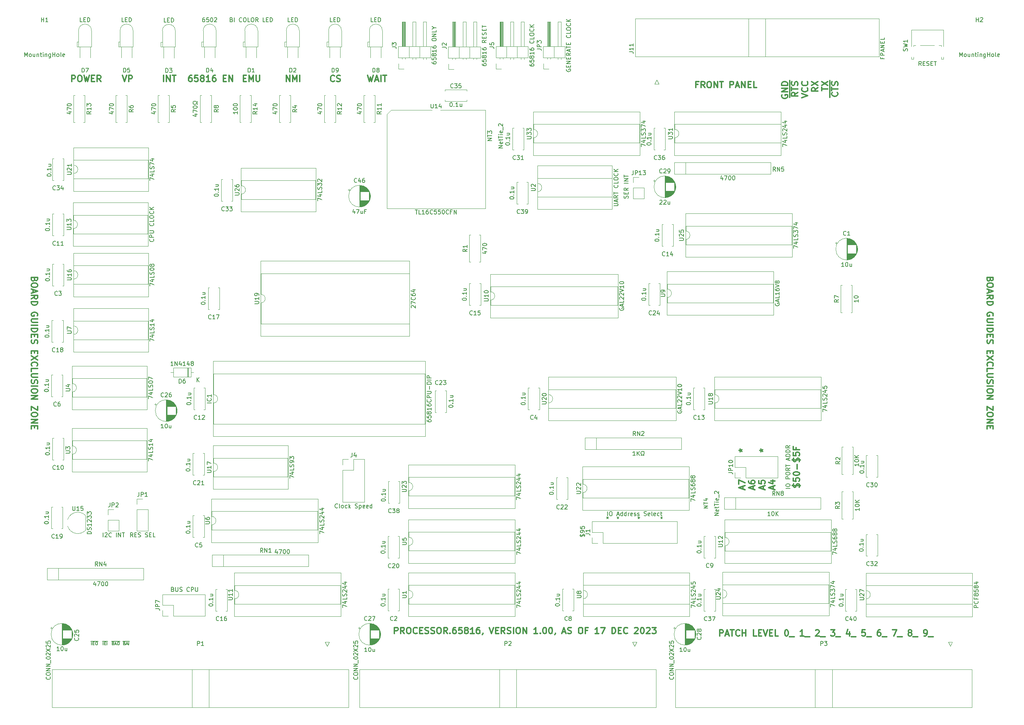
<source format=gbr>
%TF.GenerationSoftware,KiCad,Pcbnew,(6.0.11)*%
%TF.CreationDate,2023-12-18T18:02:58-06:00*%
%TF.ProjectId,processor.65816,70726f63-6573-4736-9f72-2e3635383136,v1.00*%
%TF.SameCoordinates,Original*%
%TF.FileFunction,Legend,Top*%
%TF.FilePolarity,Positive*%
%FSLAX46Y46*%
G04 Gerber Fmt 4.6, Leading zero omitted, Abs format (unit mm)*
G04 Created by KiCad (PCBNEW (6.0.11)) date 2023-12-18 18:02:58*
%MOMM*%
%LPD*%
G01*
G04 APERTURE LIST*
%ADD10C,0.300000*%
%ADD11C,0.175000*%
%ADD12C,0.150000*%
%ADD13C,0.120000*%
G04 APERTURE END LIST*
D10*
X37607142Y-133285714D02*
X37535714Y-133500000D01*
X37464285Y-133571428D01*
X37321428Y-133642857D01*
X37107142Y-133642857D01*
X36964285Y-133571428D01*
X36892857Y-133500000D01*
X36821428Y-133357142D01*
X36821428Y-132785714D01*
X38321428Y-132785714D01*
X38321428Y-133285714D01*
X38250000Y-133428571D01*
X38178571Y-133500000D01*
X38035714Y-133571428D01*
X37892857Y-133571428D01*
X37750000Y-133500000D01*
X37678571Y-133428571D01*
X37607142Y-133285714D01*
X37607142Y-132785714D01*
X38321428Y-134571428D02*
X38321428Y-134857142D01*
X38250000Y-135000000D01*
X38107142Y-135142857D01*
X37821428Y-135214285D01*
X37321428Y-135214285D01*
X37035714Y-135142857D01*
X36892857Y-135000000D01*
X36821428Y-134857142D01*
X36821428Y-134571428D01*
X36892857Y-134428571D01*
X37035714Y-134285714D01*
X37321428Y-134214285D01*
X37821428Y-134214285D01*
X38107142Y-134285714D01*
X38250000Y-134428571D01*
X38321428Y-134571428D01*
X37250000Y-135785714D02*
X37250000Y-136500000D01*
X36821428Y-135642857D02*
X38321428Y-136142857D01*
X36821428Y-136642857D01*
X36821428Y-138000000D02*
X37535714Y-137500000D01*
X36821428Y-137142857D02*
X38321428Y-137142857D01*
X38321428Y-137714285D01*
X38250000Y-137857142D01*
X38178571Y-137928571D01*
X38035714Y-138000000D01*
X37821428Y-138000000D01*
X37678571Y-137928571D01*
X37607142Y-137857142D01*
X37535714Y-137714285D01*
X37535714Y-137142857D01*
X36821428Y-138642857D02*
X38321428Y-138642857D01*
X38321428Y-139000000D01*
X38250000Y-139214285D01*
X38107142Y-139357142D01*
X37964285Y-139428571D01*
X37678571Y-139500000D01*
X37464285Y-139500000D01*
X37178571Y-139428571D01*
X37035714Y-139357142D01*
X36892857Y-139214285D01*
X36821428Y-139000000D01*
X36821428Y-138642857D01*
X38250000Y-142071428D02*
X38321428Y-141928571D01*
X38321428Y-141714285D01*
X38250000Y-141500000D01*
X38107142Y-141357142D01*
X37964285Y-141285714D01*
X37678571Y-141214285D01*
X37464285Y-141214285D01*
X37178571Y-141285714D01*
X37035714Y-141357142D01*
X36892857Y-141500000D01*
X36821428Y-141714285D01*
X36821428Y-141857142D01*
X36892857Y-142071428D01*
X36964285Y-142142857D01*
X37464285Y-142142857D01*
X37464285Y-141857142D01*
X38321428Y-142785714D02*
X37107142Y-142785714D01*
X36964285Y-142857142D01*
X36892857Y-142928571D01*
X36821428Y-143071428D01*
X36821428Y-143357142D01*
X36892857Y-143500000D01*
X36964285Y-143571428D01*
X37107142Y-143642857D01*
X38321428Y-143642857D01*
X36821428Y-144357142D02*
X38321428Y-144357142D01*
X36821428Y-145071428D02*
X38321428Y-145071428D01*
X38321428Y-145428571D01*
X38250000Y-145642857D01*
X38107142Y-145785714D01*
X37964285Y-145857142D01*
X37678571Y-145928571D01*
X37464285Y-145928571D01*
X37178571Y-145857142D01*
X37035714Y-145785714D01*
X36892857Y-145642857D01*
X36821428Y-145428571D01*
X36821428Y-145071428D01*
X37607142Y-146571428D02*
X37607142Y-147071428D01*
X36821428Y-147285714D02*
X36821428Y-146571428D01*
X38321428Y-146571428D01*
X38321428Y-147285714D01*
X36892857Y-147857142D02*
X36821428Y-148071428D01*
X36821428Y-148428571D01*
X36892857Y-148571428D01*
X36964285Y-148642857D01*
X37107142Y-148714285D01*
X37250000Y-148714285D01*
X37392857Y-148642857D01*
X37464285Y-148571428D01*
X37535714Y-148428571D01*
X37607142Y-148142857D01*
X37678571Y-148000000D01*
X37750000Y-147928571D01*
X37892857Y-147857142D01*
X38035714Y-147857142D01*
X38178571Y-147928571D01*
X38250000Y-148000000D01*
X38321428Y-148142857D01*
X38321428Y-148500000D01*
X38250000Y-148714285D01*
X37607142Y-150500000D02*
X37607142Y-151000000D01*
X36821428Y-151214285D02*
X36821428Y-150500000D01*
X38321428Y-150500000D01*
X38321428Y-151214285D01*
X38321428Y-151714285D02*
X36821428Y-152714285D01*
X38321428Y-152714285D02*
X36821428Y-151714285D01*
X36964285Y-154142857D02*
X36892857Y-154071428D01*
X36821428Y-153857142D01*
X36821428Y-153714285D01*
X36892857Y-153500000D01*
X37035714Y-153357142D01*
X37178571Y-153285714D01*
X37464285Y-153214285D01*
X37678571Y-153214285D01*
X37964285Y-153285714D01*
X38107142Y-153357142D01*
X38250000Y-153500000D01*
X38321428Y-153714285D01*
X38321428Y-153857142D01*
X38250000Y-154071428D01*
X38178571Y-154142857D01*
X36821428Y-155500000D02*
X36821428Y-154785714D01*
X38321428Y-154785714D01*
X38321428Y-156000000D02*
X37107142Y-156000000D01*
X36964285Y-156071428D01*
X36892857Y-156142857D01*
X36821428Y-156285714D01*
X36821428Y-156571428D01*
X36892857Y-156714285D01*
X36964285Y-156785714D01*
X37107142Y-156857142D01*
X38321428Y-156857142D01*
X36892857Y-157500000D02*
X36821428Y-157714285D01*
X36821428Y-158071428D01*
X36892857Y-158214285D01*
X36964285Y-158285714D01*
X37107142Y-158357142D01*
X37250000Y-158357142D01*
X37392857Y-158285714D01*
X37464285Y-158214285D01*
X37535714Y-158071428D01*
X37607142Y-157785714D01*
X37678571Y-157642857D01*
X37750000Y-157571428D01*
X37892857Y-157500000D01*
X38035714Y-157500000D01*
X38178571Y-157571428D01*
X38250000Y-157642857D01*
X38321428Y-157785714D01*
X38321428Y-158142857D01*
X38250000Y-158357142D01*
X36821428Y-159000000D02*
X38321428Y-159000000D01*
X38321428Y-160000000D02*
X38321428Y-160285714D01*
X38250000Y-160428571D01*
X38107142Y-160571428D01*
X37821428Y-160642857D01*
X37321428Y-160642857D01*
X37035714Y-160571428D01*
X36892857Y-160428571D01*
X36821428Y-160285714D01*
X36821428Y-160000000D01*
X36892857Y-159857142D01*
X37035714Y-159714285D01*
X37321428Y-159642857D01*
X37821428Y-159642857D01*
X38107142Y-159714285D01*
X38250000Y-159857142D01*
X38321428Y-160000000D01*
X36821428Y-161285714D02*
X38321428Y-161285714D01*
X36821428Y-162142857D01*
X38321428Y-162142857D01*
X38321428Y-163857142D02*
X38321428Y-164857142D01*
X36821428Y-163857142D01*
X36821428Y-164857142D01*
X38321428Y-165714285D02*
X38321428Y-166000000D01*
X38250000Y-166142857D01*
X38107142Y-166285714D01*
X37821428Y-166357142D01*
X37321428Y-166357142D01*
X37035714Y-166285714D01*
X36892857Y-166142857D01*
X36821428Y-166000000D01*
X36821428Y-165714285D01*
X36892857Y-165571428D01*
X37035714Y-165428571D01*
X37321428Y-165357142D01*
X37821428Y-165357142D01*
X38107142Y-165428571D01*
X38250000Y-165571428D01*
X38321428Y-165714285D01*
X36821428Y-167000000D02*
X38321428Y-167000000D01*
X36821428Y-167857142D01*
X38321428Y-167857142D01*
X37607142Y-168571428D02*
X37607142Y-169071428D01*
X36821428Y-169285714D02*
X36821428Y-168571428D01*
X38321428Y-168571428D01*
X38321428Y-169285714D01*
X109750000Y-85535714D02*
X109678571Y-85607142D01*
X109464285Y-85678571D01*
X109321428Y-85678571D01*
X109107142Y-85607142D01*
X108964285Y-85464285D01*
X108892857Y-85321428D01*
X108821428Y-85035714D01*
X108821428Y-84821428D01*
X108892857Y-84535714D01*
X108964285Y-84392857D01*
X109107142Y-84250000D01*
X109321428Y-84178571D01*
X109464285Y-84178571D01*
X109678571Y-84250000D01*
X109750000Y-84321428D01*
X110321428Y-85607142D02*
X110535714Y-85678571D01*
X110892857Y-85678571D01*
X111035714Y-85607142D01*
X111107142Y-85535714D01*
X111178571Y-85392857D01*
X111178571Y-85250000D01*
X111107142Y-85107142D01*
X111035714Y-85035714D01*
X110892857Y-84964285D01*
X110607142Y-84892857D01*
X110464285Y-84821428D01*
X110392857Y-84750000D01*
X110321428Y-84607142D01*
X110321428Y-84464285D01*
X110392857Y-84321428D01*
X110464285Y-84250000D01*
X110607142Y-84178571D01*
X110964285Y-84178571D01*
X111178571Y-84250000D01*
X208127500Y-183821428D02*
X208127500Y-183107142D01*
X208556071Y-183964285D02*
X207056071Y-183464285D01*
X208556071Y-182964285D01*
X207056071Y-182607142D02*
X207056071Y-181607142D01*
X208556071Y-182250000D01*
X210542500Y-183821428D02*
X210542500Y-183107142D01*
X210971071Y-183964285D02*
X209471071Y-183464285D01*
X210971071Y-182964285D01*
X209471071Y-181821428D02*
X209471071Y-182107142D01*
X209542500Y-182250000D01*
X209613928Y-182321428D01*
X209828214Y-182464285D01*
X210113928Y-182535714D01*
X210685357Y-182535714D01*
X210828214Y-182464285D01*
X210899642Y-182392857D01*
X210971071Y-182250000D01*
X210971071Y-181964285D01*
X210899642Y-181821428D01*
X210828214Y-181750000D01*
X210685357Y-181678571D01*
X210328214Y-181678571D01*
X210185357Y-181750000D01*
X210113928Y-181821428D01*
X210042500Y-181964285D01*
X210042500Y-182250000D01*
X210113928Y-182392857D01*
X210185357Y-182464285D01*
X210328214Y-182535714D01*
X212957500Y-183821428D02*
X212957500Y-183107142D01*
X213386071Y-183964285D02*
X211886071Y-183464285D01*
X213386071Y-182964285D01*
X211886071Y-181750000D02*
X211886071Y-182464285D01*
X212600357Y-182535714D01*
X212528928Y-182464285D01*
X212457500Y-182321428D01*
X212457500Y-181964285D01*
X212528928Y-181821428D01*
X212600357Y-181750000D01*
X212743214Y-181678571D01*
X213100357Y-181678571D01*
X213243214Y-181750000D01*
X213314642Y-181821428D01*
X213386071Y-181964285D01*
X213386071Y-182321428D01*
X213314642Y-182464285D01*
X213243214Y-182535714D01*
X215372500Y-183821428D02*
X215372500Y-183107142D01*
X215801071Y-183964285D02*
X214301071Y-183464285D01*
X215801071Y-182964285D01*
X214801071Y-181821428D02*
X215801071Y-181821428D01*
X214229642Y-182178571D02*
X215301071Y-182535714D01*
X215301071Y-181607142D01*
D11*
X53908000Y-220419000D02*
X54241333Y-220419000D01*
X54074666Y-221316666D02*
X54074666Y-220616666D01*
X54241333Y-220419000D02*
X54874666Y-220419000D01*
X54408000Y-220950000D02*
X54641333Y-220950000D01*
X54741333Y-221316666D02*
X54408000Y-221316666D01*
X54408000Y-220616666D01*
X54741333Y-220616666D01*
X54874666Y-220419000D02*
X55208000Y-220419000D01*
X55041333Y-221316666D02*
X55041333Y-220616666D01*
X56081333Y-220419000D02*
X56781333Y-220419000D01*
X56481333Y-220950000D02*
X56581333Y-220983333D01*
X56614666Y-221016666D01*
X56648000Y-221083333D01*
X56648000Y-221183333D01*
X56614666Y-221250000D01*
X56581333Y-221283333D01*
X56514666Y-221316666D01*
X56248000Y-221316666D01*
X56248000Y-220616666D01*
X56481333Y-220616666D01*
X56548000Y-220650000D01*
X56581333Y-220683333D01*
X56614666Y-220750000D01*
X56614666Y-220816666D01*
X56581333Y-220883333D01*
X56548000Y-220916666D01*
X56481333Y-220950000D01*
X56248000Y-220950000D01*
X56781333Y-220419000D02*
X57381333Y-220419000D01*
X56914666Y-221116666D02*
X57248000Y-221116666D01*
X56848000Y-221316666D02*
X57081333Y-220616666D01*
X57314666Y-221316666D01*
X57381333Y-220419000D02*
X58114666Y-220419000D01*
X57681333Y-220616666D02*
X57814666Y-220616666D01*
X57881333Y-220650000D01*
X57948000Y-220716666D01*
X57981333Y-220850000D01*
X57981333Y-221083333D01*
X57948000Y-221216666D01*
X57881333Y-221283333D01*
X57814666Y-221316666D01*
X57681333Y-221316666D01*
X57614666Y-221283333D01*
X57548000Y-221216666D01*
X57514666Y-221083333D01*
X57514666Y-220850000D01*
X57548000Y-220716666D01*
X57614666Y-220650000D01*
X57681333Y-220616666D01*
X58821333Y-220419000D02*
X59521333Y-220419000D01*
X59221333Y-220950000D02*
X59321333Y-220983333D01*
X59354666Y-221016666D01*
X59388000Y-221083333D01*
X59388000Y-221183333D01*
X59354666Y-221250000D01*
X59321333Y-221283333D01*
X59254666Y-221316666D01*
X58988000Y-221316666D01*
X58988000Y-220616666D01*
X59221333Y-220616666D01*
X59288000Y-220650000D01*
X59321333Y-220683333D01*
X59354666Y-220750000D01*
X59354666Y-220816666D01*
X59321333Y-220883333D01*
X59288000Y-220916666D01*
X59221333Y-220950000D01*
X58988000Y-220950000D01*
X59521333Y-220419000D02*
X60121333Y-220419000D01*
X59654666Y-221116666D02*
X59988000Y-221116666D01*
X59588000Y-221316666D02*
X59821333Y-220616666D01*
X60054666Y-221316666D01*
X60121333Y-220419000D02*
X60454666Y-220419000D01*
X60288000Y-221316666D02*
X60288000Y-220616666D01*
D10*
X46535714Y-85678571D02*
X46535714Y-84178571D01*
X47107142Y-84178571D01*
X47250000Y-84250000D01*
X47321428Y-84321428D01*
X47392857Y-84464285D01*
X47392857Y-84678571D01*
X47321428Y-84821428D01*
X47250000Y-84892857D01*
X47107142Y-84964285D01*
X46535714Y-84964285D01*
X48321428Y-84178571D02*
X48607142Y-84178571D01*
X48750000Y-84250000D01*
X48892857Y-84392857D01*
X48964285Y-84678571D01*
X48964285Y-85178571D01*
X48892857Y-85464285D01*
X48750000Y-85607142D01*
X48607142Y-85678571D01*
X48321428Y-85678571D01*
X48178571Y-85607142D01*
X48035714Y-85464285D01*
X47964285Y-85178571D01*
X47964285Y-84678571D01*
X48035714Y-84392857D01*
X48178571Y-84250000D01*
X48321428Y-84178571D01*
X49464285Y-84178571D02*
X49821428Y-85678571D01*
X50107142Y-84607142D01*
X50392857Y-85678571D01*
X50750000Y-84178571D01*
X51321428Y-84892857D02*
X51821428Y-84892857D01*
X52035714Y-85678571D02*
X51321428Y-85678571D01*
X51321428Y-84178571D01*
X52035714Y-84178571D01*
X53535714Y-85678571D02*
X53035714Y-84964285D01*
X52678571Y-85678571D02*
X52678571Y-84178571D01*
X53250000Y-84178571D01*
X53392857Y-84250000D01*
X53464285Y-84321428D01*
X53535714Y-84464285D01*
X53535714Y-84678571D01*
X53464285Y-84821428D01*
X53392857Y-84892857D01*
X53250000Y-84964285D01*
X52678571Y-84964285D01*
X267607142Y-133285714D02*
X267535714Y-133500000D01*
X267464285Y-133571428D01*
X267321428Y-133642857D01*
X267107142Y-133642857D01*
X266964285Y-133571428D01*
X266892857Y-133500000D01*
X266821428Y-133357142D01*
X266821428Y-132785714D01*
X268321428Y-132785714D01*
X268321428Y-133285714D01*
X268250000Y-133428571D01*
X268178571Y-133500000D01*
X268035714Y-133571428D01*
X267892857Y-133571428D01*
X267750000Y-133500000D01*
X267678571Y-133428571D01*
X267607142Y-133285714D01*
X267607142Y-132785714D01*
X268321428Y-134571428D02*
X268321428Y-134857142D01*
X268250000Y-135000000D01*
X268107142Y-135142857D01*
X267821428Y-135214285D01*
X267321428Y-135214285D01*
X267035714Y-135142857D01*
X266892857Y-135000000D01*
X266821428Y-134857142D01*
X266821428Y-134571428D01*
X266892857Y-134428571D01*
X267035714Y-134285714D01*
X267321428Y-134214285D01*
X267821428Y-134214285D01*
X268107142Y-134285714D01*
X268250000Y-134428571D01*
X268321428Y-134571428D01*
X267250000Y-135785714D02*
X267250000Y-136500000D01*
X266821428Y-135642857D02*
X268321428Y-136142857D01*
X266821428Y-136642857D01*
X266821428Y-138000000D02*
X267535714Y-137500000D01*
X266821428Y-137142857D02*
X268321428Y-137142857D01*
X268321428Y-137714285D01*
X268250000Y-137857142D01*
X268178571Y-137928571D01*
X268035714Y-138000000D01*
X267821428Y-138000000D01*
X267678571Y-137928571D01*
X267607142Y-137857142D01*
X267535714Y-137714285D01*
X267535714Y-137142857D01*
X266821428Y-138642857D02*
X268321428Y-138642857D01*
X268321428Y-139000000D01*
X268250000Y-139214285D01*
X268107142Y-139357142D01*
X267964285Y-139428571D01*
X267678571Y-139500000D01*
X267464285Y-139500000D01*
X267178571Y-139428571D01*
X267035714Y-139357142D01*
X266892857Y-139214285D01*
X266821428Y-139000000D01*
X266821428Y-138642857D01*
X268250000Y-142071428D02*
X268321428Y-141928571D01*
X268321428Y-141714285D01*
X268250000Y-141500000D01*
X268107142Y-141357142D01*
X267964285Y-141285714D01*
X267678571Y-141214285D01*
X267464285Y-141214285D01*
X267178571Y-141285714D01*
X267035714Y-141357142D01*
X266892857Y-141500000D01*
X266821428Y-141714285D01*
X266821428Y-141857142D01*
X266892857Y-142071428D01*
X266964285Y-142142857D01*
X267464285Y-142142857D01*
X267464285Y-141857142D01*
X268321428Y-142785714D02*
X267107142Y-142785714D01*
X266964285Y-142857142D01*
X266892857Y-142928571D01*
X266821428Y-143071428D01*
X266821428Y-143357142D01*
X266892857Y-143500000D01*
X266964285Y-143571428D01*
X267107142Y-143642857D01*
X268321428Y-143642857D01*
X266821428Y-144357142D02*
X268321428Y-144357142D01*
X266821428Y-145071428D02*
X268321428Y-145071428D01*
X268321428Y-145428571D01*
X268250000Y-145642857D01*
X268107142Y-145785714D01*
X267964285Y-145857142D01*
X267678571Y-145928571D01*
X267464285Y-145928571D01*
X267178571Y-145857142D01*
X267035714Y-145785714D01*
X266892857Y-145642857D01*
X266821428Y-145428571D01*
X266821428Y-145071428D01*
X267607142Y-146571428D02*
X267607142Y-147071428D01*
X266821428Y-147285714D02*
X266821428Y-146571428D01*
X268321428Y-146571428D01*
X268321428Y-147285714D01*
X266892857Y-147857142D02*
X266821428Y-148071428D01*
X266821428Y-148428571D01*
X266892857Y-148571428D01*
X266964285Y-148642857D01*
X267107142Y-148714285D01*
X267250000Y-148714285D01*
X267392857Y-148642857D01*
X267464285Y-148571428D01*
X267535714Y-148428571D01*
X267607142Y-148142857D01*
X267678571Y-148000000D01*
X267750000Y-147928571D01*
X267892857Y-147857142D01*
X268035714Y-147857142D01*
X268178571Y-147928571D01*
X268250000Y-148000000D01*
X268321428Y-148142857D01*
X268321428Y-148500000D01*
X268250000Y-148714285D01*
X267607142Y-150500000D02*
X267607142Y-151000000D01*
X266821428Y-151214285D02*
X266821428Y-150500000D01*
X268321428Y-150500000D01*
X268321428Y-151214285D01*
X268321428Y-151714285D02*
X266821428Y-152714285D01*
X268321428Y-152714285D02*
X266821428Y-151714285D01*
X266964285Y-154142857D02*
X266892857Y-154071428D01*
X266821428Y-153857142D01*
X266821428Y-153714285D01*
X266892857Y-153500000D01*
X267035714Y-153357142D01*
X267178571Y-153285714D01*
X267464285Y-153214285D01*
X267678571Y-153214285D01*
X267964285Y-153285714D01*
X268107142Y-153357142D01*
X268250000Y-153500000D01*
X268321428Y-153714285D01*
X268321428Y-153857142D01*
X268250000Y-154071428D01*
X268178571Y-154142857D01*
X266821428Y-155500000D02*
X266821428Y-154785714D01*
X268321428Y-154785714D01*
X268321428Y-156000000D02*
X267107142Y-156000000D01*
X266964285Y-156071428D01*
X266892857Y-156142857D01*
X266821428Y-156285714D01*
X266821428Y-156571428D01*
X266892857Y-156714285D01*
X266964285Y-156785714D01*
X267107142Y-156857142D01*
X268321428Y-156857142D01*
X266892857Y-157500000D02*
X266821428Y-157714285D01*
X266821428Y-158071428D01*
X266892857Y-158214285D01*
X266964285Y-158285714D01*
X267107142Y-158357142D01*
X267250000Y-158357142D01*
X267392857Y-158285714D01*
X267464285Y-158214285D01*
X267535714Y-158071428D01*
X267607142Y-157785714D01*
X267678571Y-157642857D01*
X267750000Y-157571428D01*
X267892857Y-157500000D01*
X268035714Y-157500000D01*
X268178571Y-157571428D01*
X268250000Y-157642857D01*
X268321428Y-157785714D01*
X268321428Y-158142857D01*
X268250000Y-158357142D01*
X266821428Y-159000000D02*
X268321428Y-159000000D01*
X268321428Y-160000000D02*
X268321428Y-160285714D01*
X268250000Y-160428571D01*
X268107142Y-160571428D01*
X267821428Y-160642857D01*
X267321428Y-160642857D01*
X267035714Y-160571428D01*
X266892857Y-160428571D01*
X266821428Y-160285714D01*
X266821428Y-160000000D01*
X266892857Y-159857142D01*
X267035714Y-159714285D01*
X267321428Y-159642857D01*
X267821428Y-159642857D01*
X268107142Y-159714285D01*
X268250000Y-159857142D01*
X268321428Y-160000000D01*
X266821428Y-161285714D02*
X268321428Y-161285714D01*
X266821428Y-162142857D01*
X268321428Y-162142857D01*
X268321428Y-163857142D02*
X268321428Y-164857142D01*
X266821428Y-163857142D01*
X266821428Y-164857142D01*
X268321428Y-165714285D02*
X268321428Y-166000000D01*
X268250000Y-166142857D01*
X268107142Y-166285714D01*
X267821428Y-166357142D01*
X267321428Y-166357142D01*
X267035714Y-166285714D01*
X266892857Y-166142857D01*
X266821428Y-166000000D01*
X266821428Y-165714285D01*
X266892857Y-165571428D01*
X267035714Y-165428571D01*
X267321428Y-165357142D01*
X267821428Y-165357142D01*
X268107142Y-165428571D01*
X268250000Y-165571428D01*
X268321428Y-165714285D01*
X266821428Y-167000000D02*
X268321428Y-167000000D01*
X266821428Y-167857142D01*
X268321428Y-167857142D01*
X267607142Y-168571428D02*
X267607142Y-169071428D01*
X266821428Y-169285714D02*
X266821428Y-168571428D01*
X268321428Y-168571428D01*
X268321428Y-169285714D01*
X117785714Y-84178571D02*
X118142857Y-85678571D01*
X118428571Y-84607142D01*
X118714285Y-85678571D01*
X119071428Y-84178571D01*
X119571428Y-85250000D02*
X120285714Y-85250000D01*
X119428571Y-85678571D02*
X119928571Y-84178571D01*
X120428571Y-85678571D01*
X120928571Y-85678571D02*
X120928571Y-84178571D01*
X121428571Y-84178571D02*
X122285714Y-84178571D01*
X121857142Y-85678571D02*
X121857142Y-84178571D01*
D12*
X188500000Y-190452380D02*
X188500000Y-190690476D01*
X188261904Y-190595238D02*
X188500000Y-190690476D01*
X188738095Y-190595238D01*
X188357142Y-190880952D02*
X188500000Y-190690476D01*
X188642857Y-190880952D01*
D11*
X51150000Y-220419000D02*
X51483333Y-220419000D01*
X51316666Y-221316666D02*
X51316666Y-220616666D01*
X51483333Y-220419000D02*
X52116666Y-220419000D01*
X51650000Y-220950000D02*
X51883333Y-220950000D01*
X51983333Y-221316666D02*
X51650000Y-221316666D01*
X51650000Y-220616666D01*
X51983333Y-220616666D01*
X52116666Y-220419000D02*
X52850000Y-220419000D01*
X52416666Y-220616666D02*
X52550000Y-220616666D01*
X52616666Y-220650000D01*
X52683333Y-220716666D01*
X52716666Y-220850000D01*
X52716666Y-221083333D01*
X52683333Y-221216666D01*
X52616666Y-221283333D01*
X52550000Y-221316666D01*
X52416666Y-221316666D01*
X52350000Y-221283333D01*
X52283333Y-221216666D01*
X52250000Y-221083333D01*
X52250000Y-220850000D01*
X52283333Y-220716666D01*
X52350000Y-220650000D01*
X52416666Y-220616666D01*
D12*
X178000000Y-190452380D02*
X178000000Y-190690476D01*
X177761904Y-190595238D02*
X178000000Y-190690476D01*
X178238095Y-190595238D01*
X177857142Y-190880952D02*
X178000000Y-190690476D01*
X178142857Y-190880952D01*
D10*
X217442500Y-88843571D02*
X217371071Y-88986428D01*
X217371071Y-89200714D01*
X217442500Y-89415000D01*
X217585357Y-89557857D01*
X217728214Y-89629285D01*
X218013928Y-89700714D01*
X218228214Y-89700714D01*
X218513928Y-89629285D01*
X218656785Y-89557857D01*
X218799642Y-89415000D01*
X218871071Y-89200714D01*
X218871071Y-89057857D01*
X218799642Y-88843571D01*
X218728214Y-88772142D01*
X218228214Y-88772142D01*
X218228214Y-89057857D01*
X218871071Y-88129285D02*
X217371071Y-88129285D01*
X218871071Y-87272142D01*
X217371071Y-87272142D01*
X218871071Y-86557857D02*
X217371071Y-86557857D01*
X217371071Y-86200714D01*
X217442500Y-85986428D01*
X217585357Y-85843571D01*
X217728214Y-85772142D01*
X218013928Y-85700714D01*
X218228214Y-85700714D01*
X218513928Y-85772142D01*
X218656785Y-85843571D01*
X218799642Y-85986428D01*
X218871071Y-86200714D01*
X218871071Y-86557857D01*
X219362500Y-89486428D02*
X219362500Y-87986428D01*
X221286071Y-88272142D02*
X220571785Y-88772142D01*
X221286071Y-89129285D02*
X219786071Y-89129285D01*
X219786071Y-88557857D01*
X219857500Y-88415000D01*
X219928928Y-88343571D01*
X220071785Y-88272142D01*
X220286071Y-88272142D01*
X220428928Y-88343571D01*
X220500357Y-88415000D01*
X220571785Y-88557857D01*
X220571785Y-89129285D01*
X219362500Y-87986428D02*
X219362500Y-86843571D01*
X219786071Y-87843571D02*
X219786071Y-86986428D01*
X221286071Y-87415000D02*
X219786071Y-87415000D01*
X219362500Y-86843571D02*
X219362500Y-85415000D01*
X221214642Y-86557857D02*
X221286071Y-86343571D01*
X221286071Y-85986428D01*
X221214642Y-85843571D01*
X221143214Y-85772142D01*
X221000357Y-85700714D01*
X220857500Y-85700714D01*
X220714642Y-85772142D01*
X220643214Y-85843571D01*
X220571785Y-85986428D01*
X220500357Y-86272142D01*
X220428928Y-86415000D01*
X220357500Y-86486428D01*
X220214642Y-86557857D01*
X220071785Y-86557857D01*
X219928928Y-86486428D01*
X219857500Y-86415000D01*
X219786071Y-86272142D01*
X219786071Y-85915000D01*
X219857500Y-85700714D01*
X222201071Y-89557857D02*
X223701071Y-89057857D01*
X222201071Y-88557857D01*
X223558214Y-87200714D02*
X223629642Y-87272142D01*
X223701071Y-87486428D01*
X223701071Y-87629285D01*
X223629642Y-87843571D01*
X223486785Y-87986428D01*
X223343928Y-88057857D01*
X223058214Y-88129285D01*
X222843928Y-88129285D01*
X222558214Y-88057857D01*
X222415357Y-87986428D01*
X222272500Y-87843571D01*
X222201071Y-87629285D01*
X222201071Y-87486428D01*
X222272500Y-87272142D01*
X222343928Y-87200714D01*
X223558214Y-85700714D02*
X223629642Y-85772142D01*
X223701071Y-85986428D01*
X223701071Y-86129285D01*
X223629642Y-86343571D01*
X223486785Y-86486428D01*
X223343928Y-86557857D01*
X223058214Y-86629285D01*
X222843928Y-86629285D01*
X222558214Y-86557857D01*
X222415357Y-86486428D01*
X222272500Y-86343571D01*
X222201071Y-86129285D01*
X222201071Y-85986428D01*
X222272500Y-85772142D01*
X222343928Y-85700714D01*
X226116071Y-87129285D02*
X225401785Y-87629285D01*
X226116071Y-87986428D02*
X224616071Y-87986428D01*
X224616071Y-87415000D01*
X224687500Y-87272142D01*
X224758928Y-87200714D01*
X224901785Y-87129285D01*
X225116071Y-87129285D01*
X225258928Y-87200714D01*
X225330357Y-87272142D01*
X225401785Y-87415000D01*
X225401785Y-87986428D01*
X224616071Y-86629285D02*
X226116071Y-85629285D01*
X224616071Y-85629285D02*
X226116071Y-86629285D01*
X227031071Y-87843571D02*
X227031071Y-86986428D01*
X228531071Y-87415000D02*
X227031071Y-87415000D01*
X227031071Y-86629285D02*
X228531071Y-85629285D01*
X227031071Y-85629285D02*
X228531071Y-86629285D01*
X229022500Y-89486428D02*
X229022500Y-87986428D01*
X230803214Y-88272142D02*
X230874642Y-88343571D01*
X230946071Y-88557857D01*
X230946071Y-88700714D01*
X230874642Y-88915000D01*
X230731785Y-89057857D01*
X230588928Y-89129285D01*
X230303214Y-89200714D01*
X230088928Y-89200714D01*
X229803214Y-89129285D01*
X229660357Y-89057857D01*
X229517500Y-88915000D01*
X229446071Y-88700714D01*
X229446071Y-88557857D01*
X229517500Y-88343571D01*
X229588928Y-88272142D01*
X229022500Y-87986428D02*
X229022500Y-86843571D01*
X229446071Y-87843571D02*
X229446071Y-86986428D01*
X230946071Y-87415000D02*
X229446071Y-87415000D01*
X229022500Y-86843571D02*
X229022500Y-85415000D01*
X230874642Y-86557857D02*
X230946071Y-86343571D01*
X230946071Y-85986428D01*
X230874642Y-85843571D01*
X230803214Y-85772142D01*
X230660357Y-85700714D01*
X230517500Y-85700714D01*
X230374642Y-85772142D01*
X230303214Y-85843571D01*
X230231785Y-85986428D01*
X230160357Y-86272142D01*
X230088928Y-86415000D01*
X230017500Y-86486428D01*
X229874642Y-86557857D01*
X229731785Y-86557857D01*
X229588928Y-86486428D01*
X229517500Y-86415000D01*
X229446071Y-86272142D01*
X229446071Y-85915000D01*
X229517500Y-85700714D01*
X124221428Y-218613571D02*
X124221428Y-217113571D01*
X124792857Y-217113571D01*
X124935714Y-217185000D01*
X125007142Y-217256428D01*
X125078571Y-217399285D01*
X125078571Y-217613571D01*
X125007142Y-217756428D01*
X124935714Y-217827857D01*
X124792857Y-217899285D01*
X124221428Y-217899285D01*
X126578571Y-218613571D02*
X126078571Y-217899285D01*
X125721428Y-218613571D02*
X125721428Y-217113571D01*
X126292857Y-217113571D01*
X126435714Y-217185000D01*
X126507142Y-217256428D01*
X126578571Y-217399285D01*
X126578571Y-217613571D01*
X126507142Y-217756428D01*
X126435714Y-217827857D01*
X126292857Y-217899285D01*
X125721428Y-217899285D01*
X127507142Y-217113571D02*
X127792857Y-217113571D01*
X127935714Y-217185000D01*
X128078571Y-217327857D01*
X128150000Y-217613571D01*
X128150000Y-218113571D01*
X128078571Y-218399285D01*
X127935714Y-218542142D01*
X127792857Y-218613571D01*
X127507142Y-218613571D01*
X127364285Y-218542142D01*
X127221428Y-218399285D01*
X127150000Y-218113571D01*
X127150000Y-217613571D01*
X127221428Y-217327857D01*
X127364285Y-217185000D01*
X127507142Y-217113571D01*
X129650000Y-218470714D02*
X129578571Y-218542142D01*
X129364285Y-218613571D01*
X129221428Y-218613571D01*
X129007142Y-218542142D01*
X128864285Y-218399285D01*
X128792857Y-218256428D01*
X128721428Y-217970714D01*
X128721428Y-217756428D01*
X128792857Y-217470714D01*
X128864285Y-217327857D01*
X129007142Y-217185000D01*
X129221428Y-217113571D01*
X129364285Y-217113571D01*
X129578571Y-217185000D01*
X129650000Y-217256428D01*
X130292857Y-217827857D02*
X130792857Y-217827857D01*
X131007142Y-218613571D02*
X130292857Y-218613571D01*
X130292857Y-217113571D01*
X131007142Y-217113571D01*
X131578571Y-218542142D02*
X131792857Y-218613571D01*
X132150000Y-218613571D01*
X132292857Y-218542142D01*
X132364285Y-218470714D01*
X132435714Y-218327857D01*
X132435714Y-218185000D01*
X132364285Y-218042142D01*
X132292857Y-217970714D01*
X132150000Y-217899285D01*
X131864285Y-217827857D01*
X131721428Y-217756428D01*
X131650000Y-217685000D01*
X131578571Y-217542142D01*
X131578571Y-217399285D01*
X131650000Y-217256428D01*
X131721428Y-217185000D01*
X131864285Y-217113571D01*
X132221428Y-217113571D01*
X132435714Y-217185000D01*
X133007142Y-218542142D02*
X133221428Y-218613571D01*
X133578571Y-218613571D01*
X133721428Y-218542142D01*
X133792857Y-218470714D01*
X133864285Y-218327857D01*
X133864285Y-218185000D01*
X133792857Y-218042142D01*
X133721428Y-217970714D01*
X133578571Y-217899285D01*
X133292857Y-217827857D01*
X133150000Y-217756428D01*
X133078571Y-217685000D01*
X133007142Y-217542142D01*
X133007142Y-217399285D01*
X133078571Y-217256428D01*
X133150000Y-217185000D01*
X133292857Y-217113571D01*
X133650000Y-217113571D01*
X133864285Y-217185000D01*
X134792857Y-217113571D02*
X135078571Y-217113571D01*
X135221428Y-217185000D01*
X135364285Y-217327857D01*
X135435714Y-217613571D01*
X135435714Y-218113571D01*
X135364285Y-218399285D01*
X135221428Y-218542142D01*
X135078571Y-218613571D01*
X134792857Y-218613571D01*
X134650000Y-218542142D01*
X134507142Y-218399285D01*
X134435714Y-218113571D01*
X134435714Y-217613571D01*
X134507142Y-217327857D01*
X134650000Y-217185000D01*
X134792857Y-217113571D01*
X136935714Y-218613571D02*
X136435714Y-217899285D01*
X136078571Y-218613571D02*
X136078571Y-217113571D01*
X136650000Y-217113571D01*
X136792857Y-217185000D01*
X136864285Y-217256428D01*
X136935714Y-217399285D01*
X136935714Y-217613571D01*
X136864285Y-217756428D01*
X136792857Y-217827857D01*
X136650000Y-217899285D01*
X136078571Y-217899285D01*
X137578571Y-218470714D02*
X137650000Y-218542142D01*
X137578571Y-218613571D01*
X137507142Y-218542142D01*
X137578571Y-218470714D01*
X137578571Y-218613571D01*
X138935714Y-217113571D02*
X138650000Y-217113571D01*
X138507142Y-217185000D01*
X138435714Y-217256428D01*
X138292857Y-217470714D01*
X138221428Y-217756428D01*
X138221428Y-218327857D01*
X138292857Y-218470714D01*
X138364285Y-218542142D01*
X138507142Y-218613571D01*
X138792857Y-218613571D01*
X138935714Y-218542142D01*
X139007142Y-218470714D01*
X139078571Y-218327857D01*
X139078571Y-217970714D01*
X139007142Y-217827857D01*
X138935714Y-217756428D01*
X138792857Y-217685000D01*
X138507142Y-217685000D01*
X138364285Y-217756428D01*
X138292857Y-217827857D01*
X138221428Y-217970714D01*
X140435714Y-217113571D02*
X139721428Y-217113571D01*
X139650000Y-217827857D01*
X139721428Y-217756428D01*
X139864285Y-217685000D01*
X140221428Y-217685000D01*
X140364285Y-217756428D01*
X140435714Y-217827857D01*
X140507142Y-217970714D01*
X140507142Y-218327857D01*
X140435714Y-218470714D01*
X140364285Y-218542142D01*
X140221428Y-218613571D01*
X139864285Y-218613571D01*
X139721428Y-218542142D01*
X139650000Y-218470714D01*
X141364285Y-217756428D02*
X141221428Y-217685000D01*
X141150000Y-217613571D01*
X141078571Y-217470714D01*
X141078571Y-217399285D01*
X141150000Y-217256428D01*
X141221428Y-217185000D01*
X141364285Y-217113571D01*
X141650000Y-217113571D01*
X141792857Y-217185000D01*
X141864285Y-217256428D01*
X141935714Y-217399285D01*
X141935714Y-217470714D01*
X141864285Y-217613571D01*
X141792857Y-217685000D01*
X141650000Y-217756428D01*
X141364285Y-217756428D01*
X141221428Y-217827857D01*
X141150000Y-217899285D01*
X141078571Y-218042142D01*
X141078571Y-218327857D01*
X141150000Y-218470714D01*
X141221428Y-218542142D01*
X141364285Y-218613571D01*
X141650000Y-218613571D01*
X141792857Y-218542142D01*
X141864285Y-218470714D01*
X141935714Y-218327857D01*
X141935714Y-218042142D01*
X141864285Y-217899285D01*
X141792857Y-217827857D01*
X141650000Y-217756428D01*
X143364285Y-218613571D02*
X142507142Y-218613571D01*
X142935714Y-218613571D02*
X142935714Y-217113571D01*
X142792857Y-217327857D01*
X142650000Y-217470714D01*
X142507142Y-217542142D01*
X144650000Y-217113571D02*
X144364285Y-217113571D01*
X144221428Y-217185000D01*
X144150000Y-217256428D01*
X144007142Y-217470714D01*
X143935714Y-217756428D01*
X143935714Y-218327857D01*
X144007142Y-218470714D01*
X144078571Y-218542142D01*
X144221428Y-218613571D01*
X144507142Y-218613571D01*
X144650000Y-218542142D01*
X144721428Y-218470714D01*
X144792857Y-218327857D01*
X144792857Y-217970714D01*
X144721428Y-217827857D01*
X144650000Y-217756428D01*
X144507142Y-217685000D01*
X144221428Y-217685000D01*
X144078571Y-217756428D01*
X144007142Y-217827857D01*
X143935714Y-217970714D01*
X145507142Y-218542142D02*
X145507142Y-218613571D01*
X145435714Y-218756428D01*
X145364285Y-218827857D01*
X147078571Y-217113571D02*
X147578571Y-218613571D01*
X148078571Y-217113571D01*
X148578571Y-217827857D02*
X149078571Y-217827857D01*
X149292857Y-218613571D02*
X148578571Y-218613571D01*
X148578571Y-217113571D01*
X149292857Y-217113571D01*
X150792857Y-218613571D02*
X150292857Y-217899285D01*
X149935714Y-218613571D02*
X149935714Y-217113571D01*
X150507142Y-217113571D01*
X150650000Y-217185000D01*
X150721428Y-217256428D01*
X150792857Y-217399285D01*
X150792857Y-217613571D01*
X150721428Y-217756428D01*
X150650000Y-217827857D01*
X150507142Y-217899285D01*
X149935714Y-217899285D01*
X151364285Y-218542142D02*
X151578571Y-218613571D01*
X151935714Y-218613571D01*
X152078571Y-218542142D01*
X152150000Y-218470714D01*
X152221428Y-218327857D01*
X152221428Y-218185000D01*
X152150000Y-218042142D01*
X152078571Y-217970714D01*
X151935714Y-217899285D01*
X151650000Y-217827857D01*
X151507142Y-217756428D01*
X151435714Y-217685000D01*
X151364285Y-217542142D01*
X151364285Y-217399285D01*
X151435714Y-217256428D01*
X151507142Y-217185000D01*
X151650000Y-217113571D01*
X152007142Y-217113571D01*
X152221428Y-217185000D01*
X152864285Y-218613571D02*
X152864285Y-217113571D01*
X153864285Y-217113571D02*
X154150000Y-217113571D01*
X154292857Y-217185000D01*
X154435714Y-217327857D01*
X154507142Y-217613571D01*
X154507142Y-218113571D01*
X154435714Y-218399285D01*
X154292857Y-218542142D01*
X154150000Y-218613571D01*
X153864285Y-218613571D01*
X153721428Y-218542142D01*
X153578571Y-218399285D01*
X153507142Y-218113571D01*
X153507142Y-217613571D01*
X153578571Y-217327857D01*
X153721428Y-217185000D01*
X153864285Y-217113571D01*
X155150000Y-218613571D02*
X155150000Y-217113571D01*
X156007142Y-218613571D01*
X156007142Y-217113571D01*
X158650000Y-218613571D02*
X157792857Y-218613571D01*
X158221428Y-218613571D02*
X158221428Y-217113571D01*
X158078571Y-217327857D01*
X157935714Y-217470714D01*
X157792857Y-217542142D01*
X159292857Y-218470714D02*
X159364285Y-218542142D01*
X159292857Y-218613571D01*
X159221428Y-218542142D01*
X159292857Y-218470714D01*
X159292857Y-218613571D01*
X160292857Y-217113571D02*
X160435714Y-217113571D01*
X160578571Y-217185000D01*
X160650000Y-217256428D01*
X160721428Y-217399285D01*
X160792857Y-217685000D01*
X160792857Y-218042142D01*
X160721428Y-218327857D01*
X160650000Y-218470714D01*
X160578571Y-218542142D01*
X160435714Y-218613571D01*
X160292857Y-218613571D01*
X160150000Y-218542142D01*
X160078571Y-218470714D01*
X160007142Y-218327857D01*
X159935714Y-218042142D01*
X159935714Y-217685000D01*
X160007142Y-217399285D01*
X160078571Y-217256428D01*
X160150000Y-217185000D01*
X160292857Y-217113571D01*
X161721428Y-217113571D02*
X161864285Y-217113571D01*
X162007142Y-217185000D01*
X162078571Y-217256428D01*
X162150000Y-217399285D01*
X162221428Y-217685000D01*
X162221428Y-218042142D01*
X162150000Y-218327857D01*
X162078571Y-218470714D01*
X162007142Y-218542142D01*
X161864285Y-218613571D01*
X161721428Y-218613571D01*
X161578571Y-218542142D01*
X161507142Y-218470714D01*
X161435714Y-218327857D01*
X161364285Y-218042142D01*
X161364285Y-217685000D01*
X161435714Y-217399285D01*
X161507142Y-217256428D01*
X161578571Y-217185000D01*
X161721428Y-217113571D01*
X162935714Y-218542142D02*
X162935714Y-218613571D01*
X162864285Y-218756428D01*
X162792857Y-218827857D01*
X164650000Y-218185000D02*
X165364285Y-218185000D01*
X164507142Y-218613571D02*
X165007142Y-217113571D01*
X165507142Y-218613571D01*
X165935714Y-218542142D02*
X166150000Y-218613571D01*
X166507142Y-218613571D01*
X166650000Y-218542142D01*
X166721428Y-218470714D01*
X166792857Y-218327857D01*
X166792857Y-218185000D01*
X166721428Y-218042142D01*
X166650000Y-217970714D01*
X166507142Y-217899285D01*
X166221428Y-217827857D01*
X166078571Y-217756428D01*
X166007142Y-217685000D01*
X165935714Y-217542142D01*
X165935714Y-217399285D01*
X166007142Y-217256428D01*
X166078571Y-217185000D01*
X166221428Y-217113571D01*
X166578571Y-217113571D01*
X166792857Y-217185000D01*
X168864285Y-217113571D02*
X169150000Y-217113571D01*
X169292857Y-217185000D01*
X169435714Y-217327857D01*
X169507142Y-217613571D01*
X169507142Y-218113571D01*
X169435714Y-218399285D01*
X169292857Y-218542142D01*
X169150000Y-218613571D01*
X168864285Y-218613571D01*
X168721428Y-218542142D01*
X168578571Y-218399285D01*
X168507142Y-218113571D01*
X168507142Y-217613571D01*
X168578571Y-217327857D01*
X168721428Y-217185000D01*
X168864285Y-217113571D01*
X170650000Y-217827857D02*
X170150000Y-217827857D01*
X170150000Y-218613571D02*
X170150000Y-217113571D01*
X170864285Y-217113571D01*
X173364285Y-218613571D02*
X172507142Y-218613571D01*
X172935714Y-218613571D02*
X172935714Y-217113571D01*
X172792857Y-217327857D01*
X172650000Y-217470714D01*
X172507142Y-217542142D01*
X173864285Y-217113571D02*
X174864285Y-217113571D01*
X174221428Y-218613571D01*
X176578571Y-218613571D02*
X176578571Y-217113571D01*
X176935714Y-217113571D01*
X177150000Y-217185000D01*
X177292857Y-217327857D01*
X177364285Y-217470714D01*
X177435714Y-217756428D01*
X177435714Y-217970714D01*
X177364285Y-218256428D01*
X177292857Y-218399285D01*
X177150000Y-218542142D01*
X176935714Y-218613571D01*
X176578571Y-218613571D01*
X178078571Y-217827857D02*
X178578571Y-217827857D01*
X178792857Y-218613571D02*
X178078571Y-218613571D01*
X178078571Y-217113571D01*
X178792857Y-217113571D01*
X180292857Y-218470714D02*
X180221428Y-218542142D01*
X180007142Y-218613571D01*
X179864285Y-218613571D01*
X179650000Y-218542142D01*
X179507142Y-218399285D01*
X179435714Y-218256428D01*
X179364285Y-217970714D01*
X179364285Y-217756428D01*
X179435714Y-217470714D01*
X179507142Y-217327857D01*
X179650000Y-217185000D01*
X179864285Y-217113571D01*
X180007142Y-217113571D01*
X180221428Y-217185000D01*
X180292857Y-217256428D01*
X182007142Y-217256428D02*
X182078571Y-217185000D01*
X182221428Y-217113571D01*
X182578571Y-217113571D01*
X182721428Y-217185000D01*
X182792857Y-217256428D01*
X182864285Y-217399285D01*
X182864285Y-217542142D01*
X182792857Y-217756428D01*
X181935714Y-218613571D01*
X182864285Y-218613571D01*
X183792857Y-217113571D02*
X183935714Y-217113571D01*
X184078571Y-217185000D01*
X184150000Y-217256428D01*
X184221428Y-217399285D01*
X184292857Y-217685000D01*
X184292857Y-218042142D01*
X184221428Y-218327857D01*
X184150000Y-218470714D01*
X184078571Y-218542142D01*
X183935714Y-218613571D01*
X183792857Y-218613571D01*
X183650000Y-218542142D01*
X183578571Y-218470714D01*
X183507142Y-218327857D01*
X183435714Y-218042142D01*
X183435714Y-217685000D01*
X183507142Y-217399285D01*
X183578571Y-217256428D01*
X183650000Y-217185000D01*
X183792857Y-217113571D01*
X184864285Y-217256428D02*
X184935714Y-217185000D01*
X185078571Y-217113571D01*
X185435714Y-217113571D01*
X185578571Y-217185000D01*
X185650000Y-217256428D01*
X185721428Y-217399285D01*
X185721428Y-217542142D01*
X185650000Y-217756428D01*
X184792857Y-218613571D01*
X185721428Y-218613571D01*
X186221428Y-217113571D02*
X187150000Y-217113571D01*
X186650000Y-217685000D01*
X186864285Y-217685000D01*
X187007142Y-217756428D01*
X187078571Y-217827857D01*
X187150000Y-217970714D01*
X187150000Y-218327857D01*
X187078571Y-218470714D01*
X187007142Y-218542142D01*
X186864285Y-218613571D01*
X186435714Y-218613571D01*
X186292857Y-218542142D01*
X186221428Y-218470714D01*
X68642857Y-85678571D02*
X68642857Y-84178571D01*
X69357142Y-85678571D02*
X69357142Y-84178571D01*
X70214285Y-85678571D01*
X70214285Y-84178571D01*
X70714285Y-84178571D02*
X71571428Y-84178571D01*
X71142857Y-85678571D02*
X71142857Y-84178571D01*
X75392857Y-84178571D02*
X75107142Y-84178571D01*
X74964285Y-84250000D01*
X74892857Y-84321428D01*
X74750000Y-84535714D01*
X74678571Y-84821428D01*
X74678571Y-85392857D01*
X74750000Y-85535714D01*
X74821428Y-85607142D01*
X74964285Y-85678571D01*
X75250000Y-85678571D01*
X75392857Y-85607142D01*
X75464285Y-85535714D01*
X75535714Y-85392857D01*
X75535714Y-85035714D01*
X75464285Y-84892857D01*
X75392857Y-84821428D01*
X75250000Y-84750000D01*
X74964285Y-84750000D01*
X74821428Y-84821428D01*
X74750000Y-84892857D01*
X74678571Y-85035714D01*
X76892857Y-84178571D02*
X76178571Y-84178571D01*
X76107142Y-84892857D01*
X76178571Y-84821428D01*
X76321428Y-84750000D01*
X76678571Y-84750000D01*
X76821428Y-84821428D01*
X76892857Y-84892857D01*
X76964285Y-85035714D01*
X76964285Y-85392857D01*
X76892857Y-85535714D01*
X76821428Y-85607142D01*
X76678571Y-85678571D01*
X76321428Y-85678571D01*
X76178571Y-85607142D01*
X76107142Y-85535714D01*
X77821428Y-84821428D02*
X77678571Y-84750000D01*
X77607142Y-84678571D01*
X77535714Y-84535714D01*
X77535714Y-84464285D01*
X77607142Y-84321428D01*
X77678571Y-84250000D01*
X77821428Y-84178571D01*
X78107142Y-84178571D01*
X78250000Y-84250000D01*
X78321428Y-84321428D01*
X78392857Y-84464285D01*
X78392857Y-84535714D01*
X78321428Y-84678571D01*
X78250000Y-84750000D01*
X78107142Y-84821428D01*
X77821428Y-84821428D01*
X77678571Y-84892857D01*
X77607142Y-84964285D01*
X77535714Y-85107142D01*
X77535714Y-85392857D01*
X77607142Y-85535714D01*
X77678571Y-85607142D01*
X77821428Y-85678571D01*
X78107142Y-85678571D01*
X78250000Y-85607142D01*
X78321428Y-85535714D01*
X78392857Y-85392857D01*
X78392857Y-85107142D01*
X78321428Y-84964285D01*
X78250000Y-84892857D01*
X78107142Y-84821428D01*
X79821428Y-85678571D02*
X78964285Y-85678571D01*
X79392857Y-85678571D02*
X79392857Y-84178571D01*
X79250000Y-84392857D01*
X79107142Y-84535714D01*
X78964285Y-84607142D01*
X81107142Y-84178571D02*
X80821428Y-84178571D01*
X80678571Y-84250000D01*
X80607142Y-84321428D01*
X80464285Y-84535714D01*
X80392857Y-84821428D01*
X80392857Y-85392857D01*
X80464285Y-85535714D01*
X80535714Y-85607142D01*
X80678571Y-85678571D01*
X80964285Y-85678571D01*
X81107142Y-85607142D01*
X81178571Y-85535714D01*
X81250000Y-85392857D01*
X81250000Y-85035714D01*
X81178571Y-84892857D01*
X81107142Y-84821428D01*
X80964285Y-84750000D01*
X80678571Y-84750000D01*
X80535714Y-84821428D01*
X80464285Y-84892857D01*
X80392857Y-85035714D01*
X83035714Y-84892857D02*
X83535714Y-84892857D01*
X83750000Y-85678571D02*
X83035714Y-85678571D01*
X83035714Y-84178571D01*
X83750000Y-84178571D01*
X84392857Y-85678571D02*
X84392857Y-84178571D01*
X85250000Y-85678571D01*
X85250000Y-84178571D01*
D12*
X175500000Y-190452380D02*
X175500000Y-190690476D01*
X175261904Y-190595238D02*
X175500000Y-190690476D01*
X175738095Y-190595238D01*
X175357142Y-190880952D02*
X175500000Y-190690476D01*
X175642857Y-190880952D01*
D10*
X221607142Y-183357142D02*
X221678571Y-183142857D01*
X221678571Y-182785714D01*
X221607142Y-182642857D01*
X221535714Y-182571428D01*
X221392857Y-182500000D01*
X221250000Y-182500000D01*
X221107142Y-182571428D01*
X221035714Y-182642857D01*
X220964285Y-182785714D01*
X220892857Y-183071428D01*
X220821428Y-183214285D01*
X220750000Y-183285714D01*
X220607142Y-183357142D01*
X220464285Y-183357142D01*
X220321428Y-183285714D01*
X220250000Y-183214285D01*
X220178571Y-183071428D01*
X220178571Y-182714285D01*
X220250000Y-182500000D01*
X219964285Y-182928571D02*
X221892857Y-182928571D01*
X220178571Y-181142857D02*
X220178571Y-181857142D01*
X220892857Y-181928571D01*
X220821428Y-181857142D01*
X220750000Y-181714285D01*
X220750000Y-181357142D01*
X220821428Y-181214285D01*
X220892857Y-181142857D01*
X221035714Y-181071428D01*
X221392857Y-181071428D01*
X221535714Y-181142857D01*
X221607142Y-181214285D01*
X221678571Y-181357142D01*
X221678571Y-181714285D01*
X221607142Y-181857142D01*
X221535714Y-181928571D01*
X220178571Y-180142857D02*
X220178571Y-180000000D01*
X220250000Y-179857142D01*
X220321428Y-179785714D01*
X220464285Y-179714285D01*
X220750000Y-179642857D01*
X221107142Y-179642857D01*
X221392857Y-179714285D01*
X221535714Y-179785714D01*
X221607142Y-179857142D01*
X221678571Y-180000000D01*
X221678571Y-180142857D01*
X221607142Y-180285714D01*
X221535714Y-180357142D01*
X221392857Y-180428571D01*
X221107142Y-180500000D01*
X220750000Y-180500000D01*
X220464285Y-180428571D01*
X220321428Y-180357142D01*
X220250000Y-180285714D01*
X220178571Y-180142857D01*
X221107142Y-179000000D02*
X221107142Y-177857142D01*
X221607142Y-177214285D02*
X221678571Y-177000000D01*
X221678571Y-176642857D01*
X221607142Y-176500000D01*
X221535714Y-176428571D01*
X221392857Y-176357142D01*
X221250000Y-176357142D01*
X221107142Y-176428571D01*
X221035714Y-176500000D01*
X220964285Y-176642857D01*
X220892857Y-176928571D01*
X220821428Y-177071428D01*
X220750000Y-177142857D01*
X220607142Y-177214285D01*
X220464285Y-177214285D01*
X220321428Y-177142857D01*
X220250000Y-177071428D01*
X220178571Y-176928571D01*
X220178571Y-176571428D01*
X220250000Y-176357142D01*
X219964285Y-176785714D02*
X221892857Y-176785714D01*
X220178571Y-175000000D02*
X220178571Y-175714285D01*
X220892857Y-175785714D01*
X220821428Y-175714285D01*
X220750000Y-175571428D01*
X220750000Y-175214285D01*
X220821428Y-175071428D01*
X220892857Y-175000000D01*
X221035714Y-174928571D01*
X221392857Y-174928571D01*
X221535714Y-175000000D01*
X221607142Y-175071428D01*
X221678571Y-175214285D01*
X221678571Y-175571428D01*
X221607142Y-175714285D01*
X221535714Y-175785714D01*
X220892857Y-173785714D02*
X220892857Y-174285714D01*
X221678571Y-174285714D02*
X220178571Y-174285714D01*
X220178571Y-173571428D01*
X207178571Y-174489277D02*
X207535714Y-174489277D01*
X207392857Y-174846419D02*
X207535714Y-174489277D01*
X207392857Y-174132134D01*
X207821428Y-174703562D02*
X207535714Y-174489277D01*
X207821428Y-174274991D01*
X98157142Y-85678571D02*
X98157142Y-84178571D01*
X99014285Y-85678571D01*
X99014285Y-84178571D01*
X99728571Y-85678571D02*
X99728571Y-84178571D01*
X100228571Y-85250000D01*
X100728571Y-84178571D01*
X100728571Y-85678571D01*
X101442857Y-85678571D02*
X101442857Y-84178571D01*
D12*
X169904761Y-195238095D02*
X169952380Y-195095238D01*
X169952380Y-194857142D01*
X169904761Y-194761904D01*
X169857142Y-194714285D01*
X169761904Y-194666666D01*
X169666666Y-194666666D01*
X169571428Y-194714285D01*
X169523809Y-194761904D01*
X169476190Y-194857142D01*
X169428571Y-195047619D01*
X169380952Y-195142857D01*
X169333333Y-195190476D01*
X169238095Y-195238095D01*
X169142857Y-195238095D01*
X169047619Y-195190476D01*
X169000000Y-195142857D01*
X168952380Y-195047619D01*
X168952380Y-194809523D01*
X169000000Y-194666666D01*
X168809523Y-194952380D02*
X170095238Y-194952380D01*
X169952380Y-194190476D02*
X169952380Y-194000000D01*
X169904761Y-193904761D01*
X169857142Y-193857142D01*
X169714285Y-193761904D01*
X169523809Y-193714285D01*
X169142857Y-193714285D01*
X169047619Y-193761904D01*
X169000000Y-193809523D01*
X168952380Y-193904761D01*
X168952380Y-194095238D01*
X169000000Y-194190476D01*
X169047619Y-194238095D01*
X169142857Y-194285714D01*
X169380952Y-194285714D01*
X169476190Y-194238095D01*
X169523809Y-194190476D01*
X169571428Y-194095238D01*
X169571428Y-193904761D01*
X169523809Y-193809523D01*
X169476190Y-193761904D01*
X169380952Y-193714285D01*
X168952380Y-192809523D02*
X168952380Y-193285714D01*
X169428571Y-193333333D01*
X169380952Y-193285714D01*
X169333333Y-193190476D01*
X169333333Y-192952380D01*
X169380952Y-192857142D01*
X169428571Y-192809523D01*
X169523809Y-192761904D01*
X169761904Y-192761904D01*
X169857142Y-192809523D01*
X169904761Y-192857142D01*
X169952380Y-192952380D01*
X169952380Y-193190476D01*
X169904761Y-193285714D01*
X169857142Y-193333333D01*
D10*
X197265714Y-86362857D02*
X196765714Y-86362857D01*
X196765714Y-87148571D02*
X196765714Y-85648571D01*
X197480000Y-85648571D01*
X198908571Y-87148571D02*
X198408571Y-86434285D01*
X198051428Y-87148571D02*
X198051428Y-85648571D01*
X198622857Y-85648571D01*
X198765714Y-85720000D01*
X198837142Y-85791428D01*
X198908571Y-85934285D01*
X198908571Y-86148571D01*
X198837142Y-86291428D01*
X198765714Y-86362857D01*
X198622857Y-86434285D01*
X198051428Y-86434285D01*
X199837142Y-85648571D02*
X200122857Y-85648571D01*
X200265714Y-85720000D01*
X200408571Y-85862857D01*
X200480000Y-86148571D01*
X200480000Y-86648571D01*
X200408571Y-86934285D01*
X200265714Y-87077142D01*
X200122857Y-87148571D01*
X199837142Y-87148571D01*
X199694285Y-87077142D01*
X199551428Y-86934285D01*
X199480000Y-86648571D01*
X199480000Y-86148571D01*
X199551428Y-85862857D01*
X199694285Y-85720000D01*
X199837142Y-85648571D01*
X201122857Y-87148571D02*
X201122857Y-85648571D01*
X201980000Y-87148571D01*
X201980000Y-85648571D01*
X202480000Y-85648571D02*
X203337142Y-85648571D01*
X202908571Y-87148571D02*
X202908571Y-85648571D01*
X204980000Y-87148571D02*
X204980000Y-85648571D01*
X205551428Y-85648571D01*
X205694285Y-85720000D01*
X205765714Y-85791428D01*
X205837142Y-85934285D01*
X205837142Y-86148571D01*
X205765714Y-86291428D01*
X205694285Y-86362857D01*
X205551428Y-86434285D01*
X204980000Y-86434285D01*
X206408571Y-86720000D02*
X207122857Y-86720000D01*
X206265714Y-87148571D02*
X206765714Y-85648571D01*
X207265714Y-87148571D01*
X207765714Y-87148571D02*
X207765714Y-85648571D01*
X208622857Y-87148571D01*
X208622857Y-85648571D01*
X209337142Y-86362857D02*
X209837142Y-86362857D01*
X210051428Y-87148571D02*
X209337142Y-87148571D01*
X209337142Y-85648571D01*
X210051428Y-85648571D01*
X211408571Y-87148571D02*
X210694285Y-87148571D01*
X210694285Y-85648571D01*
X202500000Y-219178571D02*
X202500000Y-217678571D01*
X203071428Y-217678571D01*
X203214285Y-217750000D01*
X203285714Y-217821428D01*
X203357142Y-217964285D01*
X203357142Y-218178571D01*
X203285714Y-218321428D01*
X203214285Y-218392857D01*
X203071428Y-218464285D01*
X202500000Y-218464285D01*
X203928571Y-218750000D02*
X204642857Y-218750000D01*
X203785714Y-219178571D02*
X204285714Y-217678571D01*
X204785714Y-219178571D01*
X205071428Y-217678571D02*
X205928571Y-217678571D01*
X205500000Y-219178571D02*
X205500000Y-217678571D01*
X207285714Y-219035714D02*
X207214285Y-219107142D01*
X207000000Y-219178571D01*
X206857142Y-219178571D01*
X206642857Y-219107142D01*
X206500000Y-218964285D01*
X206428571Y-218821428D01*
X206357142Y-218535714D01*
X206357142Y-218321428D01*
X206428571Y-218035714D01*
X206500000Y-217892857D01*
X206642857Y-217750000D01*
X206857142Y-217678571D01*
X207000000Y-217678571D01*
X207214285Y-217750000D01*
X207285714Y-217821428D01*
X207928571Y-219178571D02*
X207928571Y-217678571D01*
X207928571Y-218392857D02*
X208785714Y-218392857D01*
X208785714Y-219178571D02*
X208785714Y-217678571D01*
X211357142Y-219178571D02*
X210642857Y-219178571D01*
X210642857Y-217678571D01*
X211857142Y-218392857D02*
X212357142Y-218392857D01*
X212571428Y-219178571D02*
X211857142Y-219178571D01*
X211857142Y-217678571D01*
X212571428Y-217678571D01*
X213000000Y-217678571D02*
X213500000Y-219178571D01*
X214000000Y-217678571D01*
X214500000Y-218392857D02*
X215000000Y-218392857D01*
X215214285Y-219178571D02*
X214500000Y-219178571D01*
X214500000Y-217678571D01*
X215214285Y-217678571D01*
X216571428Y-219178571D02*
X215857142Y-219178571D01*
X215857142Y-217678571D01*
X218500000Y-217678571D02*
X218642857Y-217678571D01*
X218785714Y-217750000D01*
X218857142Y-217821428D01*
X218928571Y-217964285D01*
X219000000Y-218250000D01*
X219000000Y-218607142D01*
X218928571Y-218892857D01*
X218857142Y-219035714D01*
X218785714Y-219107142D01*
X218642857Y-219178571D01*
X218500000Y-219178571D01*
X218357142Y-219107142D01*
X218285714Y-219035714D01*
X218214285Y-218892857D01*
X218142857Y-218607142D01*
X218142857Y-218250000D01*
X218214285Y-217964285D01*
X218285714Y-217821428D01*
X218357142Y-217750000D01*
X218500000Y-217678571D01*
X219285714Y-219321428D02*
X220428571Y-219321428D01*
X222714285Y-219178571D02*
X221857142Y-219178571D01*
X222285714Y-219178571D02*
X222285714Y-217678571D01*
X222142857Y-217892857D01*
X222000000Y-218035714D01*
X221857142Y-218107142D01*
X223000000Y-219321428D02*
X224142857Y-219321428D01*
X225571428Y-217821428D02*
X225642857Y-217750000D01*
X225785714Y-217678571D01*
X226142857Y-217678571D01*
X226285714Y-217750000D01*
X226357142Y-217821428D01*
X226428571Y-217964285D01*
X226428571Y-218107142D01*
X226357142Y-218321428D01*
X225500000Y-219178571D01*
X226428571Y-219178571D01*
X226714285Y-219321428D02*
X227857142Y-219321428D01*
X229214285Y-217678571D02*
X230142857Y-217678571D01*
X229642857Y-218250000D01*
X229857142Y-218250000D01*
X230000000Y-218321428D01*
X230071428Y-218392857D01*
X230142857Y-218535714D01*
X230142857Y-218892857D01*
X230071428Y-219035714D01*
X230000000Y-219107142D01*
X229857142Y-219178571D01*
X229428571Y-219178571D01*
X229285714Y-219107142D01*
X229214285Y-219035714D01*
X230428571Y-219321428D02*
X231571428Y-219321428D01*
X233714285Y-218178571D02*
X233714285Y-219178571D01*
X233357142Y-217607142D02*
X233000000Y-218678571D01*
X233928571Y-218678571D01*
X234142857Y-219321428D02*
X235285714Y-219321428D01*
X237500000Y-217678571D02*
X236785714Y-217678571D01*
X236714285Y-218392857D01*
X236785714Y-218321428D01*
X236928571Y-218250000D01*
X237285714Y-218250000D01*
X237428571Y-218321428D01*
X237500000Y-218392857D01*
X237571428Y-218535714D01*
X237571428Y-218892857D01*
X237500000Y-219035714D01*
X237428571Y-219107142D01*
X237285714Y-219178571D01*
X236928571Y-219178571D01*
X236785714Y-219107142D01*
X236714285Y-219035714D01*
X237857142Y-219321428D02*
X238999999Y-219321428D01*
X241142857Y-217678571D02*
X240857142Y-217678571D01*
X240714285Y-217750000D01*
X240642857Y-217821428D01*
X240499999Y-218035714D01*
X240428571Y-218321428D01*
X240428571Y-218892857D01*
X240499999Y-219035714D01*
X240571428Y-219107142D01*
X240714285Y-219178571D01*
X240999999Y-219178571D01*
X241142857Y-219107142D01*
X241214285Y-219035714D01*
X241285714Y-218892857D01*
X241285714Y-218535714D01*
X241214285Y-218392857D01*
X241142857Y-218321428D01*
X240999999Y-218250000D01*
X240714285Y-218250000D01*
X240571428Y-218321428D01*
X240499999Y-218392857D01*
X240428571Y-218535714D01*
X241571428Y-219321428D02*
X242714285Y-219321428D01*
X244071428Y-217678571D02*
X245071428Y-217678571D01*
X244428571Y-219178571D01*
X245285714Y-219321428D02*
X246428571Y-219321428D01*
X248142857Y-218321428D02*
X247999999Y-218250000D01*
X247928571Y-218178571D01*
X247857142Y-218035714D01*
X247857142Y-217964285D01*
X247928571Y-217821428D01*
X247999999Y-217750000D01*
X248142857Y-217678571D01*
X248428571Y-217678571D01*
X248571428Y-217750000D01*
X248642857Y-217821428D01*
X248714285Y-217964285D01*
X248714285Y-218035714D01*
X248642857Y-218178571D01*
X248571428Y-218250000D01*
X248428571Y-218321428D01*
X248142857Y-218321428D01*
X247999999Y-218392857D01*
X247928571Y-218464285D01*
X247857142Y-218607142D01*
X247857142Y-218892857D01*
X247928571Y-219035714D01*
X247999999Y-219107142D01*
X248142857Y-219178571D01*
X248428571Y-219178571D01*
X248571428Y-219107142D01*
X248642857Y-219035714D01*
X248714285Y-218892857D01*
X248714285Y-218607142D01*
X248642857Y-218464285D01*
X248571428Y-218392857D01*
X248428571Y-218321428D01*
X248999999Y-219321428D02*
X250142857Y-219321428D01*
X251714285Y-219178571D02*
X251999999Y-219178571D01*
X252142857Y-219107142D01*
X252214285Y-219035714D01*
X252357142Y-218821428D01*
X252428571Y-218535714D01*
X252428571Y-217964285D01*
X252357142Y-217821428D01*
X252285714Y-217750000D01*
X252142857Y-217678571D01*
X251857142Y-217678571D01*
X251714285Y-217750000D01*
X251642857Y-217821428D01*
X251571428Y-217964285D01*
X251571428Y-218321428D01*
X251642857Y-218464285D01*
X251714285Y-218535714D01*
X251857142Y-218607142D01*
X252142857Y-218607142D01*
X252285714Y-218535714D01*
X252357142Y-218464285D01*
X252428571Y-218321428D01*
X252714285Y-219321428D02*
X253857142Y-219321428D01*
X58750000Y-84178571D02*
X59250000Y-85678571D01*
X59750000Y-84178571D01*
X60250000Y-85678571D02*
X60250000Y-84178571D01*
X60821428Y-84178571D01*
X60964285Y-84250000D01*
X61035714Y-84321428D01*
X61107142Y-84464285D01*
X61107142Y-84678571D01*
X61035714Y-84821428D01*
X60964285Y-84892857D01*
X60821428Y-84964285D01*
X60250000Y-84964285D01*
D12*
X183000000Y-190452380D02*
X183000000Y-190690476D01*
X182761904Y-190595238D02*
X183000000Y-190690476D01*
X183238095Y-190595238D01*
X182857142Y-190880952D02*
X183000000Y-190690476D01*
X183142857Y-190880952D01*
D10*
X87835714Y-84892857D02*
X88335714Y-84892857D01*
X88550000Y-85678571D02*
X87835714Y-85678571D01*
X87835714Y-84178571D01*
X88550000Y-84178571D01*
X89192857Y-85678571D02*
X89192857Y-84178571D01*
X89692857Y-85250000D01*
X90192857Y-84178571D01*
X90192857Y-85678571D01*
X90907142Y-84178571D02*
X90907142Y-85392857D01*
X90978571Y-85535714D01*
X91050000Y-85607142D01*
X91192857Y-85678571D01*
X91478571Y-85678571D01*
X91621428Y-85607142D01*
X91692857Y-85535714D01*
X91764285Y-85392857D01*
X91764285Y-84178571D01*
X212178571Y-174500000D02*
X212535714Y-174500000D01*
X212392857Y-174857142D02*
X212535714Y-174500000D01*
X212392857Y-174142857D01*
X212821428Y-174714285D02*
X212535714Y-174500000D01*
X212821428Y-174285714D01*
D12*
%TO.C,P1*%
X41297142Y-229023809D02*
X41344761Y-229071428D01*
X41392380Y-229214285D01*
X41392380Y-229309523D01*
X41344761Y-229452380D01*
X41249523Y-229547619D01*
X41154285Y-229595238D01*
X40963809Y-229642857D01*
X40820952Y-229642857D01*
X40630476Y-229595238D01*
X40535238Y-229547619D01*
X40440000Y-229452380D01*
X40392380Y-229309523D01*
X40392380Y-229214285D01*
X40440000Y-229071428D01*
X40487619Y-229023809D01*
X40392380Y-228404761D02*
X40392380Y-228214285D01*
X40440000Y-228119047D01*
X40535238Y-228023809D01*
X40725714Y-227976190D01*
X41059047Y-227976190D01*
X41249523Y-228023809D01*
X41344761Y-228119047D01*
X41392380Y-228214285D01*
X41392380Y-228404761D01*
X41344761Y-228500000D01*
X41249523Y-228595238D01*
X41059047Y-228642857D01*
X40725714Y-228642857D01*
X40535238Y-228595238D01*
X40440000Y-228500000D01*
X40392380Y-228404761D01*
X41392380Y-227547619D02*
X40392380Y-227547619D01*
X41392380Y-226976190D01*
X40392380Y-226976190D01*
X41392380Y-226500000D02*
X40392380Y-226500000D01*
X41392380Y-225928571D01*
X40392380Y-225928571D01*
X41487619Y-225690476D02*
X41487619Y-224928571D01*
X40392380Y-224500000D02*
X40392380Y-224404761D01*
X40440000Y-224309523D01*
X40487619Y-224261904D01*
X40582857Y-224214285D01*
X40773333Y-224166666D01*
X41011428Y-224166666D01*
X41201904Y-224214285D01*
X41297142Y-224261904D01*
X41344761Y-224309523D01*
X41392380Y-224404761D01*
X41392380Y-224500000D01*
X41344761Y-224595238D01*
X41297142Y-224642857D01*
X41201904Y-224690476D01*
X41011428Y-224738095D01*
X40773333Y-224738095D01*
X40582857Y-224690476D01*
X40487619Y-224642857D01*
X40440000Y-224595238D01*
X40392380Y-224500000D01*
X40487619Y-223785714D02*
X40440000Y-223738095D01*
X40392380Y-223642857D01*
X40392380Y-223404761D01*
X40440000Y-223309523D01*
X40487619Y-223261904D01*
X40582857Y-223214285D01*
X40678095Y-223214285D01*
X40820952Y-223261904D01*
X41392380Y-223833333D01*
X41392380Y-223214285D01*
X40392380Y-222880952D02*
X41392380Y-222214285D01*
X40392380Y-222214285D02*
X41392380Y-222880952D01*
X40487619Y-221880952D02*
X40440000Y-221833333D01*
X40392380Y-221738095D01*
X40392380Y-221500000D01*
X40440000Y-221404761D01*
X40487619Y-221357142D01*
X40582857Y-221309523D01*
X40678095Y-221309523D01*
X40820952Y-221357142D01*
X41392380Y-221928571D01*
X41392380Y-221309523D01*
X40392380Y-220404761D02*
X40392380Y-220880952D01*
X40868571Y-220928571D01*
X40820952Y-220880952D01*
X40773333Y-220785714D01*
X40773333Y-220547619D01*
X40820952Y-220452380D01*
X40868571Y-220404761D01*
X40963809Y-220357142D01*
X41201904Y-220357142D01*
X41297142Y-220404761D01*
X41344761Y-220452380D01*
X41392380Y-220547619D01*
X41392380Y-220785714D01*
X41344761Y-220880952D01*
X41297142Y-220928571D01*
X76781904Y-221452380D02*
X76781904Y-220452380D01*
X77162857Y-220452380D01*
X77258095Y-220500000D01*
X77305714Y-220547619D01*
X77353333Y-220642857D01*
X77353333Y-220785714D01*
X77305714Y-220880952D01*
X77258095Y-220928571D01*
X77162857Y-220976190D01*
X76781904Y-220976190D01*
X78305714Y-221452380D02*
X77734285Y-221452380D01*
X78020000Y-221452380D02*
X78020000Y-220452380D01*
X77924761Y-220595238D01*
X77829523Y-220690476D01*
X77734285Y-220738095D01*
%TO.C,C2*%
X123833333Y-215357142D02*
X123785714Y-215404761D01*
X123642857Y-215452380D01*
X123547619Y-215452380D01*
X123404761Y-215404761D01*
X123309523Y-215309523D01*
X123261904Y-215214285D01*
X123214285Y-215023809D01*
X123214285Y-214880952D01*
X123261904Y-214690476D01*
X123309523Y-214595238D01*
X123404761Y-214500000D01*
X123547619Y-214452380D01*
X123642857Y-214452380D01*
X123785714Y-214500000D01*
X123833333Y-214547619D01*
X124214285Y-214547619D02*
X124261904Y-214500000D01*
X124357142Y-214452380D01*
X124595238Y-214452380D01*
X124690476Y-214500000D01*
X124738095Y-214547619D01*
X124785714Y-214642857D01*
X124785714Y-214738095D01*
X124738095Y-214880952D01*
X124166666Y-215452380D01*
X124785714Y-215452380D01*
X120952380Y-211714285D02*
X120952380Y-211619047D01*
X121000000Y-211523809D01*
X121047619Y-211476190D01*
X121142857Y-211428571D01*
X121333333Y-211380952D01*
X121571428Y-211380952D01*
X121761904Y-211428571D01*
X121857142Y-211476190D01*
X121904761Y-211523809D01*
X121952380Y-211619047D01*
X121952380Y-211714285D01*
X121904761Y-211809523D01*
X121857142Y-211857142D01*
X121761904Y-211904761D01*
X121571428Y-211952380D01*
X121333333Y-211952380D01*
X121142857Y-211904761D01*
X121047619Y-211857142D01*
X121000000Y-211809523D01*
X120952380Y-211714285D01*
X121857142Y-210952380D02*
X121904761Y-210904761D01*
X121952380Y-210952380D01*
X121904761Y-211000000D01*
X121857142Y-210952380D01*
X121952380Y-210952380D01*
X121952380Y-209952380D02*
X121952380Y-210523809D01*
X121952380Y-210238095D02*
X120952380Y-210238095D01*
X121095238Y-210333333D01*
X121190476Y-210428571D01*
X121238095Y-210523809D01*
X121285714Y-209095238D02*
X121952380Y-209095238D01*
X121285714Y-209523809D02*
X121809523Y-209523809D01*
X121904761Y-209476190D01*
X121952380Y-209380952D01*
X121952380Y-209238095D01*
X121904761Y-209142857D01*
X121857142Y-209095238D01*
%TO.C,C3*%
X43088333Y-137067142D02*
X43040714Y-137114761D01*
X42897857Y-137162380D01*
X42802619Y-137162380D01*
X42659761Y-137114761D01*
X42564523Y-137019523D01*
X42516904Y-136924285D01*
X42469285Y-136733809D01*
X42469285Y-136590952D01*
X42516904Y-136400476D01*
X42564523Y-136305238D01*
X42659761Y-136210000D01*
X42802619Y-136162380D01*
X42897857Y-136162380D01*
X43040714Y-136210000D01*
X43088333Y-136257619D01*
X43421666Y-136162380D02*
X44040714Y-136162380D01*
X43707380Y-136543333D01*
X43850238Y-136543333D01*
X43945476Y-136590952D01*
X43993095Y-136638571D01*
X44040714Y-136733809D01*
X44040714Y-136971904D01*
X43993095Y-137067142D01*
X43945476Y-137114761D01*
X43850238Y-137162380D01*
X43564523Y-137162380D01*
X43469285Y-137114761D01*
X43421666Y-137067142D01*
X40207380Y-133424285D02*
X40207380Y-133329047D01*
X40255000Y-133233809D01*
X40302619Y-133186190D01*
X40397857Y-133138571D01*
X40588333Y-133090952D01*
X40826428Y-133090952D01*
X41016904Y-133138571D01*
X41112142Y-133186190D01*
X41159761Y-133233809D01*
X41207380Y-133329047D01*
X41207380Y-133424285D01*
X41159761Y-133519523D01*
X41112142Y-133567142D01*
X41016904Y-133614761D01*
X40826428Y-133662380D01*
X40588333Y-133662380D01*
X40397857Y-133614761D01*
X40302619Y-133567142D01*
X40255000Y-133519523D01*
X40207380Y-133424285D01*
X41112142Y-132662380D02*
X41159761Y-132614761D01*
X41207380Y-132662380D01*
X41159761Y-132710000D01*
X41112142Y-132662380D01*
X41207380Y-132662380D01*
X41207380Y-131662380D02*
X41207380Y-132233809D01*
X41207380Y-131948095D02*
X40207380Y-131948095D01*
X40350238Y-132043333D01*
X40445476Y-132138571D01*
X40493095Y-132233809D01*
X40540714Y-130805238D02*
X41207380Y-130805238D01*
X40540714Y-131233809D02*
X41064523Y-131233809D01*
X41159761Y-131186190D01*
X41207380Y-131090952D01*
X41207380Y-130948095D01*
X41159761Y-130852857D01*
X41112142Y-130805238D01*
%TO.C,C4*%
X157583333Y-166907142D02*
X157535714Y-166954761D01*
X157392857Y-167002380D01*
X157297619Y-167002380D01*
X157154761Y-166954761D01*
X157059523Y-166859523D01*
X157011904Y-166764285D01*
X156964285Y-166573809D01*
X156964285Y-166430952D01*
X157011904Y-166240476D01*
X157059523Y-166145238D01*
X157154761Y-166050000D01*
X157297619Y-166002380D01*
X157392857Y-166002380D01*
X157535714Y-166050000D01*
X157583333Y-166097619D01*
X158440476Y-166335714D02*
X158440476Y-167002380D01*
X158202380Y-165954761D02*
X157964285Y-166669047D01*
X158583333Y-166669047D01*
X154702380Y-163264285D02*
X154702380Y-163169047D01*
X154750000Y-163073809D01*
X154797619Y-163026190D01*
X154892857Y-162978571D01*
X155083333Y-162930952D01*
X155321428Y-162930952D01*
X155511904Y-162978571D01*
X155607142Y-163026190D01*
X155654761Y-163073809D01*
X155702380Y-163169047D01*
X155702380Y-163264285D01*
X155654761Y-163359523D01*
X155607142Y-163407142D01*
X155511904Y-163454761D01*
X155321428Y-163502380D01*
X155083333Y-163502380D01*
X154892857Y-163454761D01*
X154797619Y-163407142D01*
X154750000Y-163359523D01*
X154702380Y-163264285D01*
X155607142Y-162502380D02*
X155654761Y-162454761D01*
X155702380Y-162502380D01*
X155654761Y-162550000D01*
X155607142Y-162502380D01*
X155702380Y-162502380D01*
X155702380Y-161502380D02*
X155702380Y-162073809D01*
X155702380Y-161788095D02*
X154702380Y-161788095D01*
X154845238Y-161883333D01*
X154940476Y-161978571D01*
X154988095Y-162073809D01*
X155035714Y-160645238D02*
X155702380Y-160645238D01*
X155035714Y-161073809D02*
X155559523Y-161073809D01*
X155654761Y-161026190D01*
X155702380Y-160930952D01*
X155702380Y-160788095D01*
X155654761Y-160692857D01*
X155607142Y-160645238D01*
%TO.C,C5*%
X76908333Y-197657142D02*
X76860714Y-197704761D01*
X76717857Y-197752380D01*
X76622619Y-197752380D01*
X76479761Y-197704761D01*
X76384523Y-197609523D01*
X76336904Y-197514285D01*
X76289285Y-197323809D01*
X76289285Y-197180952D01*
X76336904Y-196990476D01*
X76384523Y-196895238D01*
X76479761Y-196800000D01*
X76622619Y-196752380D01*
X76717857Y-196752380D01*
X76860714Y-196800000D01*
X76908333Y-196847619D01*
X77813095Y-196752380D02*
X77336904Y-196752380D01*
X77289285Y-197228571D01*
X77336904Y-197180952D01*
X77432142Y-197133333D01*
X77670238Y-197133333D01*
X77765476Y-197180952D01*
X77813095Y-197228571D01*
X77860714Y-197323809D01*
X77860714Y-197561904D01*
X77813095Y-197657142D01*
X77765476Y-197704761D01*
X77670238Y-197752380D01*
X77432142Y-197752380D01*
X77336904Y-197704761D01*
X77289285Y-197657142D01*
X74027380Y-194214285D02*
X74027380Y-194119047D01*
X74075000Y-194023809D01*
X74122619Y-193976190D01*
X74217857Y-193928571D01*
X74408333Y-193880952D01*
X74646428Y-193880952D01*
X74836904Y-193928571D01*
X74932142Y-193976190D01*
X74979761Y-194023809D01*
X75027380Y-194119047D01*
X75027380Y-194214285D01*
X74979761Y-194309523D01*
X74932142Y-194357142D01*
X74836904Y-194404761D01*
X74646428Y-194452380D01*
X74408333Y-194452380D01*
X74217857Y-194404761D01*
X74122619Y-194357142D01*
X74075000Y-194309523D01*
X74027380Y-194214285D01*
X74932142Y-193452380D02*
X74979761Y-193404761D01*
X75027380Y-193452380D01*
X74979761Y-193500000D01*
X74932142Y-193452380D01*
X75027380Y-193452380D01*
X75027380Y-192452380D02*
X75027380Y-193023809D01*
X75027380Y-192738095D02*
X74027380Y-192738095D01*
X74170238Y-192833333D01*
X74265476Y-192928571D01*
X74313095Y-193023809D01*
X74360714Y-191595238D02*
X75027380Y-191595238D01*
X74360714Y-192023809D02*
X74884523Y-192023809D01*
X74979761Y-191976190D01*
X75027380Y-191880952D01*
X75027380Y-191738095D01*
X74979761Y-191642857D01*
X74932142Y-191595238D01*
%TO.C,C6*%
X42833333Y-163737142D02*
X42785714Y-163784761D01*
X42642857Y-163832380D01*
X42547619Y-163832380D01*
X42404761Y-163784761D01*
X42309523Y-163689523D01*
X42261904Y-163594285D01*
X42214285Y-163403809D01*
X42214285Y-163260952D01*
X42261904Y-163070476D01*
X42309523Y-162975238D01*
X42404761Y-162880000D01*
X42547619Y-162832380D01*
X42642857Y-162832380D01*
X42785714Y-162880000D01*
X42833333Y-162927619D01*
X43690476Y-162832380D02*
X43500000Y-162832380D01*
X43404761Y-162880000D01*
X43357142Y-162927619D01*
X43261904Y-163070476D01*
X43214285Y-163260952D01*
X43214285Y-163641904D01*
X43261904Y-163737142D01*
X43309523Y-163784761D01*
X43404761Y-163832380D01*
X43595238Y-163832380D01*
X43690476Y-163784761D01*
X43738095Y-163737142D01*
X43785714Y-163641904D01*
X43785714Y-163403809D01*
X43738095Y-163308571D01*
X43690476Y-163260952D01*
X43595238Y-163213333D01*
X43404761Y-163213333D01*
X43309523Y-163260952D01*
X43261904Y-163308571D01*
X43214285Y-163403809D01*
X39952380Y-160094285D02*
X39952380Y-159999047D01*
X40000000Y-159903809D01*
X40047619Y-159856190D01*
X40142857Y-159808571D01*
X40333333Y-159760952D01*
X40571428Y-159760952D01*
X40761904Y-159808571D01*
X40857142Y-159856190D01*
X40904761Y-159903809D01*
X40952380Y-159999047D01*
X40952380Y-160094285D01*
X40904761Y-160189523D01*
X40857142Y-160237142D01*
X40761904Y-160284761D01*
X40571428Y-160332380D01*
X40333333Y-160332380D01*
X40142857Y-160284761D01*
X40047619Y-160237142D01*
X40000000Y-160189523D01*
X39952380Y-160094285D01*
X40857142Y-159332380D02*
X40904761Y-159284761D01*
X40952380Y-159332380D01*
X40904761Y-159380000D01*
X40857142Y-159332380D01*
X40952380Y-159332380D01*
X40952380Y-158332380D02*
X40952380Y-158903809D01*
X40952380Y-158618095D02*
X39952380Y-158618095D01*
X40095238Y-158713333D01*
X40190476Y-158808571D01*
X40238095Y-158903809D01*
X40285714Y-157475238D02*
X40952380Y-157475238D01*
X40285714Y-157903809D02*
X40809523Y-157903809D01*
X40904761Y-157856190D01*
X40952380Y-157760952D01*
X40952380Y-157618095D01*
X40904761Y-157522857D01*
X40857142Y-157475238D01*
%TO.C,C8*%
X165833333Y-215357142D02*
X165785714Y-215404761D01*
X165642857Y-215452380D01*
X165547619Y-215452380D01*
X165404761Y-215404761D01*
X165309523Y-215309523D01*
X165261904Y-215214285D01*
X165214285Y-215023809D01*
X165214285Y-214880952D01*
X165261904Y-214690476D01*
X165309523Y-214595238D01*
X165404761Y-214500000D01*
X165547619Y-214452380D01*
X165642857Y-214452380D01*
X165785714Y-214500000D01*
X165833333Y-214547619D01*
X166404761Y-214880952D02*
X166309523Y-214833333D01*
X166261904Y-214785714D01*
X166214285Y-214690476D01*
X166214285Y-214642857D01*
X166261904Y-214547619D01*
X166309523Y-214500000D01*
X166404761Y-214452380D01*
X166595238Y-214452380D01*
X166690476Y-214500000D01*
X166738095Y-214547619D01*
X166785714Y-214642857D01*
X166785714Y-214690476D01*
X166738095Y-214785714D01*
X166690476Y-214833333D01*
X166595238Y-214880952D01*
X166404761Y-214880952D01*
X166309523Y-214928571D01*
X166261904Y-214976190D01*
X166214285Y-215071428D01*
X166214285Y-215261904D01*
X166261904Y-215357142D01*
X166309523Y-215404761D01*
X166404761Y-215452380D01*
X166595238Y-215452380D01*
X166690476Y-215404761D01*
X166738095Y-215357142D01*
X166785714Y-215261904D01*
X166785714Y-215071428D01*
X166738095Y-214976190D01*
X166690476Y-214928571D01*
X166595238Y-214880952D01*
X162952380Y-211714285D02*
X162952380Y-211619047D01*
X163000000Y-211523809D01*
X163047619Y-211476190D01*
X163142857Y-211428571D01*
X163333333Y-211380952D01*
X163571428Y-211380952D01*
X163761904Y-211428571D01*
X163857142Y-211476190D01*
X163904761Y-211523809D01*
X163952380Y-211619047D01*
X163952380Y-211714285D01*
X163904761Y-211809523D01*
X163857142Y-211857142D01*
X163761904Y-211904761D01*
X163571428Y-211952380D01*
X163333333Y-211952380D01*
X163142857Y-211904761D01*
X163047619Y-211857142D01*
X163000000Y-211809523D01*
X162952380Y-211714285D01*
X163857142Y-210952380D02*
X163904761Y-210904761D01*
X163952380Y-210952380D01*
X163904761Y-211000000D01*
X163857142Y-210952380D01*
X163952380Y-210952380D01*
X163952380Y-209952380D02*
X163952380Y-210523809D01*
X163952380Y-210238095D02*
X162952380Y-210238095D01*
X163095238Y-210333333D01*
X163190476Y-210428571D01*
X163238095Y-210523809D01*
X163285714Y-209095238D02*
X163952380Y-209095238D01*
X163285714Y-209523809D02*
X163809523Y-209523809D01*
X163904761Y-209476190D01*
X163952380Y-209380952D01*
X163952380Y-209238095D01*
X163904761Y-209142857D01*
X163857142Y-209095238D01*
%TO.C,C9*%
X199908333Y-202607142D02*
X199860714Y-202654761D01*
X199717857Y-202702380D01*
X199622619Y-202702380D01*
X199479761Y-202654761D01*
X199384523Y-202559523D01*
X199336904Y-202464285D01*
X199289285Y-202273809D01*
X199289285Y-202130952D01*
X199336904Y-201940476D01*
X199384523Y-201845238D01*
X199479761Y-201750000D01*
X199622619Y-201702380D01*
X199717857Y-201702380D01*
X199860714Y-201750000D01*
X199908333Y-201797619D01*
X200384523Y-202702380D02*
X200575000Y-202702380D01*
X200670238Y-202654761D01*
X200717857Y-202607142D01*
X200813095Y-202464285D01*
X200860714Y-202273809D01*
X200860714Y-201892857D01*
X200813095Y-201797619D01*
X200765476Y-201750000D01*
X200670238Y-201702380D01*
X200479761Y-201702380D01*
X200384523Y-201750000D01*
X200336904Y-201797619D01*
X200289285Y-201892857D01*
X200289285Y-202130952D01*
X200336904Y-202226190D01*
X200384523Y-202273809D01*
X200479761Y-202321428D01*
X200670238Y-202321428D01*
X200765476Y-202273809D01*
X200813095Y-202226190D01*
X200860714Y-202130952D01*
X197027380Y-198964285D02*
X197027380Y-198869047D01*
X197075000Y-198773809D01*
X197122619Y-198726190D01*
X197217857Y-198678571D01*
X197408333Y-198630952D01*
X197646428Y-198630952D01*
X197836904Y-198678571D01*
X197932142Y-198726190D01*
X197979761Y-198773809D01*
X198027380Y-198869047D01*
X198027380Y-198964285D01*
X197979761Y-199059523D01*
X197932142Y-199107142D01*
X197836904Y-199154761D01*
X197646428Y-199202380D01*
X197408333Y-199202380D01*
X197217857Y-199154761D01*
X197122619Y-199107142D01*
X197075000Y-199059523D01*
X197027380Y-198964285D01*
X197932142Y-198202380D02*
X197979761Y-198154761D01*
X198027380Y-198202380D01*
X197979761Y-198250000D01*
X197932142Y-198202380D01*
X198027380Y-198202380D01*
X198027380Y-197202380D02*
X198027380Y-197773809D01*
X198027380Y-197488095D02*
X197027380Y-197488095D01*
X197170238Y-197583333D01*
X197265476Y-197678571D01*
X197313095Y-197773809D01*
X197360714Y-196345238D02*
X198027380Y-196345238D01*
X197360714Y-196773809D02*
X197884523Y-196773809D01*
X197979761Y-196726190D01*
X198027380Y-196630952D01*
X198027380Y-196488095D01*
X197979761Y-196392857D01*
X197932142Y-196345238D01*
%TO.C,C10*%
X42612142Y-178977142D02*
X42564523Y-179024761D01*
X42421666Y-179072380D01*
X42326428Y-179072380D01*
X42183571Y-179024761D01*
X42088333Y-178929523D01*
X42040714Y-178834285D01*
X41993095Y-178643809D01*
X41993095Y-178500952D01*
X42040714Y-178310476D01*
X42088333Y-178215238D01*
X42183571Y-178120000D01*
X42326428Y-178072380D01*
X42421666Y-178072380D01*
X42564523Y-178120000D01*
X42612142Y-178167619D01*
X43564523Y-179072380D02*
X42993095Y-179072380D01*
X43278809Y-179072380D02*
X43278809Y-178072380D01*
X43183571Y-178215238D01*
X43088333Y-178310476D01*
X42993095Y-178358095D01*
X44183571Y-178072380D02*
X44278809Y-178072380D01*
X44374047Y-178120000D01*
X44421666Y-178167619D01*
X44469285Y-178262857D01*
X44516904Y-178453333D01*
X44516904Y-178691428D01*
X44469285Y-178881904D01*
X44421666Y-178977142D01*
X44374047Y-179024761D01*
X44278809Y-179072380D01*
X44183571Y-179072380D01*
X44088333Y-179024761D01*
X44040714Y-178977142D01*
X43993095Y-178881904D01*
X43945476Y-178691428D01*
X43945476Y-178453333D01*
X43993095Y-178262857D01*
X44040714Y-178167619D01*
X44088333Y-178120000D01*
X44183571Y-178072380D01*
X40207380Y-175334285D02*
X40207380Y-175239047D01*
X40255000Y-175143809D01*
X40302619Y-175096190D01*
X40397857Y-175048571D01*
X40588333Y-175000952D01*
X40826428Y-175000952D01*
X41016904Y-175048571D01*
X41112142Y-175096190D01*
X41159761Y-175143809D01*
X41207380Y-175239047D01*
X41207380Y-175334285D01*
X41159761Y-175429523D01*
X41112142Y-175477142D01*
X41016904Y-175524761D01*
X40826428Y-175572380D01*
X40588333Y-175572380D01*
X40397857Y-175524761D01*
X40302619Y-175477142D01*
X40255000Y-175429523D01*
X40207380Y-175334285D01*
X41112142Y-174572380D02*
X41159761Y-174524761D01*
X41207380Y-174572380D01*
X41159761Y-174620000D01*
X41112142Y-174572380D01*
X41207380Y-174572380D01*
X41207380Y-173572380D02*
X41207380Y-174143809D01*
X41207380Y-173858095D02*
X40207380Y-173858095D01*
X40350238Y-173953333D01*
X40445476Y-174048571D01*
X40493095Y-174143809D01*
X40540714Y-172715238D02*
X41207380Y-172715238D01*
X40540714Y-173143809D02*
X41064523Y-173143809D01*
X41159761Y-173096190D01*
X41207380Y-173000952D01*
X41207380Y-172858095D01*
X41159761Y-172762857D01*
X41112142Y-172715238D01*
%TO.C,C11*%
X42612142Y-125002142D02*
X42564523Y-125049761D01*
X42421666Y-125097380D01*
X42326428Y-125097380D01*
X42183571Y-125049761D01*
X42088333Y-124954523D01*
X42040714Y-124859285D01*
X41993095Y-124668809D01*
X41993095Y-124525952D01*
X42040714Y-124335476D01*
X42088333Y-124240238D01*
X42183571Y-124145000D01*
X42326428Y-124097380D01*
X42421666Y-124097380D01*
X42564523Y-124145000D01*
X42612142Y-124192619D01*
X43564523Y-125097380D02*
X42993095Y-125097380D01*
X43278809Y-125097380D02*
X43278809Y-124097380D01*
X43183571Y-124240238D01*
X43088333Y-124335476D01*
X42993095Y-124383095D01*
X44516904Y-125097380D02*
X43945476Y-125097380D01*
X44231190Y-125097380D02*
X44231190Y-124097380D01*
X44135952Y-124240238D01*
X44040714Y-124335476D01*
X43945476Y-124383095D01*
X40207380Y-121359285D02*
X40207380Y-121264047D01*
X40255000Y-121168809D01*
X40302619Y-121121190D01*
X40397857Y-121073571D01*
X40588333Y-121025952D01*
X40826428Y-121025952D01*
X41016904Y-121073571D01*
X41112142Y-121121190D01*
X41159761Y-121168809D01*
X41207380Y-121264047D01*
X41207380Y-121359285D01*
X41159761Y-121454523D01*
X41112142Y-121502142D01*
X41016904Y-121549761D01*
X40826428Y-121597380D01*
X40588333Y-121597380D01*
X40397857Y-121549761D01*
X40302619Y-121502142D01*
X40255000Y-121454523D01*
X40207380Y-121359285D01*
X41112142Y-120597380D02*
X41159761Y-120549761D01*
X41207380Y-120597380D01*
X41159761Y-120645000D01*
X41112142Y-120597380D01*
X41207380Y-120597380D01*
X41207380Y-119597380D02*
X41207380Y-120168809D01*
X41207380Y-119883095D02*
X40207380Y-119883095D01*
X40350238Y-119978333D01*
X40445476Y-120073571D01*
X40493095Y-120168809D01*
X40540714Y-118740238D02*
X41207380Y-118740238D01*
X40540714Y-119168809D02*
X41064523Y-119168809D01*
X41159761Y-119121190D01*
X41207380Y-119025952D01*
X41207380Y-118883095D01*
X41159761Y-118787857D01*
X41112142Y-118740238D01*
%TO.C,C14*%
X189297142Y-127542142D02*
X189249523Y-127589761D01*
X189106666Y-127637380D01*
X189011428Y-127637380D01*
X188868571Y-127589761D01*
X188773333Y-127494523D01*
X188725714Y-127399285D01*
X188678095Y-127208809D01*
X188678095Y-127065952D01*
X188725714Y-126875476D01*
X188773333Y-126780238D01*
X188868571Y-126685000D01*
X189011428Y-126637380D01*
X189106666Y-126637380D01*
X189249523Y-126685000D01*
X189297142Y-126732619D01*
X190249523Y-127637380D02*
X189678095Y-127637380D01*
X189963809Y-127637380D02*
X189963809Y-126637380D01*
X189868571Y-126780238D01*
X189773333Y-126875476D01*
X189678095Y-126923095D01*
X191106666Y-126970714D02*
X191106666Y-127637380D01*
X190868571Y-126589761D02*
X190630476Y-127304047D01*
X191249523Y-127304047D01*
X186892380Y-123899285D02*
X186892380Y-123804047D01*
X186940000Y-123708809D01*
X186987619Y-123661190D01*
X187082857Y-123613571D01*
X187273333Y-123565952D01*
X187511428Y-123565952D01*
X187701904Y-123613571D01*
X187797142Y-123661190D01*
X187844761Y-123708809D01*
X187892380Y-123804047D01*
X187892380Y-123899285D01*
X187844761Y-123994523D01*
X187797142Y-124042142D01*
X187701904Y-124089761D01*
X187511428Y-124137380D01*
X187273333Y-124137380D01*
X187082857Y-124089761D01*
X186987619Y-124042142D01*
X186940000Y-123994523D01*
X186892380Y-123899285D01*
X187797142Y-123137380D02*
X187844761Y-123089761D01*
X187892380Y-123137380D01*
X187844761Y-123185000D01*
X187797142Y-123137380D01*
X187892380Y-123137380D01*
X187892380Y-122137380D02*
X187892380Y-122708809D01*
X187892380Y-122423095D02*
X186892380Y-122423095D01*
X187035238Y-122518333D01*
X187130476Y-122613571D01*
X187178095Y-122708809D01*
X187225714Y-121280238D02*
X187892380Y-121280238D01*
X187225714Y-121708809D02*
X187749523Y-121708809D01*
X187844761Y-121661190D01*
X187892380Y-121565952D01*
X187892380Y-121423095D01*
X187844761Y-121327857D01*
X187797142Y-121280238D01*
%TO.C,C15*%
X142957142Y-141757142D02*
X142909523Y-141804761D01*
X142766666Y-141852380D01*
X142671428Y-141852380D01*
X142528571Y-141804761D01*
X142433333Y-141709523D01*
X142385714Y-141614285D01*
X142338095Y-141423809D01*
X142338095Y-141280952D01*
X142385714Y-141090476D01*
X142433333Y-140995238D01*
X142528571Y-140900000D01*
X142671428Y-140852380D01*
X142766666Y-140852380D01*
X142909523Y-140900000D01*
X142957142Y-140947619D01*
X143909523Y-141852380D02*
X143338095Y-141852380D01*
X143623809Y-141852380D02*
X143623809Y-140852380D01*
X143528571Y-140995238D01*
X143433333Y-141090476D01*
X143338095Y-141138095D01*
X144814285Y-140852380D02*
X144338095Y-140852380D01*
X144290476Y-141328571D01*
X144338095Y-141280952D01*
X144433333Y-141233333D01*
X144671428Y-141233333D01*
X144766666Y-141280952D01*
X144814285Y-141328571D01*
X144861904Y-141423809D01*
X144861904Y-141661904D01*
X144814285Y-141757142D01*
X144766666Y-141804761D01*
X144671428Y-141852380D01*
X144433333Y-141852380D01*
X144338095Y-141804761D01*
X144290476Y-141757142D01*
X140552380Y-138114285D02*
X140552380Y-138019047D01*
X140600000Y-137923809D01*
X140647619Y-137876190D01*
X140742857Y-137828571D01*
X140933333Y-137780952D01*
X141171428Y-137780952D01*
X141361904Y-137828571D01*
X141457142Y-137876190D01*
X141504761Y-137923809D01*
X141552380Y-138019047D01*
X141552380Y-138114285D01*
X141504761Y-138209523D01*
X141457142Y-138257142D01*
X141361904Y-138304761D01*
X141171428Y-138352380D01*
X140933333Y-138352380D01*
X140742857Y-138304761D01*
X140647619Y-138257142D01*
X140600000Y-138209523D01*
X140552380Y-138114285D01*
X141457142Y-137352380D02*
X141504761Y-137304761D01*
X141552380Y-137352380D01*
X141504761Y-137400000D01*
X141457142Y-137352380D01*
X141552380Y-137352380D01*
X141552380Y-136352380D02*
X141552380Y-136923809D01*
X141552380Y-136638095D02*
X140552380Y-136638095D01*
X140695238Y-136733333D01*
X140790476Y-136828571D01*
X140838095Y-136923809D01*
X140885714Y-135495238D02*
X141552380Y-135495238D01*
X140885714Y-135923809D02*
X141409523Y-135923809D01*
X141504761Y-135876190D01*
X141552380Y-135780952D01*
X141552380Y-135638095D01*
X141504761Y-135542857D01*
X141457142Y-135495238D01*
%TO.C,C25*%
X48107190Y-219642857D02*
X48154809Y-219690476D01*
X48202428Y-219833333D01*
X48202428Y-219928571D01*
X48154809Y-220071428D01*
X48059571Y-220166666D01*
X47964333Y-220214285D01*
X47773857Y-220261904D01*
X47631000Y-220261904D01*
X47440524Y-220214285D01*
X47345286Y-220166666D01*
X47250048Y-220071428D01*
X47202428Y-219928571D01*
X47202428Y-219833333D01*
X47250048Y-219690476D01*
X47297667Y-219642857D01*
X47297667Y-219261904D02*
X47250048Y-219214285D01*
X47202428Y-219119047D01*
X47202428Y-218880952D01*
X47250048Y-218785714D01*
X47297667Y-218738095D01*
X47392905Y-218690476D01*
X47488143Y-218690476D01*
X47631000Y-218738095D01*
X48202428Y-219309523D01*
X48202428Y-218690476D01*
X47202428Y-217785714D02*
X47202428Y-218261904D01*
X47678619Y-218309523D01*
X47631000Y-218261904D01*
X47583381Y-218166666D01*
X47583381Y-217928571D01*
X47631000Y-217833333D01*
X47678619Y-217785714D01*
X47773857Y-217738095D01*
X48011952Y-217738095D01*
X48107190Y-217785714D01*
X48154809Y-217833333D01*
X48202428Y-217928571D01*
X48202428Y-218166666D01*
X48154809Y-218261904D01*
X48107190Y-218309523D01*
X43536742Y-222702380D02*
X42965314Y-222702380D01*
X43251028Y-222702380D02*
X43251028Y-221702380D01*
X43155790Y-221845238D01*
X43060552Y-221940476D01*
X42965314Y-221988095D01*
X44155790Y-221702380D02*
X44251028Y-221702380D01*
X44346266Y-221750000D01*
X44393885Y-221797619D01*
X44441504Y-221892857D01*
X44489123Y-222083333D01*
X44489123Y-222321428D01*
X44441504Y-222511904D01*
X44393885Y-222607142D01*
X44346266Y-222654761D01*
X44251028Y-222702380D01*
X44155790Y-222702380D01*
X44060552Y-222654761D01*
X44012933Y-222607142D01*
X43965314Y-222511904D01*
X43917695Y-222321428D01*
X43917695Y-222083333D01*
X43965314Y-221892857D01*
X44012933Y-221797619D01*
X44060552Y-221750000D01*
X44155790Y-221702380D01*
X45346266Y-222035714D02*
X45346266Y-222702380D01*
X44917695Y-222035714D02*
X44917695Y-222559523D01*
X44965314Y-222654761D01*
X45060552Y-222702380D01*
X45203409Y-222702380D01*
X45298647Y-222654761D01*
X45346266Y-222607142D01*
%TO.C,C26*%
X68627042Y-161507142D02*
X68579423Y-161554761D01*
X68436566Y-161602380D01*
X68341328Y-161602380D01*
X68198471Y-161554761D01*
X68103233Y-161459523D01*
X68055614Y-161364285D01*
X68007995Y-161173809D01*
X68007995Y-161030952D01*
X68055614Y-160840476D01*
X68103233Y-160745238D01*
X68198471Y-160650000D01*
X68341328Y-160602380D01*
X68436566Y-160602380D01*
X68579423Y-160650000D01*
X68627042Y-160697619D01*
X69007995Y-160697619D02*
X69055614Y-160650000D01*
X69150852Y-160602380D01*
X69388947Y-160602380D01*
X69484185Y-160650000D01*
X69531804Y-160697619D01*
X69579423Y-160792857D01*
X69579423Y-160888095D01*
X69531804Y-161030952D01*
X68960376Y-161602380D01*
X69579423Y-161602380D01*
X70436566Y-160602380D02*
X70246090Y-160602380D01*
X70150852Y-160650000D01*
X70103233Y-160697619D01*
X70007995Y-160840476D01*
X69960376Y-161030952D01*
X69960376Y-161411904D01*
X70007995Y-161507142D01*
X70055614Y-161554761D01*
X70150852Y-161602380D01*
X70341328Y-161602380D01*
X70436566Y-161554761D01*
X70484185Y-161507142D01*
X70531804Y-161411904D01*
X70531804Y-161173809D01*
X70484185Y-161078571D01*
X70436566Y-161030952D01*
X70341328Y-160983333D01*
X70150852Y-160983333D01*
X70055614Y-161030952D01*
X70007995Y-161078571D01*
X69960376Y-161173809D01*
X68627042Y-169102380D02*
X68055614Y-169102380D01*
X68341328Y-169102380D02*
X68341328Y-168102380D01*
X68246090Y-168245238D01*
X68150852Y-168340476D01*
X68055614Y-168388095D01*
X69246090Y-168102380D02*
X69341328Y-168102380D01*
X69436566Y-168150000D01*
X69484185Y-168197619D01*
X69531804Y-168292857D01*
X69579423Y-168483333D01*
X69579423Y-168721428D01*
X69531804Y-168911904D01*
X69484185Y-169007142D01*
X69436566Y-169054761D01*
X69341328Y-169102380D01*
X69246090Y-169102380D01*
X69150852Y-169054761D01*
X69103233Y-169007142D01*
X69055614Y-168911904D01*
X69007995Y-168721428D01*
X69007995Y-168483333D01*
X69055614Y-168292857D01*
X69103233Y-168197619D01*
X69150852Y-168150000D01*
X69246090Y-168102380D01*
X70436566Y-168435714D02*
X70436566Y-169102380D01*
X70007995Y-168435714D02*
X70007995Y-168959523D01*
X70055614Y-169054761D01*
X70150852Y-169102380D01*
X70293709Y-169102380D01*
X70388947Y-169054761D01*
X70436566Y-169007142D01*
%TO.C,C17*%
X80077142Y-142747142D02*
X80029523Y-142794761D01*
X79886666Y-142842380D01*
X79791428Y-142842380D01*
X79648571Y-142794761D01*
X79553333Y-142699523D01*
X79505714Y-142604285D01*
X79458095Y-142413809D01*
X79458095Y-142270952D01*
X79505714Y-142080476D01*
X79553333Y-141985238D01*
X79648571Y-141890000D01*
X79791428Y-141842380D01*
X79886666Y-141842380D01*
X80029523Y-141890000D01*
X80077142Y-141937619D01*
X81029523Y-142842380D02*
X80458095Y-142842380D01*
X80743809Y-142842380D02*
X80743809Y-141842380D01*
X80648571Y-141985238D01*
X80553333Y-142080476D01*
X80458095Y-142128095D01*
X81362857Y-141842380D02*
X82029523Y-141842380D01*
X81600952Y-142842380D01*
X77672380Y-139104285D02*
X77672380Y-139009047D01*
X77720000Y-138913809D01*
X77767619Y-138866190D01*
X77862857Y-138818571D01*
X78053333Y-138770952D01*
X78291428Y-138770952D01*
X78481904Y-138818571D01*
X78577142Y-138866190D01*
X78624761Y-138913809D01*
X78672380Y-139009047D01*
X78672380Y-139104285D01*
X78624761Y-139199523D01*
X78577142Y-139247142D01*
X78481904Y-139294761D01*
X78291428Y-139342380D01*
X78053333Y-139342380D01*
X77862857Y-139294761D01*
X77767619Y-139247142D01*
X77720000Y-139199523D01*
X77672380Y-139104285D01*
X78577142Y-138342380D02*
X78624761Y-138294761D01*
X78672380Y-138342380D01*
X78624761Y-138390000D01*
X78577142Y-138342380D01*
X78672380Y-138342380D01*
X78672380Y-137342380D02*
X78672380Y-137913809D01*
X78672380Y-137628095D02*
X77672380Y-137628095D01*
X77815238Y-137723333D01*
X77910476Y-137818571D01*
X77958095Y-137913809D01*
X78005714Y-136485238D02*
X78672380Y-136485238D01*
X78005714Y-136913809D02*
X78529523Y-136913809D01*
X78624761Y-136866190D01*
X78672380Y-136770952D01*
X78672380Y-136628095D01*
X78624761Y-136532857D01*
X78577142Y-136485238D01*
%TO.C,C20*%
X123357142Y-202657142D02*
X123309523Y-202704761D01*
X123166666Y-202752380D01*
X123071428Y-202752380D01*
X122928571Y-202704761D01*
X122833333Y-202609523D01*
X122785714Y-202514285D01*
X122738095Y-202323809D01*
X122738095Y-202180952D01*
X122785714Y-201990476D01*
X122833333Y-201895238D01*
X122928571Y-201800000D01*
X123071428Y-201752380D01*
X123166666Y-201752380D01*
X123309523Y-201800000D01*
X123357142Y-201847619D01*
X123738095Y-201847619D02*
X123785714Y-201800000D01*
X123880952Y-201752380D01*
X124119047Y-201752380D01*
X124214285Y-201800000D01*
X124261904Y-201847619D01*
X124309523Y-201942857D01*
X124309523Y-202038095D01*
X124261904Y-202180952D01*
X123690476Y-202752380D01*
X124309523Y-202752380D01*
X124928571Y-201752380D02*
X125023809Y-201752380D01*
X125119047Y-201800000D01*
X125166666Y-201847619D01*
X125214285Y-201942857D01*
X125261904Y-202133333D01*
X125261904Y-202371428D01*
X125214285Y-202561904D01*
X125166666Y-202657142D01*
X125119047Y-202704761D01*
X125023809Y-202752380D01*
X124928571Y-202752380D01*
X124833333Y-202704761D01*
X124785714Y-202657142D01*
X124738095Y-202561904D01*
X124690476Y-202371428D01*
X124690476Y-202133333D01*
X124738095Y-201942857D01*
X124785714Y-201847619D01*
X124833333Y-201800000D01*
X124928571Y-201752380D01*
X120952380Y-199014285D02*
X120952380Y-198919047D01*
X121000000Y-198823809D01*
X121047619Y-198776190D01*
X121142857Y-198728571D01*
X121333333Y-198680952D01*
X121571428Y-198680952D01*
X121761904Y-198728571D01*
X121857142Y-198776190D01*
X121904761Y-198823809D01*
X121952380Y-198919047D01*
X121952380Y-199014285D01*
X121904761Y-199109523D01*
X121857142Y-199157142D01*
X121761904Y-199204761D01*
X121571428Y-199252380D01*
X121333333Y-199252380D01*
X121142857Y-199204761D01*
X121047619Y-199157142D01*
X121000000Y-199109523D01*
X120952380Y-199014285D01*
X121857142Y-198252380D02*
X121904761Y-198204761D01*
X121952380Y-198252380D01*
X121904761Y-198300000D01*
X121857142Y-198252380D01*
X121952380Y-198252380D01*
X121952380Y-197252380D02*
X121952380Y-197823809D01*
X121952380Y-197538095D02*
X120952380Y-197538095D01*
X121095238Y-197633333D01*
X121190476Y-197728571D01*
X121238095Y-197823809D01*
X121285714Y-196395238D02*
X121952380Y-196395238D01*
X121285714Y-196823809D02*
X121809523Y-196823809D01*
X121904761Y-196776190D01*
X121952380Y-196680952D01*
X121952380Y-196538095D01*
X121904761Y-196442857D01*
X121857142Y-196395238D01*
%TO.C,C21*%
X76432142Y-182657142D02*
X76384523Y-182704761D01*
X76241666Y-182752380D01*
X76146428Y-182752380D01*
X76003571Y-182704761D01*
X75908333Y-182609523D01*
X75860714Y-182514285D01*
X75813095Y-182323809D01*
X75813095Y-182180952D01*
X75860714Y-181990476D01*
X75908333Y-181895238D01*
X76003571Y-181800000D01*
X76146428Y-181752380D01*
X76241666Y-181752380D01*
X76384523Y-181800000D01*
X76432142Y-181847619D01*
X76813095Y-181847619D02*
X76860714Y-181800000D01*
X76955952Y-181752380D01*
X77194047Y-181752380D01*
X77289285Y-181800000D01*
X77336904Y-181847619D01*
X77384523Y-181942857D01*
X77384523Y-182038095D01*
X77336904Y-182180952D01*
X76765476Y-182752380D01*
X77384523Y-182752380D01*
X78336904Y-182752380D02*
X77765476Y-182752380D01*
X78051190Y-182752380D02*
X78051190Y-181752380D01*
X77955952Y-181895238D01*
X77860714Y-181990476D01*
X77765476Y-182038095D01*
X74027380Y-179214285D02*
X74027380Y-179119047D01*
X74075000Y-179023809D01*
X74122619Y-178976190D01*
X74217857Y-178928571D01*
X74408333Y-178880952D01*
X74646428Y-178880952D01*
X74836904Y-178928571D01*
X74932142Y-178976190D01*
X74979761Y-179023809D01*
X75027380Y-179119047D01*
X75027380Y-179214285D01*
X74979761Y-179309523D01*
X74932142Y-179357142D01*
X74836904Y-179404761D01*
X74646428Y-179452380D01*
X74408333Y-179452380D01*
X74217857Y-179404761D01*
X74122619Y-179357142D01*
X74075000Y-179309523D01*
X74027380Y-179214285D01*
X74932142Y-178452380D02*
X74979761Y-178404761D01*
X75027380Y-178452380D01*
X74979761Y-178500000D01*
X74932142Y-178452380D01*
X75027380Y-178452380D01*
X75027380Y-177452380D02*
X75027380Y-178023809D01*
X75027380Y-177738095D02*
X74027380Y-177738095D01*
X74170238Y-177833333D01*
X74265476Y-177928571D01*
X74313095Y-178023809D01*
X74360714Y-176595238D02*
X75027380Y-176595238D01*
X74360714Y-177023809D02*
X74884523Y-177023809D01*
X74979761Y-176976190D01*
X75027380Y-176880952D01*
X75027380Y-176738095D01*
X74979761Y-176642857D01*
X74932142Y-176595238D01*
%TO.C,C22*%
X163897142Y-188502142D02*
X163849523Y-188549761D01*
X163706666Y-188597380D01*
X163611428Y-188597380D01*
X163468571Y-188549761D01*
X163373333Y-188454523D01*
X163325714Y-188359285D01*
X163278095Y-188168809D01*
X163278095Y-188025952D01*
X163325714Y-187835476D01*
X163373333Y-187740238D01*
X163468571Y-187645000D01*
X163611428Y-187597380D01*
X163706666Y-187597380D01*
X163849523Y-187645000D01*
X163897142Y-187692619D01*
X164278095Y-187692619D02*
X164325714Y-187645000D01*
X164420952Y-187597380D01*
X164659047Y-187597380D01*
X164754285Y-187645000D01*
X164801904Y-187692619D01*
X164849523Y-187787857D01*
X164849523Y-187883095D01*
X164801904Y-188025952D01*
X164230476Y-188597380D01*
X164849523Y-188597380D01*
X165230476Y-187692619D02*
X165278095Y-187645000D01*
X165373333Y-187597380D01*
X165611428Y-187597380D01*
X165706666Y-187645000D01*
X165754285Y-187692619D01*
X165801904Y-187787857D01*
X165801904Y-187883095D01*
X165754285Y-188025952D01*
X165182857Y-188597380D01*
X165801904Y-188597380D01*
X161492380Y-184859285D02*
X161492380Y-184764047D01*
X161540000Y-184668809D01*
X161587619Y-184621190D01*
X161682857Y-184573571D01*
X161873333Y-184525952D01*
X162111428Y-184525952D01*
X162301904Y-184573571D01*
X162397142Y-184621190D01*
X162444761Y-184668809D01*
X162492380Y-184764047D01*
X162492380Y-184859285D01*
X162444761Y-184954523D01*
X162397142Y-185002142D01*
X162301904Y-185049761D01*
X162111428Y-185097380D01*
X161873333Y-185097380D01*
X161682857Y-185049761D01*
X161587619Y-185002142D01*
X161540000Y-184954523D01*
X161492380Y-184859285D01*
X162397142Y-184097380D02*
X162444761Y-184049761D01*
X162492380Y-184097380D01*
X162444761Y-184145000D01*
X162397142Y-184097380D01*
X162492380Y-184097380D01*
X162492380Y-183097380D02*
X162492380Y-183668809D01*
X162492380Y-183383095D02*
X161492380Y-183383095D01*
X161635238Y-183478333D01*
X161730476Y-183573571D01*
X161778095Y-183668809D01*
X161825714Y-182240238D02*
X162492380Y-182240238D01*
X161825714Y-182668809D02*
X162349523Y-182668809D01*
X162444761Y-182621190D01*
X162492380Y-182525952D01*
X162492380Y-182383095D01*
X162444761Y-182287857D01*
X162397142Y-182240238D01*
%TO.C,C23*%
X134687142Y-158547142D02*
X134639523Y-158594761D01*
X134496666Y-158642380D01*
X134401428Y-158642380D01*
X134258571Y-158594761D01*
X134163333Y-158499523D01*
X134115714Y-158404285D01*
X134068095Y-158213809D01*
X134068095Y-158070952D01*
X134115714Y-157880476D01*
X134163333Y-157785238D01*
X134258571Y-157690000D01*
X134401428Y-157642380D01*
X134496666Y-157642380D01*
X134639523Y-157690000D01*
X134687142Y-157737619D01*
X135068095Y-157737619D02*
X135115714Y-157690000D01*
X135210952Y-157642380D01*
X135449047Y-157642380D01*
X135544285Y-157690000D01*
X135591904Y-157737619D01*
X135639523Y-157832857D01*
X135639523Y-157928095D01*
X135591904Y-158070952D01*
X135020476Y-158642380D01*
X135639523Y-158642380D01*
X135972857Y-157642380D02*
X136591904Y-157642380D01*
X136258571Y-158023333D01*
X136401428Y-158023333D01*
X136496666Y-158070952D01*
X136544285Y-158118571D01*
X136591904Y-158213809D01*
X136591904Y-158451904D01*
X136544285Y-158547142D01*
X136496666Y-158594761D01*
X136401428Y-158642380D01*
X136115714Y-158642380D01*
X136020476Y-158594761D01*
X135972857Y-158547142D01*
X137282380Y-163904285D02*
X137282380Y-163809047D01*
X137330000Y-163713809D01*
X137377619Y-163666190D01*
X137472857Y-163618571D01*
X137663333Y-163570952D01*
X137901428Y-163570952D01*
X138091904Y-163618571D01*
X138187142Y-163666190D01*
X138234761Y-163713809D01*
X138282380Y-163809047D01*
X138282380Y-163904285D01*
X138234761Y-163999523D01*
X138187142Y-164047142D01*
X138091904Y-164094761D01*
X137901428Y-164142380D01*
X137663333Y-164142380D01*
X137472857Y-164094761D01*
X137377619Y-164047142D01*
X137330000Y-163999523D01*
X137282380Y-163904285D01*
X138187142Y-163142380D02*
X138234761Y-163094761D01*
X138282380Y-163142380D01*
X138234761Y-163190000D01*
X138187142Y-163142380D01*
X138282380Y-163142380D01*
X138282380Y-162142380D02*
X138282380Y-162713809D01*
X138282380Y-162428095D02*
X137282380Y-162428095D01*
X137425238Y-162523333D01*
X137520476Y-162618571D01*
X137568095Y-162713809D01*
X137615714Y-161285238D02*
X138282380Y-161285238D01*
X137615714Y-161713809D02*
X138139523Y-161713809D01*
X138234761Y-161666190D01*
X138282380Y-161570952D01*
X138282380Y-161428095D01*
X138234761Y-161332857D01*
X138187142Y-161285238D01*
%TO.C,C27*%
X117607142Y-215357142D02*
X117559523Y-215404761D01*
X117416666Y-215452380D01*
X117321428Y-215452380D01*
X117178571Y-215404761D01*
X117083333Y-215309523D01*
X117035714Y-215214285D01*
X116988095Y-215023809D01*
X116988095Y-214880952D01*
X117035714Y-214690476D01*
X117083333Y-214595238D01*
X117178571Y-214500000D01*
X117321428Y-214452380D01*
X117416666Y-214452380D01*
X117559523Y-214500000D01*
X117607142Y-214547619D01*
X117988095Y-214547619D02*
X118035714Y-214500000D01*
X118130952Y-214452380D01*
X118369047Y-214452380D01*
X118464285Y-214500000D01*
X118511904Y-214547619D01*
X118559523Y-214642857D01*
X118559523Y-214738095D01*
X118511904Y-214880952D01*
X117940476Y-215452380D01*
X118559523Y-215452380D01*
X118892857Y-214452380D02*
X119559523Y-214452380D01*
X119130952Y-215452380D01*
X117607142Y-222952380D02*
X117035714Y-222952380D01*
X117321428Y-222952380D02*
X117321428Y-221952380D01*
X117226190Y-222095238D01*
X117130952Y-222190476D01*
X117035714Y-222238095D01*
X118226190Y-221952380D02*
X118321428Y-221952380D01*
X118416666Y-222000000D01*
X118464285Y-222047619D01*
X118511904Y-222142857D01*
X118559523Y-222333333D01*
X118559523Y-222571428D01*
X118511904Y-222761904D01*
X118464285Y-222857142D01*
X118416666Y-222904761D01*
X118321428Y-222952380D01*
X118226190Y-222952380D01*
X118130952Y-222904761D01*
X118083333Y-222857142D01*
X118035714Y-222761904D01*
X117988095Y-222571428D01*
X117988095Y-222333333D01*
X118035714Y-222142857D01*
X118083333Y-222047619D01*
X118130952Y-222000000D01*
X118226190Y-221952380D01*
X119416666Y-222285714D02*
X119416666Y-222952380D01*
X118988095Y-222285714D02*
X118988095Y-222809523D01*
X119035714Y-222904761D01*
X119130952Y-222952380D01*
X119273809Y-222952380D01*
X119369047Y-222904761D01*
X119416666Y-222857142D01*
%TO.C,C28*%
X197946954Y-219392857D02*
X197994573Y-219440476D01*
X198042192Y-219583333D01*
X198042192Y-219678571D01*
X197994573Y-219821428D01*
X197899335Y-219916666D01*
X197804097Y-219964285D01*
X197613621Y-220011904D01*
X197470764Y-220011904D01*
X197280288Y-219964285D01*
X197185050Y-219916666D01*
X197089812Y-219821428D01*
X197042192Y-219678571D01*
X197042192Y-219583333D01*
X197089812Y-219440476D01*
X197137431Y-219392857D01*
X197137431Y-219011904D02*
X197089812Y-218964285D01*
X197042192Y-218869047D01*
X197042192Y-218630952D01*
X197089812Y-218535714D01*
X197137431Y-218488095D01*
X197232669Y-218440476D01*
X197327907Y-218440476D01*
X197470764Y-218488095D01*
X198042192Y-219059523D01*
X198042192Y-218440476D01*
X197470764Y-217869047D02*
X197423145Y-217964285D01*
X197375526Y-218011904D01*
X197280288Y-218059523D01*
X197232669Y-218059523D01*
X197137431Y-218011904D01*
X197089812Y-217964285D01*
X197042192Y-217869047D01*
X197042192Y-217678571D01*
X197089812Y-217583333D01*
X197137431Y-217535714D01*
X197232669Y-217488095D01*
X197280288Y-217488095D01*
X197375526Y-217535714D01*
X197423145Y-217583333D01*
X197470764Y-217678571D01*
X197470764Y-217869047D01*
X197518383Y-217964285D01*
X197566002Y-218011904D01*
X197661240Y-218059523D01*
X197851716Y-218059523D01*
X197946954Y-218011904D01*
X197994573Y-217964285D01*
X198042192Y-217869047D01*
X198042192Y-217678571D01*
X197994573Y-217583333D01*
X197946954Y-217535714D01*
X197851716Y-217488095D01*
X197661240Y-217488095D01*
X197566002Y-217535714D01*
X197518383Y-217583333D01*
X197470764Y-217678571D01*
X193491842Y-222952380D02*
X192920414Y-222952380D01*
X193206128Y-222952380D02*
X193206128Y-221952380D01*
X193110890Y-222095238D01*
X193015652Y-222190476D01*
X192920414Y-222238095D01*
X194110890Y-221952380D02*
X194206128Y-221952380D01*
X194301366Y-222000000D01*
X194348985Y-222047619D01*
X194396604Y-222142857D01*
X194444223Y-222333333D01*
X194444223Y-222571428D01*
X194396604Y-222761904D01*
X194348985Y-222857142D01*
X194301366Y-222904761D01*
X194206128Y-222952380D01*
X194110890Y-222952380D01*
X194015652Y-222904761D01*
X193968033Y-222857142D01*
X193920414Y-222761904D01*
X193872795Y-222571428D01*
X193872795Y-222333333D01*
X193920414Y-222142857D01*
X193968033Y-222047619D01*
X194015652Y-222000000D01*
X194110890Y-221952380D01*
X195301366Y-222285714D02*
X195301366Y-222952380D01*
X194872795Y-222285714D02*
X194872795Y-222809523D01*
X194920414Y-222904761D01*
X195015652Y-222952380D01*
X195158509Y-222952380D01*
X195253747Y-222904761D01*
X195301366Y-222857142D01*
%TO.C,C29*%
X188652042Y-107607142D02*
X188604423Y-107654761D01*
X188461566Y-107702380D01*
X188366328Y-107702380D01*
X188223471Y-107654761D01*
X188128233Y-107559523D01*
X188080614Y-107464285D01*
X188032995Y-107273809D01*
X188032995Y-107130952D01*
X188080614Y-106940476D01*
X188128233Y-106845238D01*
X188223471Y-106750000D01*
X188366328Y-106702380D01*
X188461566Y-106702380D01*
X188604423Y-106750000D01*
X188652042Y-106797619D01*
X189032995Y-106797619D02*
X189080614Y-106750000D01*
X189175852Y-106702380D01*
X189413947Y-106702380D01*
X189509185Y-106750000D01*
X189556804Y-106797619D01*
X189604423Y-106892857D01*
X189604423Y-106988095D01*
X189556804Y-107130952D01*
X188985376Y-107702380D01*
X189604423Y-107702380D01*
X190080614Y-107702380D02*
X190271090Y-107702380D01*
X190366328Y-107654761D01*
X190413947Y-107607142D01*
X190509185Y-107464285D01*
X190556804Y-107273809D01*
X190556804Y-106892857D01*
X190509185Y-106797619D01*
X190461566Y-106750000D01*
X190366328Y-106702380D01*
X190175852Y-106702380D01*
X190080614Y-106750000D01*
X190032995Y-106797619D01*
X189985376Y-106892857D01*
X189985376Y-107130952D01*
X190032995Y-107226190D01*
X190080614Y-107273809D01*
X190175852Y-107321428D01*
X190366328Y-107321428D01*
X190461566Y-107273809D01*
X190509185Y-107226190D01*
X190556804Y-107130952D01*
X188080614Y-114297619D02*
X188128233Y-114250000D01*
X188223471Y-114202380D01*
X188461566Y-114202380D01*
X188556804Y-114250000D01*
X188604423Y-114297619D01*
X188652042Y-114392857D01*
X188652042Y-114488095D01*
X188604423Y-114630952D01*
X188032995Y-115202380D01*
X188652042Y-115202380D01*
X189032995Y-114297619D02*
X189080614Y-114250000D01*
X189175852Y-114202380D01*
X189413947Y-114202380D01*
X189509185Y-114250000D01*
X189556804Y-114297619D01*
X189604423Y-114392857D01*
X189604423Y-114488095D01*
X189556804Y-114630952D01*
X188985376Y-115202380D01*
X189604423Y-115202380D01*
X190461566Y-114535714D02*
X190461566Y-115202380D01*
X190032995Y-114535714D02*
X190032995Y-115059523D01*
X190080614Y-115154761D01*
X190175852Y-115202380D01*
X190318709Y-115202380D01*
X190413947Y-115154761D01*
X190461566Y-115107142D01*
%TO.C,D4*%
X78991904Y-83412380D02*
X78991904Y-82412380D01*
X79230000Y-82412380D01*
X79372857Y-82460000D01*
X79468095Y-82555238D01*
X79515714Y-82650476D01*
X79563333Y-82840952D01*
X79563333Y-82983809D01*
X79515714Y-83174285D01*
X79468095Y-83269523D01*
X79372857Y-83364761D01*
X79230000Y-83412380D01*
X78991904Y-83412380D01*
X80420476Y-82745714D02*
X80420476Y-83412380D01*
X80182380Y-82364761D02*
X79944285Y-83079047D01*
X80563333Y-83079047D01*
X78491904Y-70282380D02*
X78301428Y-70282380D01*
X78206190Y-70330000D01*
X78158571Y-70377619D01*
X78063333Y-70520476D01*
X78015714Y-70710952D01*
X78015714Y-71091904D01*
X78063333Y-71187142D01*
X78110952Y-71234761D01*
X78206190Y-71282380D01*
X78396666Y-71282380D01*
X78491904Y-71234761D01*
X78539523Y-71187142D01*
X78587142Y-71091904D01*
X78587142Y-70853809D01*
X78539523Y-70758571D01*
X78491904Y-70710952D01*
X78396666Y-70663333D01*
X78206190Y-70663333D01*
X78110952Y-70710952D01*
X78063333Y-70758571D01*
X78015714Y-70853809D01*
X79491904Y-70282380D02*
X79015714Y-70282380D01*
X78968095Y-70758571D01*
X79015714Y-70710952D01*
X79110952Y-70663333D01*
X79349047Y-70663333D01*
X79444285Y-70710952D01*
X79491904Y-70758571D01*
X79539523Y-70853809D01*
X79539523Y-71091904D01*
X79491904Y-71187142D01*
X79444285Y-71234761D01*
X79349047Y-71282380D01*
X79110952Y-71282380D01*
X79015714Y-71234761D01*
X78968095Y-71187142D01*
X80158571Y-70282380D02*
X80253809Y-70282380D01*
X80349047Y-70330000D01*
X80396666Y-70377619D01*
X80444285Y-70472857D01*
X80491904Y-70663333D01*
X80491904Y-70901428D01*
X80444285Y-71091904D01*
X80396666Y-71187142D01*
X80349047Y-71234761D01*
X80253809Y-71282380D01*
X80158571Y-71282380D01*
X80063333Y-71234761D01*
X80015714Y-71187142D01*
X79968095Y-71091904D01*
X79920476Y-70901428D01*
X79920476Y-70663333D01*
X79968095Y-70472857D01*
X80015714Y-70377619D01*
X80063333Y-70330000D01*
X80158571Y-70282380D01*
X80872857Y-70377619D02*
X80920476Y-70330000D01*
X81015714Y-70282380D01*
X81253809Y-70282380D01*
X81349047Y-70330000D01*
X81396666Y-70377619D01*
X81444285Y-70472857D01*
X81444285Y-70568095D01*
X81396666Y-70710952D01*
X80825238Y-71282380D01*
X81444285Y-71282380D01*
%TO.C,D5*%
X58991904Y-83412380D02*
X58991904Y-82412380D01*
X59230000Y-82412380D01*
X59372857Y-82460000D01*
X59468095Y-82555238D01*
X59515714Y-82650476D01*
X59563333Y-82840952D01*
X59563333Y-82983809D01*
X59515714Y-83174285D01*
X59468095Y-83269523D01*
X59372857Y-83364761D01*
X59230000Y-83412380D01*
X58991904Y-83412380D01*
X60468095Y-82412380D02*
X59991904Y-82412380D01*
X59944285Y-82888571D01*
X59991904Y-82840952D01*
X60087142Y-82793333D01*
X60325238Y-82793333D01*
X60420476Y-82840952D01*
X60468095Y-82888571D01*
X60515714Y-82983809D01*
X60515714Y-83221904D01*
X60468095Y-83317142D01*
X60420476Y-83364761D01*
X60325238Y-83412380D01*
X60087142Y-83412380D01*
X59991904Y-83364761D01*
X59944285Y-83317142D01*
X59087142Y-71282380D02*
X58610952Y-71282380D01*
X58610952Y-70282380D01*
X59420476Y-70758571D02*
X59753809Y-70758571D01*
X59896666Y-71282380D02*
X59420476Y-71282380D01*
X59420476Y-70282380D01*
X59896666Y-70282380D01*
X60325238Y-71282380D02*
X60325238Y-70282380D01*
X60563333Y-70282380D01*
X60706190Y-70330000D01*
X60801428Y-70425238D01*
X60849047Y-70520476D01*
X60896666Y-70710952D01*
X60896666Y-70853809D01*
X60849047Y-71044285D01*
X60801428Y-71139523D01*
X60706190Y-71234761D01*
X60563333Y-71282380D01*
X60325238Y-71282380D01*
%TO.C,D6*%
X72361904Y-158277380D02*
X72361904Y-157277380D01*
X72600000Y-157277380D01*
X72742857Y-157325000D01*
X72838095Y-157420238D01*
X72885714Y-157515476D01*
X72933333Y-157705952D01*
X72933333Y-157848809D01*
X72885714Y-158039285D01*
X72838095Y-158134523D01*
X72742857Y-158229761D01*
X72600000Y-158277380D01*
X72361904Y-158277380D01*
X73790476Y-157277380D02*
X73600000Y-157277380D01*
X73504761Y-157325000D01*
X73457142Y-157372619D01*
X73361904Y-157515476D01*
X73314285Y-157705952D01*
X73314285Y-158086904D01*
X73361904Y-158182142D01*
X73409523Y-158229761D01*
X73504761Y-158277380D01*
X73695238Y-158277380D01*
X73790476Y-158229761D01*
X73838095Y-158182142D01*
X73885714Y-158086904D01*
X73885714Y-157848809D01*
X73838095Y-157753571D01*
X73790476Y-157705952D01*
X73695238Y-157658333D01*
X73504761Y-157658333D01*
X73409523Y-157705952D01*
X73361904Y-157753571D01*
X73314285Y-157848809D01*
X70957142Y-154037380D02*
X70385714Y-154037380D01*
X70671428Y-154037380D02*
X70671428Y-153037380D01*
X70576190Y-153180238D01*
X70480952Y-153275476D01*
X70385714Y-153323095D01*
X71385714Y-154037380D02*
X71385714Y-153037380D01*
X71957142Y-154037380D01*
X71957142Y-153037380D01*
X72861904Y-153370714D02*
X72861904Y-154037380D01*
X72623809Y-152989761D02*
X72385714Y-153704047D01*
X73004761Y-153704047D01*
X73909523Y-154037380D02*
X73338095Y-154037380D01*
X73623809Y-154037380D02*
X73623809Y-153037380D01*
X73528571Y-153180238D01*
X73433333Y-153275476D01*
X73338095Y-153323095D01*
X74766666Y-153370714D02*
X74766666Y-154037380D01*
X74528571Y-152989761D02*
X74290476Y-153704047D01*
X74909523Y-153704047D01*
X75433333Y-153465952D02*
X75338095Y-153418333D01*
X75290476Y-153370714D01*
X75242857Y-153275476D01*
X75242857Y-153227857D01*
X75290476Y-153132619D01*
X75338095Y-153085000D01*
X75433333Y-153037380D01*
X75623809Y-153037380D01*
X75719047Y-153085000D01*
X75766666Y-153132619D01*
X75814285Y-153227857D01*
X75814285Y-153275476D01*
X75766666Y-153370714D01*
X75719047Y-153418333D01*
X75623809Y-153465952D01*
X75433333Y-153465952D01*
X75338095Y-153513571D01*
X75290476Y-153561190D01*
X75242857Y-153656428D01*
X75242857Y-153846904D01*
X75290476Y-153942142D01*
X75338095Y-153989761D01*
X75433333Y-154037380D01*
X75623809Y-154037380D01*
X75719047Y-153989761D01*
X75766666Y-153942142D01*
X75814285Y-153846904D01*
X75814285Y-153656428D01*
X75766666Y-153561190D01*
X75719047Y-153513571D01*
X75623809Y-153465952D01*
X76648095Y-157957380D02*
X76648095Y-156957380D01*
X77219523Y-157957380D02*
X76790952Y-157385952D01*
X77219523Y-156957380D02*
X76648095Y-157528809D01*
%TO.C,D1*%
X88991904Y-83412380D02*
X88991904Y-82412380D01*
X89230000Y-82412380D01*
X89372857Y-82460000D01*
X89468095Y-82555238D01*
X89515714Y-82650476D01*
X89563333Y-82840952D01*
X89563333Y-82983809D01*
X89515714Y-83174285D01*
X89468095Y-83269523D01*
X89372857Y-83364761D01*
X89230000Y-83412380D01*
X88991904Y-83412380D01*
X90515714Y-83412380D02*
X89944285Y-83412380D01*
X90230000Y-83412380D02*
X90230000Y-82412380D01*
X90134761Y-82555238D01*
X90039523Y-82650476D01*
X89944285Y-82698095D01*
X84991904Y-70758571D02*
X85134761Y-70806190D01*
X85182380Y-70853809D01*
X85230000Y-70949047D01*
X85230000Y-71091904D01*
X85182380Y-71187142D01*
X85134761Y-71234761D01*
X85039523Y-71282380D01*
X84658571Y-71282380D01*
X84658571Y-70282380D01*
X84991904Y-70282380D01*
X85087142Y-70330000D01*
X85134761Y-70377619D01*
X85182380Y-70472857D01*
X85182380Y-70568095D01*
X85134761Y-70663333D01*
X85087142Y-70710952D01*
X84991904Y-70758571D01*
X84658571Y-70758571D01*
X85658571Y-71282380D02*
X85658571Y-70282380D01*
X87468095Y-71187142D02*
X87420476Y-71234761D01*
X87277619Y-71282380D01*
X87182380Y-71282380D01*
X87039523Y-71234761D01*
X86944285Y-71139523D01*
X86896666Y-71044285D01*
X86849047Y-70853809D01*
X86849047Y-70710952D01*
X86896666Y-70520476D01*
X86944285Y-70425238D01*
X87039523Y-70330000D01*
X87182380Y-70282380D01*
X87277619Y-70282380D01*
X87420476Y-70330000D01*
X87468095Y-70377619D01*
X88087142Y-70282380D02*
X88277619Y-70282380D01*
X88372857Y-70330000D01*
X88468095Y-70425238D01*
X88515714Y-70615714D01*
X88515714Y-70949047D01*
X88468095Y-71139523D01*
X88372857Y-71234761D01*
X88277619Y-71282380D01*
X88087142Y-71282380D01*
X87991904Y-71234761D01*
X87896666Y-71139523D01*
X87849047Y-70949047D01*
X87849047Y-70615714D01*
X87896666Y-70425238D01*
X87991904Y-70330000D01*
X88087142Y-70282380D01*
X89420476Y-71282380D02*
X88944285Y-71282380D01*
X88944285Y-70282380D01*
X89944285Y-70282380D02*
X90134761Y-70282380D01*
X90230000Y-70330000D01*
X90325238Y-70425238D01*
X90372857Y-70615714D01*
X90372857Y-70949047D01*
X90325238Y-71139523D01*
X90230000Y-71234761D01*
X90134761Y-71282380D01*
X89944285Y-71282380D01*
X89849047Y-71234761D01*
X89753809Y-71139523D01*
X89706190Y-70949047D01*
X89706190Y-70615714D01*
X89753809Y-70425238D01*
X89849047Y-70330000D01*
X89944285Y-70282380D01*
X91372857Y-71282380D02*
X91039523Y-70806190D01*
X90801428Y-71282380D02*
X90801428Y-70282380D01*
X91182380Y-70282380D01*
X91277619Y-70330000D01*
X91325238Y-70377619D01*
X91372857Y-70472857D01*
X91372857Y-70615714D01*
X91325238Y-70710952D01*
X91277619Y-70758571D01*
X91182380Y-70806190D01*
X90801428Y-70806190D01*
X93039523Y-71282380D02*
X92563333Y-71282380D01*
X92563333Y-70282380D01*
X93372857Y-70758571D02*
X93706190Y-70758571D01*
X93849047Y-71282380D02*
X93372857Y-71282380D01*
X93372857Y-70282380D01*
X93849047Y-70282380D01*
X94277619Y-71282380D02*
X94277619Y-70282380D01*
X94515714Y-70282380D01*
X94658571Y-70330000D01*
X94753809Y-70425238D01*
X94801428Y-70520476D01*
X94849047Y-70710952D01*
X94849047Y-70853809D01*
X94801428Y-71044285D01*
X94753809Y-71139523D01*
X94658571Y-71234761D01*
X94515714Y-71282380D01*
X94277619Y-71282380D01*
%TO.C,D2*%
X98991904Y-83412380D02*
X98991904Y-82412380D01*
X99230000Y-82412380D01*
X99372857Y-82460000D01*
X99468095Y-82555238D01*
X99515714Y-82650476D01*
X99563333Y-82840952D01*
X99563333Y-82983809D01*
X99515714Y-83174285D01*
X99468095Y-83269523D01*
X99372857Y-83364761D01*
X99230000Y-83412380D01*
X98991904Y-83412380D01*
X99944285Y-82507619D02*
X99991904Y-82460000D01*
X100087142Y-82412380D01*
X100325238Y-82412380D01*
X100420476Y-82460000D01*
X100468095Y-82507619D01*
X100515714Y-82602857D01*
X100515714Y-82698095D01*
X100468095Y-82840952D01*
X99896666Y-83412380D01*
X100515714Y-83412380D01*
X99087142Y-71282380D02*
X98610952Y-71282380D01*
X98610952Y-70282380D01*
X99420476Y-70758571D02*
X99753809Y-70758571D01*
X99896666Y-71282380D02*
X99420476Y-71282380D01*
X99420476Y-70282380D01*
X99896666Y-70282380D01*
X100325238Y-71282380D02*
X100325238Y-70282380D01*
X100563333Y-70282380D01*
X100706190Y-70330000D01*
X100801428Y-70425238D01*
X100849047Y-70520476D01*
X100896666Y-70710952D01*
X100896666Y-70853809D01*
X100849047Y-71044285D01*
X100801428Y-71139523D01*
X100706190Y-71234761D01*
X100563333Y-71282380D01*
X100325238Y-71282380D01*
%TO.C,R5*%
X71477380Y-92371666D02*
X71001190Y-92705000D01*
X71477380Y-92943095D02*
X70477380Y-92943095D01*
X70477380Y-92562142D01*
X70525000Y-92466904D01*
X70572619Y-92419285D01*
X70667857Y-92371666D01*
X70810714Y-92371666D01*
X70905952Y-92419285D01*
X70953571Y-92466904D01*
X71001190Y-92562142D01*
X71001190Y-92943095D01*
X70477380Y-91466904D02*
X70477380Y-91943095D01*
X70953571Y-91990714D01*
X70905952Y-91943095D01*
X70858333Y-91847857D01*
X70858333Y-91609761D01*
X70905952Y-91514523D01*
X70953571Y-91466904D01*
X71048809Y-91419285D01*
X71286904Y-91419285D01*
X71382142Y-91466904D01*
X71429761Y-91514523D01*
X71477380Y-91609761D01*
X71477380Y-91847857D01*
X71429761Y-91943095D01*
X71382142Y-91990714D01*
X66070714Y-92966904D02*
X66737380Y-92966904D01*
X65689761Y-93205000D02*
X66404047Y-93443095D01*
X66404047Y-92824047D01*
X65737380Y-92538333D02*
X65737380Y-91871666D01*
X66737380Y-92300238D01*
X65737380Y-91300238D02*
X65737380Y-91205000D01*
X65785000Y-91109761D01*
X65832619Y-91062142D01*
X65927857Y-91014523D01*
X66118333Y-90966904D01*
X66356428Y-90966904D01*
X66546904Y-91014523D01*
X66642142Y-91062142D01*
X66689761Y-91109761D01*
X66737380Y-91205000D01*
X66737380Y-91300238D01*
X66689761Y-91395476D01*
X66642142Y-91443095D01*
X66546904Y-91490714D01*
X66356428Y-91538333D01*
X66118333Y-91538333D01*
X65927857Y-91490714D01*
X65832619Y-91443095D01*
X65785000Y-91395476D01*
X65737380Y-91300238D01*
%TO.C,R6*%
X61317380Y-92371666D02*
X60841190Y-92705000D01*
X61317380Y-92943095D02*
X60317380Y-92943095D01*
X60317380Y-92562142D01*
X60365000Y-92466904D01*
X60412619Y-92419285D01*
X60507857Y-92371666D01*
X60650714Y-92371666D01*
X60745952Y-92419285D01*
X60793571Y-92466904D01*
X60841190Y-92562142D01*
X60841190Y-92943095D01*
X60317380Y-91514523D02*
X60317380Y-91705000D01*
X60365000Y-91800238D01*
X60412619Y-91847857D01*
X60555476Y-91943095D01*
X60745952Y-91990714D01*
X61126904Y-91990714D01*
X61222142Y-91943095D01*
X61269761Y-91895476D01*
X61317380Y-91800238D01*
X61317380Y-91609761D01*
X61269761Y-91514523D01*
X61222142Y-91466904D01*
X61126904Y-91419285D01*
X60888809Y-91419285D01*
X60793571Y-91466904D01*
X60745952Y-91514523D01*
X60698333Y-91609761D01*
X60698333Y-91800238D01*
X60745952Y-91895476D01*
X60793571Y-91943095D01*
X60888809Y-91990714D01*
X55910714Y-92966904D02*
X56577380Y-92966904D01*
X55529761Y-93205000D02*
X56244047Y-93443095D01*
X56244047Y-92824047D01*
X55577380Y-92538333D02*
X55577380Y-91871666D01*
X56577380Y-92300238D01*
X55577380Y-91300238D02*
X55577380Y-91205000D01*
X55625000Y-91109761D01*
X55672619Y-91062142D01*
X55767857Y-91014523D01*
X55958333Y-90966904D01*
X56196428Y-90966904D01*
X56386904Y-91014523D01*
X56482142Y-91062142D01*
X56529761Y-91109761D01*
X56577380Y-91205000D01*
X56577380Y-91300238D01*
X56529761Y-91395476D01*
X56482142Y-91443095D01*
X56386904Y-91490714D01*
X56196428Y-91538333D01*
X55958333Y-91538333D01*
X55767857Y-91490714D01*
X55672619Y-91443095D01*
X55625000Y-91395476D01*
X55577380Y-91300238D01*
%TO.C,U4*%
X45122380Y-160151904D02*
X45931904Y-160151904D01*
X46027142Y-160104285D01*
X46074761Y-160056666D01*
X46122380Y-159961428D01*
X46122380Y-159770952D01*
X46074761Y-159675714D01*
X46027142Y-159628095D01*
X45931904Y-159580476D01*
X45122380Y-159580476D01*
X45455714Y-158675714D02*
X46122380Y-158675714D01*
X45074761Y-158913809D02*
X45789047Y-159151904D01*
X45789047Y-158532857D01*
X65022380Y-162032857D02*
X65022380Y-161366190D01*
X66022380Y-161794761D01*
X65355714Y-160556666D02*
X66022380Y-160556666D01*
X64974761Y-160794761D02*
X65689047Y-161032857D01*
X65689047Y-160413809D01*
X66022380Y-159556666D02*
X66022380Y-160032857D01*
X65022380Y-160032857D01*
X65974761Y-159270952D02*
X66022380Y-159128095D01*
X66022380Y-158890000D01*
X65974761Y-158794761D01*
X65927142Y-158747142D01*
X65831904Y-158699523D01*
X65736666Y-158699523D01*
X65641428Y-158747142D01*
X65593809Y-158794761D01*
X65546190Y-158890000D01*
X65498571Y-159080476D01*
X65450952Y-159175714D01*
X65403333Y-159223333D01*
X65308095Y-159270952D01*
X65212857Y-159270952D01*
X65117619Y-159223333D01*
X65070000Y-159175714D01*
X65022380Y-159080476D01*
X65022380Y-158842380D01*
X65070000Y-158699523D01*
X65022380Y-158080476D02*
X65022380Y-157985238D01*
X65070000Y-157890000D01*
X65117619Y-157842380D01*
X65212857Y-157794761D01*
X65403333Y-157747142D01*
X65641428Y-157747142D01*
X65831904Y-157794761D01*
X65927142Y-157842380D01*
X65974761Y-157890000D01*
X66022380Y-157985238D01*
X66022380Y-158080476D01*
X65974761Y-158175714D01*
X65927142Y-158223333D01*
X65831904Y-158270952D01*
X65641428Y-158318571D01*
X65403333Y-158318571D01*
X65212857Y-158270952D01*
X65117619Y-158223333D01*
X65070000Y-158175714D01*
X65022380Y-158080476D01*
X65022380Y-157413809D02*
X65022380Y-156747142D01*
X66022380Y-157175714D01*
%TO.C,U5*%
X126097380Y-197151904D02*
X126906904Y-197151904D01*
X127002142Y-197104285D01*
X127049761Y-197056666D01*
X127097380Y-196961428D01*
X127097380Y-196770952D01*
X127049761Y-196675714D01*
X127002142Y-196628095D01*
X126906904Y-196580476D01*
X126097380Y-196580476D01*
X126097380Y-195628095D02*
X126097380Y-196104285D01*
X126573571Y-196151904D01*
X126525952Y-196104285D01*
X126478333Y-196009047D01*
X126478333Y-195770952D01*
X126525952Y-195675714D01*
X126573571Y-195628095D01*
X126668809Y-195580476D01*
X126906904Y-195580476D01*
X127002142Y-195628095D01*
X127049761Y-195675714D01*
X127097380Y-195770952D01*
X127097380Y-196009047D01*
X127049761Y-196104285D01*
X127002142Y-196151904D01*
X153617380Y-199509047D02*
X153617380Y-198842380D01*
X154617380Y-199270952D01*
X153950714Y-198032857D02*
X154617380Y-198032857D01*
X153569761Y-198270952D02*
X154284047Y-198509047D01*
X154284047Y-197890000D01*
X154617380Y-197032857D02*
X154617380Y-197509047D01*
X153617380Y-197509047D01*
X154569761Y-196747142D02*
X154617380Y-196604285D01*
X154617380Y-196366190D01*
X154569761Y-196270952D01*
X154522142Y-196223333D01*
X154426904Y-196175714D01*
X154331666Y-196175714D01*
X154236428Y-196223333D01*
X154188809Y-196270952D01*
X154141190Y-196366190D01*
X154093571Y-196556666D01*
X154045952Y-196651904D01*
X153998333Y-196699523D01*
X153903095Y-196747142D01*
X153807857Y-196747142D01*
X153712619Y-196699523D01*
X153665000Y-196651904D01*
X153617380Y-196556666D01*
X153617380Y-196318571D01*
X153665000Y-196175714D01*
X153712619Y-195794761D02*
X153665000Y-195747142D01*
X153617380Y-195651904D01*
X153617380Y-195413809D01*
X153665000Y-195318571D01*
X153712619Y-195270952D01*
X153807857Y-195223333D01*
X153903095Y-195223333D01*
X154045952Y-195270952D01*
X154617380Y-195842380D01*
X154617380Y-195223333D01*
X153950714Y-194366190D02*
X154617380Y-194366190D01*
X153569761Y-194604285D02*
X154284047Y-194842380D01*
X154284047Y-194223333D01*
X153950714Y-193413809D02*
X154617380Y-193413809D01*
X153569761Y-193651904D02*
X154284047Y-193890000D01*
X154284047Y-193270952D01*
%TO.C,U6*%
X78697380Y-192151904D02*
X79506904Y-192151904D01*
X79602142Y-192104285D01*
X79649761Y-192056666D01*
X79697380Y-191961428D01*
X79697380Y-191770952D01*
X79649761Y-191675714D01*
X79602142Y-191628095D01*
X79506904Y-191580476D01*
X78697380Y-191580476D01*
X78697380Y-190675714D02*
X78697380Y-190866190D01*
X78745000Y-190961428D01*
X78792619Y-191009047D01*
X78935476Y-191104285D01*
X79125952Y-191151904D01*
X79506904Y-191151904D01*
X79602142Y-191104285D01*
X79649761Y-191056666D01*
X79697380Y-190961428D01*
X79697380Y-190770952D01*
X79649761Y-190675714D01*
X79602142Y-190628095D01*
X79506904Y-190580476D01*
X79268809Y-190580476D01*
X79173571Y-190628095D01*
X79125952Y-190675714D01*
X79078333Y-190770952D01*
X79078333Y-190961428D01*
X79125952Y-191056666D01*
X79173571Y-191104285D01*
X79268809Y-191151904D01*
X106217380Y-194509047D02*
X106217380Y-193842380D01*
X107217380Y-194270952D01*
X106550714Y-193032857D02*
X107217380Y-193032857D01*
X106169761Y-193270952D02*
X106884047Y-193509047D01*
X106884047Y-192890000D01*
X107217380Y-192032857D02*
X107217380Y-192509047D01*
X106217380Y-192509047D01*
X107169761Y-191747142D02*
X107217380Y-191604285D01*
X107217380Y-191366190D01*
X107169761Y-191270952D01*
X107122142Y-191223333D01*
X107026904Y-191175714D01*
X106931666Y-191175714D01*
X106836428Y-191223333D01*
X106788809Y-191270952D01*
X106741190Y-191366190D01*
X106693571Y-191556666D01*
X106645952Y-191651904D01*
X106598333Y-191699523D01*
X106503095Y-191747142D01*
X106407857Y-191747142D01*
X106312619Y-191699523D01*
X106265000Y-191651904D01*
X106217380Y-191556666D01*
X106217380Y-191318571D01*
X106265000Y-191175714D01*
X106312619Y-190794761D02*
X106265000Y-190747142D01*
X106217380Y-190651904D01*
X106217380Y-190413809D01*
X106265000Y-190318571D01*
X106312619Y-190270952D01*
X106407857Y-190223333D01*
X106503095Y-190223333D01*
X106645952Y-190270952D01*
X107217380Y-190842380D01*
X107217380Y-190223333D01*
X106550714Y-189366190D02*
X107217380Y-189366190D01*
X106169761Y-189604285D02*
X106884047Y-189842380D01*
X106884047Y-189223333D01*
X106550714Y-188413809D02*
X107217380Y-188413809D01*
X106169761Y-188651904D02*
X106884047Y-188890000D01*
X106884047Y-188270952D01*
%TO.C,U8*%
X168122380Y-209951904D02*
X168931904Y-209951904D01*
X169027142Y-209904285D01*
X169074761Y-209856666D01*
X169122380Y-209761428D01*
X169122380Y-209570952D01*
X169074761Y-209475714D01*
X169027142Y-209428095D01*
X168931904Y-209380476D01*
X168122380Y-209380476D01*
X168550952Y-208761428D02*
X168503333Y-208856666D01*
X168455714Y-208904285D01*
X168360476Y-208951904D01*
X168312857Y-208951904D01*
X168217619Y-208904285D01*
X168170000Y-208856666D01*
X168122380Y-208761428D01*
X168122380Y-208570952D01*
X168170000Y-208475714D01*
X168217619Y-208428095D01*
X168312857Y-208380476D01*
X168360476Y-208380476D01*
X168455714Y-208428095D01*
X168503333Y-208475714D01*
X168550952Y-208570952D01*
X168550952Y-208761428D01*
X168598571Y-208856666D01*
X168646190Y-208904285D01*
X168741428Y-208951904D01*
X168931904Y-208951904D01*
X169027142Y-208904285D01*
X169074761Y-208856666D01*
X169122380Y-208761428D01*
X169122380Y-208570952D01*
X169074761Y-208475714D01*
X169027142Y-208428095D01*
X168931904Y-208380476D01*
X168741428Y-208380476D01*
X168646190Y-208428095D01*
X168598571Y-208475714D01*
X168550952Y-208570952D01*
X195642380Y-212309047D02*
X195642380Y-211642380D01*
X196642380Y-212070952D01*
X195975714Y-210832857D02*
X196642380Y-210832857D01*
X195594761Y-211070952D02*
X196309047Y-211309047D01*
X196309047Y-210690000D01*
X196642380Y-209832857D02*
X196642380Y-210309047D01*
X195642380Y-210309047D01*
X196594761Y-209547142D02*
X196642380Y-209404285D01*
X196642380Y-209166190D01*
X196594761Y-209070952D01*
X196547142Y-209023333D01*
X196451904Y-208975714D01*
X196356666Y-208975714D01*
X196261428Y-209023333D01*
X196213809Y-209070952D01*
X196166190Y-209166190D01*
X196118571Y-209356666D01*
X196070952Y-209451904D01*
X196023333Y-209499523D01*
X195928095Y-209547142D01*
X195832857Y-209547142D01*
X195737619Y-209499523D01*
X195690000Y-209451904D01*
X195642380Y-209356666D01*
X195642380Y-209118571D01*
X195690000Y-208975714D01*
X195737619Y-208594761D02*
X195690000Y-208547142D01*
X195642380Y-208451904D01*
X195642380Y-208213809D01*
X195690000Y-208118571D01*
X195737619Y-208070952D01*
X195832857Y-208023333D01*
X195928095Y-208023333D01*
X196070952Y-208070952D01*
X196642380Y-208642380D01*
X196642380Y-208023333D01*
X195975714Y-207166190D02*
X196642380Y-207166190D01*
X195594761Y-207404285D02*
X196309047Y-207642380D01*
X196309047Y-207023333D01*
X195642380Y-206166190D02*
X195642380Y-206642380D01*
X196118571Y-206690000D01*
X196070952Y-206642380D01*
X196023333Y-206547142D01*
X196023333Y-206309047D01*
X196070952Y-206213809D01*
X196118571Y-206166190D01*
X196213809Y-206118571D01*
X196451904Y-206118571D01*
X196547142Y-206166190D01*
X196594761Y-206213809D01*
X196642380Y-206309047D01*
X196642380Y-206547142D01*
X196594761Y-206642380D01*
X196547142Y-206690000D01*
%TO.C,U15*%
X46761904Y-187952380D02*
X46761904Y-188761904D01*
X46809523Y-188857142D01*
X46857142Y-188904761D01*
X46952380Y-188952380D01*
X47142857Y-188952380D01*
X47238095Y-188904761D01*
X47285714Y-188857142D01*
X47333333Y-188761904D01*
X47333333Y-187952380D01*
X48333333Y-188952380D02*
X47761904Y-188952380D01*
X48047619Y-188952380D02*
X48047619Y-187952380D01*
X47952380Y-188095238D01*
X47857142Y-188190476D01*
X47761904Y-188238095D01*
X49238095Y-187952380D02*
X48761904Y-187952380D01*
X48714285Y-188428571D01*
X48761904Y-188380952D01*
X48857142Y-188333333D01*
X49095238Y-188333333D01*
X49190476Y-188380952D01*
X49238095Y-188428571D01*
X49285714Y-188523809D01*
X49285714Y-188761904D01*
X49238095Y-188857142D01*
X49190476Y-188904761D01*
X49095238Y-188952380D01*
X48857142Y-188952380D01*
X48761904Y-188904761D01*
X48714285Y-188857142D01*
X51242380Y-194572857D02*
X50242380Y-194572857D01*
X50242380Y-194334761D01*
X50290000Y-194191904D01*
X50385238Y-194096666D01*
X50480476Y-194049047D01*
X50670952Y-194001428D01*
X50813809Y-194001428D01*
X51004285Y-194049047D01*
X51099523Y-194096666D01*
X51194761Y-194191904D01*
X51242380Y-194334761D01*
X51242380Y-194572857D01*
X51194761Y-193620476D02*
X51242380Y-193477619D01*
X51242380Y-193239523D01*
X51194761Y-193144285D01*
X51147142Y-193096666D01*
X51051904Y-193049047D01*
X50956666Y-193049047D01*
X50861428Y-193096666D01*
X50813809Y-193144285D01*
X50766190Y-193239523D01*
X50718571Y-193430000D01*
X50670952Y-193525238D01*
X50623333Y-193572857D01*
X50528095Y-193620476D01*
X50432857Y-193620476D01*
X50337619Y-193572857D01*
X50290000Y-193525238D01*
X50242380Y-193430000D01*
X50242380Y-193191904D01*
X50290000Y-193049047D01*
X51242380Y-192096666D02*
X51242380Y-192668095D01*
X51242380Y-192382380D02*
X50242380Y-192382380D01*
X50385238Y-192477619D01*
X50480476Y-192572857D01*
X50528095Y-192668095D01*
X50337619Y-191715714D02*
X50290000Y-191668095D01*
X50242380Y-191572857D01*
X50242380Y-191334761D01*
X50290000Y-191239523D01*
X50337619Y-191191904D01*
X50432857Y-191144285D01*
X50528095Y-191144285D01*
X50670952Y-191191904D01*
X51242380Y-191763333D01*
X51242380Y-191144285D01*
X50242380Y-190810952D02*
X50242380Y-190191904D01*
X50623333Y-190525238D01*
X50623333Y-190382380D01*
X50670952Y-190287142D01*
X50718571Y-190239523D01*
X50813809Y-190191904D01*
X51051904Y-190191904D01*
X51147142Y-190239523D01*
X51194761Y-190287142D01*
X51242380Y-190382380D01*
X51242380Y-190668095D01*
X51194761Y-190763333D01*
X51147142Y-190810952D01*
X50242380Y-189858571D02*
X50242380Y-189239523D01*
X50623333Y-189572857D01*
X50623333Y-189430000D01*
X50670952Y-189334761D01*
X50718571Y-189287142D01*
X50813809Y-189239523D01*
X51051904Y-189239523D01*
X51147142Y-189287142D01*
X51194761Y-189334761D01*
X51242380Y-189430000D01*
X51242380Y-189715714D01*
X51194761Y-189810952D01*
X51147142Y-189858571D01*
%TO.C,U1*%
X126097380Y-209951904D02*
X126906904Y-209951904D01*
X127002142Y-209904285D01*
X127049761Y-209856666D01*
X127097380Y-209761428D01*
X127097380Y-209570952D01*
X127049761Y-209475714D01*
X127002142Y-209428095D01*
X126906904Y-209380476D01*
X126097380Y-209380476D01*
X127097380Y-208380476D02*
X127097380Y-208951904D01*
X127097380Y-208666190D02*
X126097380Y-208666190D01*
X126240238Y-208761428D01*
X126335476Y-208856666D01*
X126383095Y-208951904D01*
X153617380Y-212309047D02*
X153617380Y-211642380D01*
X154617380Y-212070952D01*
X153950714Y-210832857D02*
X154617380Y-210832857D01*
X153569761Y-211070952D02*
X154284047Y-211309047D01*
X154284047Y-210690000D01*
X154617380Y-209832857D02*
X154617380Y-210309047D01*
X153617380Y-210309047D01*
X154569761Y-209547142D02*
X154617380Y-209404285D01*
X154617380Y-209166190D01*
X154569761Y-209070952D01*
X154522142Y-209023333D01*
X154426904Y-208975714D01*
X154331666Y-208975714D01*
X154236428Y-209023333D01*
X154188809Y-209070952D01*
X154141190Y-209166190D01*
X154093571Y-209356666D01*
X154045952Y-209451904D01*
X153998333Y-209499523D01*
X153903095Y-209547142D01*
X153807857Y-209547142D01*
X153712619Y-209499523D01*
X153665000Y-209451904D01*
X153617380Y-209356666D01*
X153617380Y-209118571D01*
X153665000Y-208975714D01*
X153712619Y-208594761D02*
X153665000Y-208547142D01*
X153617380Y-208451904D01*
X153617380Y-208213809D01*
X153665000Y-208118571D01*
X153712619Y-208070952D01*
X153807857Y-208023333D01*
X153903095Y-208023333D01*
X154045952Y-208070952D01*
X154617380Y-208642380D01*
X154617380Y-208023333D01*
X153950714Y-207166190D02*
X154617380Y-207166190D01*
X153569761Y-207404285D02*
X154284047Y-207642380D01*
X154284047Y-207023333D01*
X153950714Y-206213809D02*
X154617380Y-206213809D01*
X153569761Y-206451904D02*
X154284047Y-206690000D01*
X154284047Y-206070952D01*
%TO.C,P2*%
X115297142Y-229023809D02*
X115344761Y-229071428D01*
X115392380Y-229214285D01*
X115392380Y-229309523D01*
X115344761Y-229452380D01*
X115249523Y-229547619D01*
X115154285Y-229595238D01*
X114963809Y-229642857D01*
X114820952Y-229642857D01*
X114630476Y-229595238D01*
X114535238Y-229547619D01*
X114440000Y-229452380D01*
X114392380Y-229309523D01*
X114392380Y-229214285D01*
X114440000Y-229071428D01*
X114487619Y-229023809D01*
X114392380Y-228404761D02*
X114392380Y-228214285D01*
X114440000Y-228119047D01*
X114535238Y-228023809D01*
X114725714Y-227976190D01*
X115059047Y-227976190D01*
X115249523Y-228023809D01*
X115344761Y-228119047D01*
X115392380Y-228214285D01*
X115392380Y-228404761D01*
X115344761Y-228500000D01*
X115249523Y-228595238D01*
X115059047Y-228642857D01*
X114725714Y-228642857D01*
X114535238Y-228595238D01*
X114440000Y-228500000D01*
X114392380Y-228404761D01*
X115392380Y-227547619D02*
X114392380Y-227547619D01*
X115392380Y-226976190D01*
X114392380Y-226976190D01*
X115392380Y-226500000D02*
X114392380Y-226500000D01*
X115392380Y-225928571D01*
X114392380Y-225928571D01*
X115487619Y-225690476D02*
X115487619Y-224928571D01*
X114392380Y-224500000D02*
X114392380Y-224404761D01*
X114440000Y-224309523D01*
X114487619Y-224261904D01*
X114582857Y-224214285D01*
X114773333Y-224166666D01*
X115011428Y-224166666D01*
X115201904Y-224214285D01*
X115297142Y-224261904D01*
X115344761Y-224309523D01*
X115392380Y-224404761D01*
X115392380Y-224500000D01*
X115344761Y-224595238D01*
X115297142Y-224642857D01*
X115201904Y-224690476D01*
X115011428Y-224738095D01*
X114773333Y-224738095D01*
X114582857Y-224690476D01*
X114487619Y-224642857D01*
X114440000Y-224595238D01*
X114392380Y-224500000D01*
X114487619Y-223785714D02*
X114440000Y-223738095D01*
X114392380Y-223642857D01*
X114392380Y-223404761D01*
X114440000Y-223309523D01*
X114487619Y-223261904D01*
X114582857Y-223214285D01*
X114678095Y-223214285D01*
X114820952Y-223261904D01*
X115392380Y-223833333D01*
X115392380Y-223214285D01*
X114392380Y-222880952D02*
X115392380Y-222214285D01*
X114392380Y-222214285D02*
X115392380Y-222880952D01*
X114487619Y-221880952D02*
X114440000Y-221833333D01*
X114392380Y-221738095D01*
X114392380Y-221500000D01*
X114440000Y-221404761D01*
X114487619Y-221357142D01*
X114582857Y-221309523D01*
X114678095Y-221309523D01*
X114820952Y-221357142D01*
X115392380Y-221928571D01*
X115392380Y-221309523D01*
X114392380Y-220404761D02*
X114392380Y-220880952D01*
X114868571Y-220928571D01*
X114820952Y-220880952D01*
X114773333Y-220785714D01*
X114773333Y-220547619D01*
X114820952Y-220452380D01*
X114868571Y-220404761D01*
X114963809Y-220357142D01*
X115201904Y-220357142D01*
X115297142Y-220404761D01*
X115344761Y-220452380D01*
X115392380Y-220547619D01*
X115392380Y-220785714D01*
X115344761Y-220880952D01*
X115297142Y-220928571D01*
X150781904Y-221452380D02*
X150781904Y-220452380D01*
X151162857Y-220452380D01*
X151258095Y-220500000D01*
X151305714Y-220547619D01*
X151353333Y-220642857D01*
X151353333Y-220785714D01*
X151305714Y-220880952D01*
X151258095Y-220928571D01*
X151162857Y-220976190D01*
X150781904Y-220976190D01*
X151734285Y-220547619D02*
X151781904Y-220500000D01*
X151877142Y-220452380D01*
X152115238Y-220452380D01*
X152210476Y-220500000D01*
X152258095Y-220547619D01*
X152305714Y-220642857D01*
X152305714Y-220738095D01*
X152258095Y-220880952D01*
X151686666Y-221452380D01*
X152305714Y-221452380D01*
%TO.C,H2*%
X264238095Y-71252380D02*
X264238095Y-70252380D01*
X264238095Y-70728571D02*
X264809523Y-70728571D01*
X264809523Y-71252380D02*
X264809523Y-70252380D01*
X265238095Y-70347619D02*
X265285714Y-70300000D01*
X265380952Y-70252380D01*
X265619047Y-70252380D01*
X265714285Y-70300000D01*
X265761904Y-70347619D01*
X265809523Y-70442857D01*
X265809523Y-70538095D01*
X265761904Y-70680952D01*
X265190476Y-71252380D01*
X265809523Y-71252380D01*
X260214285Y-79652380D02*
X260214285Y-78652380D01*
X260547619Y-79366666D01*
X260880952Y-78652380D01*
X260880952Y-79652380D01*
X261500000Y-79652380D02*
X261404761Y-79604761D01*
X261357142Y-79557142D01*
X261309523Y-79461904D01*
X261309523Y-79176190D01*
X261357142Y-79080952D01*
X261404761Y-79033333D01*
X261500000Y-78985714D01*
X261642857Y-78985714D01*
X261738095Y-79033333D01*
X261785714Y-79080952D01*
X261833333Y-79176190D01*
X261833333Y-79461904D01*
X261785714Y-79557142D01*
X261738095Y-79604761D01*
X261642857Y-79652380D01*
X261500000Y-79652380D01*
X262690476Y-78985714D02*
X262690476Y-79652380D01*
X262261904Y-78985714D02*
X262261904Y-79509523D01*
X262309523Y-79604761D01*
X262404761Y-79652380D01*
X262547619Y-79652380D01*
X262642857Y-79604761D01*
X262690476Y-79557142D01*
X263166666Y-78985714D02*
X263166666Y-79652380D01*
X263166666Y-79080952D02*
X263214285Y-79033333D01*
X263309523Y-78985714D01*
X263452380Y-78985714D01*
X263547619Y-79033333D01*
X263595238Y-79128571D01*
X263595238Y-79652380D01*
X263928571Y-78985714D02*
X264309523Y-78985714D01*
X264071428Y-78652380D02*
X264071428Y-79509523D01*
X264119047Y-79604761D01*
X264214285Y-79652380D01*
X264309523Y-79652380D01*
X264642857Y-79652380D02*
X264642857Y-78985714D01*
X264642857Y-78652380D02*
X264595238Y-78700000D01*
X264642857Y-78747619D01*
X264690476Y-78700000D01*
X264642857Y-78652380D01*
X264642857Y-78747619D01*
X265119047Y-78985714D02*
X265119047Y-79652380D01*
X265119047Y-79080952D02*
X265166666Y-79033333D01*
X265261904Y-78985714D01*
X265404761Y-78985714D01*
X265500000Y-79033333D01*
X265547619Y-79128571D01*
X265547619Y-79652380D01*
X266452380Y-78985714D02*
X266452380Y-79795238D01*
X266404761Y-79890476D01*
X266357142Y-79938095D01*
X266261904Y-79985714D01*
X266119047Y-79985714D01*
X266023809Y-79938095D01*
X266452380Y-79604761D02*
X266357142Y-79652380D01*
X266166666Y-79652380D01*
X266071428Y-79604761D01*
X266023809Y-79557142D01*
X265976190Y-79461904D01*
X265976190Y-79176190D01*
X266023809Y-79080952D01*
X266071428Y-79033333D01*
X266166666Y-78985714D01*
X266357142Y-78985714D01*
X266452380Y-79033333D01*
X266928571Y-79652380D02*
X266928571Y-78652380D01*
X266928571Y-79128571D02*
X267500000Y-79128571D01*
X267500000Y-79652380D02*
X267500000Y-78652380D01*
X268119047Y-79652380D02*
X268023809Y-79604761D01*
X267976190Y-79557142D01*
X267928571Y-79461904D01*
X267928571Y-79176190D01*
X267976190Y-79080952D01*
X268023809Y-79033333D01*
X268119047Y-78985714D01*
X268261904Y-78985714D01*
X268357142Y-79033333D01*
X268404761Y-79080952D01*
X268452380Y-79176190D01*
X268452380Y-79461904D01*
X268404761Y-79557142D01*
X268357142Y-79604761D01*
X268261904Y-79652380D01*
X268119047Y-79652380D01*
X269023809Y-79652380D02*
X268928571Y-79604761D01*
X268880952Y-79509523D01*
X268880952Y-78652380D01*
X269785714Y-79604761D02*
X269690476Y-79652380D01*
X269500000Y-79652380D01*
X269404761Y-79604761D01*
X269357142Y-79509523D01*
X269357142Y-79128571D01*
X269404761Y-79033333D01*
X269500000Y-78985714D01*
X269690476Y-78985714D01*
X269785714Y-79033333D01*
X269833333Y-79128571D01*
X269833333Y-79223809D01*
X269357142Y-79319047D01*
%TO.C,RN1*%
X92539523Y-199052380D02*
X92206190Y-198576190D01*
X91968095Y-199052380D02*
X91968095Y-198052380D01*
X92349047Y-198052380D01*
X92444285Y-198100000D01*
X92491904Y-198147619D01*
X92539523Y-198242857D01*
X92539523Y-198385714D01*
X92491904Y-198480952D01*
X92444285Y-198528571D01*
X92349047Y-198576190D01*
X91968095Y-198576190D01*
X92968095Y-199052380D02*
X92968095Y-198052380D01*
X93539523Y-199052380D01*
X93539523Y-198052380D01*
X94539523Y-199052380D02*
X93968095Y-199052380D01*
X94253809Y-199052380D02*
X94253809Y-198052380D01*
X94158571Y-198195238D01*
X94063333Y-198290476D01*
X93968095Y-198338095D01*
X95991904Y-198670714D02*
X95991904Y-199337380D01*
X95753809Y-198289761D02*
X95515714Y-199004047D01*
X96134761Y-199004047D01*
X96420476Y-198337380D02*
X97087142Y-198337380D01*
X96658571Y-199337380D01*
X97658571Y-198337380D02*
X97753809Y-198337380D01*
X97849047Y-198385000D01*
X97896666Y-198432619D01*
X97944285Y-198527857D01*
X97991904Y-198718333D01*
X97991904Y-198956428D01*
X97944285Y-199146904D01*
X97896666Y-199242142D01*
X97849047Y-199289761D01*
X97753809Y-199337380D01*
X97658571Y-199337380D01*
X97563333Y-199289761D01*
X97515714Y-199242142D01*
X97468095Y-199146904D01*
X97420476Y-198956428D01*
X97420476Y-198718333D01*
X97468095Y-198527857D01*
X97515714Y-198432619D01*
X97563333Y-198385000D01*
X97658571Y-198337380D01*
X98610952Y-198337380D02*
X98706190Y-198337380D01*
X98801428Y-198385000D01*
X98849047Y-198432619D01*
X98896666Y-198527857D01*
X98944285Y-198718333D01*
X98944285Y-198956428D01*
X98896666Y-199146904D01*
X98849047Y-199242142D01*
X98801428Y-199289761D01*
X98706190Y-199337380D01*
X98610952Y-199337380D01*
X98515714Y-199289761D01*
X98468095Y-199242142D01*
X98420476Y-199146904D01*
X98372857Y-198956428D01*
X98372857Y-198718333D01*
X98420476Y-198527857D01*
X98468095Y-198432619D01*
X98515714Y-198385000D01*
X98610952Y-198337380D01*
%TO.C,U11*%
X84197380Y-210453095D02*
X85006904Y-210453095D01*
X85102142Y-210405476D01*
X85149761Y-210357857D01*
X85197380Y-210262619D01*
X85197380Y-210072142D01*
X85149761Y-209976904D01*
X85102142Y-209929285D01*
X85006904Y-209881666D01*
X84197380Y-209881666D01*
X85197380Y-208881666D02*
X85197380Y-209453095D01*
X85197380Y-209167380D02*
X84197380Y-209167380D01*
X84340238Y-209262619D01*
X84435476Y-209357857D01*
X84483095Y-209453095D01*
X85197380Y-207929285D02*
X85197380Y-208500714D01*
X85197380Y-208215000D02*
X84197380Y-208215000D01*
X84340238Y-208310238D01*
X84435476Y-208405476D01*
X84483095Y-208500714D01*
X111717380Y-212334047D02*
X111717380Y-211667380D01*
X112717380Y-212095952D01*
X112050714Y-210857857D02*
X112717380Y-210857857D01*
X111669761Y-211095952D02*
X112384047Y-211334047D01*
X112384047Y-210715000D01*
X112717380Y-209857857D02*
X112717380Y-210334047D01*
X111717380Y-210334047D01*
X112669761Y-209572142D02*
X112717380Y-209429285D01*
X112717380Y-209191190D01*
X112669761Y-209095952D01*
X112622142Y-209048333D01*
X112526904Y-209000714D01*
X112431666Y-209000714D01*
X112336428Y-209048333D01*
X112288809Y-209095952D01*
X112241190Y-209191190D01*
X112193571Y-209381666D01*
X112145952Y-209476904D01*
X112098333Y-209524523D01*
X112003095Y-209572142D01*
X111907857Y-209572142D01*
X111812619Y-209524523D01*
X111765000Y-209476904D01*
X111717380Y-209381666D01*
X111717380Y-209143571D01*
X111765000Y-209000714D01*
X111812619Y-208619761D02*
X111765000Y-208572142D01*
X111717380Y-208476904D01*
X111717380Y-208238809D01*
X111765000Y-208143571D01*
X111812619Y-208095952D01*
X111907857Y-208048333D01*
X112003095Y-208048333D01*
X112145952Y-208095952D01*
X112717380Y-208667380D01*
X112717380Y-208048333D01*
X112050714Y-207191190D02*
X112717380Y-207191190D01*
X111669761Y-207429285D02*
X112384047Y-207667380D01*
X112384047Y-207048333D01*
X112050714Y-206238809D02*
X112717380Y-206238809D01*
X111669761Y-206476904D02*
X112384047Y-206715000D01*
X112384047Y-206095952D01*
%TO.C,C19*%
X42357142Y-195557142D02*
X42309523Y-195604761D01*
X42166666Y-195652380D01*
X42071428Y-195652380D01*
X41928571Y-195604761D01*
X41833333Y-195509523D01*
X41785714Y-195414285D01*
X41738095Y-195223809D01*
X41738095Y-195080952D01*
X41785714Y-194890476D01*
X41833333Y-194795238D01*
X41928571Y-194700000D01*
X42071428Y-194652380D01*
X42166666Y-194652380D01*
X42309523Y-194700000D01*
X42357142Y-194747619D01*
X43309523Y-195652380D02*
X42738095Y-195652380D01*
X43023809Y-195652380D02*
X43023809Y-194652380D01*
X42928571Y-194795238D01*
X42833333Y-194890476D01*
X42738095Y-194938095D01*
X43785714Y-195652380D02*
X43976190Y-195652380D01*
X44071428Y-195604761D01*
X44119047Y-195557142D01*
X44214285Y-195414285D01*
X44261904Y-195223809D01*
X44261904Y-194842857D01*
X44214285Y-194747619D01*
X44166666Y-194700000D01*
X44071428Y-194652380D01*
X43880952Y-194652380D01*
X43785714Y-194700000D01*
X43738095Y-194747619D01*
X43690476Y-194842857D01*
X43690476Y-195080952D01*
X43738095Y-195176190D01*
X43785714Y-195223809D01*
X43880952Y-195271428D01*
X44071428Y-195271428D01*
X44166666Y-195223809D01*
X44214285Y-195176190D01*
X44261904Y-195080952D01*
X39952380Y-191914285D02*
X39952380Y-191819047D01*
X40000000Y-191723809D01*
X40047619Y-191676190D01*
X40142857Y-191628571D01*
X40333333Y-191580952D01*
X40571428Y-191580952D01*
X40761904Y-191628571D01*
X40857142Y-191676190D01*
X40904761Y-191723809D01*
X40952380Y-191819047D01*
X40952380Y-191914285D01*
X40904761Y-192009523D01*
X40857142Y-192057142D01*
X40761904Y-192104761D01*
X40571428Y-192152380D01*
X40333333Y-192152380D01*
X40142857Y-192104761D01*
X40047619Y-192057142D01*
X40000000Y-192009523D01*
X39952380Y-191914285D01*
X40857142Y-191152380D02*
X40904761Y-191104761D01*
X40952380Y-191152380D01*
X40904761Y-191200000D01*
X40857142Y-191152380D01*
X40952380Y-191152380D01*
X40952380Y-190152380D02*
X40952380Y-190723809D01*
X40952380Y-190438095D02*
X39952380Y-190438095D01*
X40095238Y-190533333D01*
X40190476Y-190628571D01*
X40238095Y-190723809D01*
X40285714Y-189295238D02*
X40952380Y-189295238D01*
X40285714Y-189723809D02*
X40809523Y-189723809D01*
X40904761Y-189676190D01*
X40952380Y-189580952D01*
X40952380Y-189438095D01*
X40904761Y-189342857D01*
X40857142Y-189295238D01*
%TO.C,C18*%
X42482142Y-150657142D02*
X42434523Y-150704761D01*
X42291666Y-150752380D01*
X42196428Y-150752380D01*
X42053571Y-150704761D01*
X41958333Y-150609523D01*
X41910714Y-150514285D01*
X41863095Y-150323809D01*
X41863095Y-150180952D01*
X41910714Y-149990476D01*
X41958333Y-149895238D01*
X42053571Y-149800000D01*
X42196428Y-149752380D01*
X42291666Y-149752380D01*
X42434523Y-149800000D01*
X42482142Y-149847619D01*
X43434523Y-150752380D02*
X42863095Y-150752380D01*
X43148809Y-150752380D02*
X43148809Y-149752380D01*
X43053571Y-149895238D01*
X42958333Y-149990476D01*
X42863095Y-150038095D01*
X44005952Y-150180952D02*
X43910714Y-150133333D01*
X43863095Y-150085714D01*
X43815476Y-149990476D01*
X43815476Y-149942857D01*
X43863095Y-149847619D01*
X43910714Y-149800000D01*
X44005952Y-149752380D01*
X44196428Y-149752380D01*
X44291666Y-149800000D01*
X44339285Y-149847619D01*
X44386904Y-149942857D01*
X44386904Y-149990476D01*
X44339285Y-150085714D01*
X44291666Y-150133333D01*
X44196428Y-150180952D01*
X44005952Y-150180952D01*
X43910714Y-150228571D01*
X43863095Y-150276190D01*
X43815476Y-150371428D01*
X43815476Y-150561904D01*
X43863095Y-150657142D01*
X43910714Y-150704761D01*
X44005952Y-150752380D01*
X44196428Y-150752380D01*
X44291666Y-150704761D01*
X44339285Y-150657142D01*
X44386904Y-150561904D01*
X44386904Y-150371428D01*
X44339285Y-150276190D01*
X44291666Y-150228571D01*
X44196428Y-150180952D01*
X40077380Y-147014285D02*
X40077380Y-146919047D01*
X40125000Y-146823809D01*
X40172619Y-146776190D01*
X40267857Y-146728571D01*
X40458333Y-146680952D01*
X40696428Y-146680952D01*
X40886904Y-146728571D01*
X40982142Y-146776190D01*
X41029761Y-146823809D01*
X41077380Y-146919047D01*
X41077380Y-147014285D01*
X41029761Y-147109523D01*
X40982142Y-147157142D01*
X40886904Y-147204761D01*
X40696428Y-147252380D01*
X40458333Y-147252380D01*
X40267857Y-147204761D01*
X40172619Y-147157142D01*
X40125000Y-147109523D01*
X40077380Y-147014285D01*
X40982142Y-146252380D02*
X41029761Y-146204761D01*
X41077380Y-146252380D01*
X41029761Y-146300000D01*
X40982142Y-146252380D01*
X41077380Y-146252380D01*
X41077380Y-145252380D02*
X41077380Y-145823809D01*
X41077380Y-145538095D02*
X40077380Y-145538095D01*
X40220238Y-145633333D01*
X40315476Y-145728571D01*
X40363095Y-145823809D01*
X40410714Y-144395238D02*
X41077380Y-144395238D01*
X40410714Y-144823809D02*
X40934523Y-144823809D01*
X41029761Y-144776190D01*
X41077380Y-144680952D01*
X41077380Y-144538095D01*
X41029761Y-144442857D01*
X40982142Y-144395238D01*
%TO.C,C12*%
X76607142Y-166907142D02*
X76559523Y-166954761D01*
X76416666Y-167002380D01*
X76321428Y-167002380D01*
X76178571Y-166954761D01*
X76083333Y-166859523D01*
X76035714Y-166764285D01*
X75988095Y-166573809D01*
X75988095Y-166430952D01*
X76035714Y-166240476D01*
X76083333Y-166145238D01*
X76178571Y-166050000D01*
X76321428Y-166002380D01*
X76416666Y-166002380D01*
X76559523Y-166050000D01*
X76607142Y-166097619D01*
X77559523Y-167002380D02*
X76988095Y-167002380D01*
X77273809Y-167002380D02*
X77273809Y-166002380D01*
X77178571Y-166145238D01*
X77083333Y-166240476D01*
X76988095Y-166288095D01*
X77940476Y-166097619D02*
X77988095Y-166050000D01*
X78083333Y-166002380D01*
X78321428Y-166002380D01*
X78416666Y-166050000D01*
X78464285Y-166097619D01*
X78511904Y-166192857D01*
X78511904Y-166288095D01*
X78464285Y-166430952D01*
X77892857Y-167002380D01*
X78511904Y-167002380D01*
X74202380Y-163264285D02*
X74202380Y-163169047D01*
X74250000Y-163073809D01*
X74297619Y-163026190D01*
X74392857Y-162978571D01*
X74583333Y-162930952D01*
X74821428Y-162930952D01*
X75011904Y-162978571D01*
X75107142Y-163026190D01*
X75154761Y-163073809D01*
X75202380Y-163169047D01*
X75202380Y-163264285D01*
X75154761Y-163359523D01*
X75107142Y-163407142D01*
X75011904Y-163454761D01*
X74821428Y-163502380D01*
X74583333Y-163502380D01*
X74392857Y-163454761D01*
X74297619Y-163407142D01*
X74250000Y-163359523D01*
X74202380Y-163264285D01*
X75107142Y-162502380D02*
X75154761Y-162454761D01*
X75202380Y-162502380D01*
X75154761Y-162550000D01*
X75107142Y-162502380D01*
X75202380Y-162502380D01*
X75202380Y-161502380D02*
X75202380Y-162073809D01*
X75202380Y-161788095D02*
X74202380Y-161788095D01*
X74345238Y-161883333D01*
X74440476Y-161978571D01*
X74488095Y-162073809D01*
X74535714Y-160645238D02*
X75202380Y-160645238D01*
X74535714Y-161073809D02*
X75059523Y-161073809D01*
X75154761Y-161026190D01*
X75202380Y-160930952D01*
X75202380Y-160788095D01*
X75154761Y-160692857D01*
X75107142Y-160645238D01*
%TO.C,C16*%
X81932142Y-215382142D02*
X81884523Y-215429761D01*
X81741666Y-215477380D01*
X81646428Y-215477380D01*
X81503571Y-215429761D01*
X81408333Y-215334523D01*
X81360714Y-215239285D01*
X81313095Y-215048809D01*
X81313095Y-214905952D01*
X81360714Y-214715476D01*
X81408333Y-214620238D01*
X81503571Y-214525000D01*
X81646428Y-214477380D01*
X81741666Y-214477380D01*
X81884523Y-214525000D01*
X81932142Y-214572619D01*
X82884523Y-215477380D02*
X82313095Y-215477380D01*
X82598809Y-215477380D02*
X82598809Y-214477380D01*
X82503571Y-214620238D01*
X82408333Y-214715476D01*
X82313095Y-214763095D01*
X83741666Y-214477380D02*
X83551190Y-214477380D01*
X83455952Y-214525000D01*
X83408333Y-214572619D01*
X83313095Y-214715476D01*
X83265476Y-214905952D01*
X83265476Y-215286904D01*
X83313095Y-215382142D01*
X83360714Y-215429761D01*
X83455952Y-215477380D01*
X83646428Y-215477380D01*
X83741666Y-215429761D01*
X83789285Y-215382142D01*
X83836904Y-215286904D01*
X83836904Y-215048809D01*
X83789285Y-214953571D01*
X83741666Y-214905952D01*
X83646428Y-214858333D01*
X83455952Y-214858333D01*
X83360714Y-214905952D01*
X83313095Y-214953571D01*
X83265476Y-215048809D01*
X79527380Y-211739285D02*
X79527380Y-211644047D01*
X79575000Y-211548809D01*
X79622619Y-211501190D01*
X79717857Y-211453571D01*
X79908333Y-211405952D01*
X80146428Y-211405952D01*
X80336904Y-211453571D01*
X80432142Y-211501190D01*
X80479761Y-211548809D01*
X80527380Y-211644047D01*
X80527380Y-211739285D01*
X80479761Y-211834523D01*
X80432142Y-211882142D01*
X80336904Y-211929761D01*
X80146428Y-211977380D01*
X79908333Y-211977380D01*
X79717857Y-211929761D01*
X79622619Y-211882142D01*
X79575000Y-211834523D01*
X79527380Y-211739285D01*
X80432142Y-210977380D02*
X80479761Y-210929761D01*
X80527380Y-210977380D01*
X80479761Y-211025000D01*
X80432142Y-210977380D01*
X80527380Y-210977380D01*
X80527380Y-209977380D02*
X80527380Y-210548809D01*
X80527380Y-210263095D02*
X79527380Y-210263095D01*
X79670238Y-210358333D01*
X79765476Y-210453571D01*
X79813095Y-210548809D01*
X79860714Y-209120238D02*
X80527380Y-209120238D01*
X79860714Y-209548809D02*
X80384523Y-209548809D01*
X80479761Y-209501190D01*
X80527380Y-209405952D01*
X80527380Y-209263095D01*
X80479761Y-209167857D01*
X80432142Y-209120238D01*
%TO.C,U3*%
X45122380Y-175151904D02*
X45931904Y-175151904D01*
X46027142Y-175104285D01*
X46074761Y-175056666D01*
X46122380Y-174961428D01*
X46122380Y-174770952D01*
X46074761Y-174675714D01*
X46027142Y-174628095D01*
X45931904Y-174580476D01*
X45122380Y-174580476D01*
X45122380Y-174199523D02*
X45122380Y-173580476D01*
X45503333Y-173913809D01*
X45503333Y-173770952D01*
X45550952Y-173675714D01*
X45598571Y-173628095D01*
X45693809Y-173580476D01*
X45931904Y-173580476D01*
X46027142Y-173628095D01*
X46074761Y-173675714D01*
X46122380Y-173770952D01*
X46122380Y-174056666D01*
X46074761Y-174151904D01*
X46027142Y-174199523D01*
X65022380Y-177032857D02*
X65022380Y-176366190D01*
X66022380Y-176794761D01*
X65355714Y-175556666D02*
X66022380Y-175556666D01*
X64974761Y-175794761D02*
X65689047Y-176032857D01*
X65689047Y-175413809D01*
X66022380Y-174556666D02*
X66022380Y-175032857D01*
X65022380Y-175032857D01*
X65974761Y-174270952D02*
X66022380Y-174128095D01*
X66022380Y-173890000D01*
X65974761Y-173794761D01*
X65927142Y-173747142D01*
X65831904Y-173699523D01*
X65736666Y-173699523D01*
X65641428Y-173747142D01*
X65593809Y-173794761D01*
X65546190Y-173890000D01*
X65498571Y-174080476D01*
X65450952Y-174175714D01*
X65403333Y-174223333D01*
X65308095Y-174270952D01*
X65212857Y-174270952D01*
X65117619Y-174223333D01*
X65070000Y-174175714D01*
X65022380Y-174080476D01*
X65022380Y-173842380D01*
X65070000Y-173699523D01*
X66022380Y-172747142D02*
X66022380Y-173318571D01*
X66022380Y-173032857D02*
X65022380Y-173032857D01*
X65165238Y-173128095D01*
X65260476Y-173223333D01*
X65308095Y-173318571D01*
X65355714Y-171890000D02*
X66022380Y-171890000D01*
X64974761Y-172128095D02*
X65689047Y-172366190D01*
X65689047Y-171747142D01*
%TO.C,H1*%
X39238095Y-71252380D02*
X39238095Y-70252380D01*
X39238095Y-70728571D02*
X39809523Y-70728571D01*
X39809523Y-71252380D02*
X39809523Y-70252380D01*
X40809523Y-71252380D02*
X40238095Y-71252380D01*
X40523809Y-71252380D02*
X40523809Y-70252380D01*
X40428571Y-70395238D01*
X40333333Y-70490476D01*
X40238095Y-70538095D01*
X35214285Y-79652380D02*
X35214285Y-78652380D01*
X35547619Y-79366666D01*
X35880952Y-78652380D01*
X35880952Y-79652380D01*
X36500000Y-79652380D02*
X36404761Y-79604761D01*
X36357142Y-79557142D01*
X36309523Y-79461904D01*
X36309523Y-79176190D01*
X36357142Y-79080952D01*
X36404761Y-79033333D01*
X36500000Y-78985714D01*
X36642857Y-78985714D01*
X36738095Y-79033333D01*
X36785714Y-79080952D01*
X36833333Y-79176190D01*
X36833333Y-79461904D01*
X36785714Y-79557142D01*
X36738095Y-79604761D01*
X36642857Y-79652380D01*
X36500000Y-79652380D01*
X37690476Y-78985714D02*
X37690476Y-79652380D01*
X37261904Y-78985714D02*
X37261904Y-79509523D01*
X37309523Y-79604761D01*
X37404761Y-79652380D01*
X37547619Y-79652380D01*
X37642857Y-79604761D01*
X37690476Y-79557142D01*
X38166666Y-78985714D02*
X38166666Y-79652380D01*
X38166666Y-79080952D02*
X38214285Y-79033333D01*
X38309523Y-78985714D01*
X38452380Y-78985714D01*
X38547619Y-79033333D01*
X38595238Y-79128571D01*
X38595238Y-79652380D01*
X38928571Y-78985714D02*
X39309523Y-78985714D01*
X39071428Y-78652380D02*
X39071428Y-79509523D01*
X39119047Y-79604761D01*
X39214285Y-79652380D01*
X39309523Y-79652380D01*
X39642857Y-79652380D02*
X39642857Y-78985714D01*
X39642857Y-78652380D02*
X39595238Y-78700000D01*
X39642857Y-78747619D01*
X39690476Y-78700000D01*
X39642857Y-78652380D01*
X39642857Y-78747619D01*
X40119047Y-78985714D02*
X40119047Y-79652380D01*
X40119047Y-79080952D02*
X40166666Y-79033333D01*
X40261904Y-78985714D01*
X40404761Y-78985714D01*
X40500000Y-79033333D01*
X40547619Y-79128571D01*
X40547619Y-79652380D01*
X41452380Y-78985714D02*
X41452380Y-79795238D01*
X41404761Y-79890476D01*
X41357142Y-79938095D01*
X41261904Y-79985714D01*
X41119047Y-79985714D01*
X41023809Y-79938095D01*
X41452380Y-79604761D02*
X41357142Y-79652380D01*
X41166666Y-79652380D01*
X41071428Y-79604761D01*
X41023809Y-79557142D01*
X40976190Y-79461904D01*
X40976190Y-79176190D01*
X41023809Y-79080952D01*
X41071428Y-79033333D01*
X41166666Y-78985714D01*
X41357142Y-78985714D01*
X41452380Y-79033333D01*
X41928571Y-79652380D02*
X41928571Y-78652380D01*
X41928571Y-79128571D02*
X42500000Y-79128571D01*
X42500000Y-79652380D02*
X42500000Y-78652380D01*
X43119047Y-79652380D02*
X43023809Y-79604761D01*
X42976190Y-79557142D01*
X42928571Y-79461904D01*
X42928571Y-79176190D01*
X42976190Y-79080952D01*
X43023809Y-79033333D01*
X43119047Y-78985714D01*
X43261904Y-78985714D01*
X43357142Y-79033333D01*
X43404761Y-79080952D01*
X43452380Y-79176190D01*
X43452380Y-79461904D01*
X43404761Y-79557142D01*
X43357142Y-79604761D01*
X43261904Y-79652380D01*
X43119047Y-79652380D01*
X44023809Y-79652380D02*
X43928571Y-79604761D01*
X43880952Y-79509523D01*
X43880952Y-78652380D01*
X44785714Y-79604761D02*
X44690476Y-79652380D01*
X44500000Y-79652380D01*
X44404761Y-79604761D01*
X44357142Y-79509523D01*
X44357142Y-79128571D01*
X44404761Y-79033333D01*
X44500000Y-78985714D01*
X44690476Y-78985714D01*
X44785714Y-79033333D01*
X44833333Y-79128571D01*
X44833333Y-79223809D01*
X44357142Y-79319047D01*
%TO.C,D7*%
X48991904Y-83412380D02*
X48991904Y-82412380D01*
X49230000Y-82412380D01*
X49372857Y-82460000D01*
X49468095Y-82555238D01*
X49515714Y-82650476D01*
X49563333Y-82840952D01*
X49563333Y-82983809D01*
X49515714Y-83174285D01*
X49468095Y-83269523D01*
X49372857Y-83364761D01*
X49230000Y-83412380D01*
X48991904Y-83412380D01*
X49896666Y-82412380D02*
X50563333Y-82412380D01*
X50134761Y-83412380D01*
X49087142Y-71282380D02*
X48610952Y-71282380D01*
X48610952Y-70282380D01*
X49420476Y-70758571D02*
X49753809Y-70758571D01*
X49896666Y-71282380D02*
X49420476Y-71282380D01*
X49420476Y-70282380D01*
X49896666Y-70282380D01*
X50325238Y-71282380D02*
X50325238Y-70282380D01*
X50563333Y-70282380D01*
X50706190Y-70330000D01*
X50801428Y-70425238D01*
X50849047Y-70520476D01*
X50896666Y-70710952D01*
X50896666Y-70853809D01*
X50849047Y-71044285D01*
X50801428Y-71139523D01*
X50706190Y-71234761D01*
X50563333Y-71282380D01*
X50325238Y-71282380D01*
%TO.C,P3*%
X191297142Y-229023809D02*
X191344761Y-229071428D01*
X191392380Y-229214285D01*
X191392380Y-229309523D01*
X191344761Y-229452380D01*
X191249523Y-229547619D01*
X191154285Y-229595238D01*
X190963809Y-229642857D01*
X190820952Y-229642857D01*
X190630476Y-229595238D01*
X190535238Y-229547619D01*
X190440000Y-229452380D01*
X190392380Y-229309523D01*
X190392380Y-229214285D01*
X190440000Y-229071428D01*
X190487619Y-229023809D01*
X190392380Y-228404761D02*
X190392380Y-228214285D01*
X190440000Y-228119047D01*
X190535238Y-228023809D01*
X190725714Y-227976190D01*
X191059047Y-227976190D01*
X191249523Y-228023809D01*
X191344761Y-228119047D01*
X191392380Y-228214285D01*
X191392380Y-228404761D01*
X191344761Y-228500000D01*
X191249523Y-228595238D01*
X191059047Y-228642857D01*
X190725714Y-228642857D01*
X190535238Y-228595238D01*
X190440000Y-228500000D01*
X190392380Y-228404761D01*
X191392380Y-227547619D02*
X190392380Y-227547619D01*
X191392380Y-226976190D01*
X190392380Y-226976190D01*
X191392380Y-226500000D02*
X190392380Y-226500000D01*
X191392380Y-225928571D01*
X190392380Y-225928571D01*
X191487619Y-225690476D02*
X191487619Y-224928571D01*
X190392380Y-224500000D02*
X190392380Y-224404761D01*
X190440000Y-224309523D01*
X190487619Y-224261904D01*
X190582857Y-224214285D01*
X190773333Y-224166666D01*
X191011428Y-224166666D01*
X191201904Y-224214285D01*
X191297142Y-224261904D01*
X191344761Y-224309523D01*
X191392380Y-224404761D01*
X191392380Y-224500000D01*
X191344761Y-224595238D01*
X191297142Y-224642857D01*
X191201904Y-224690476D01*
X191011428Y-224738095D01*
X190773333Y-224738095D01*
X190582857Y-224690476D01*
X190487619Y-224642857D01*
X190440000Y-224595238D01*
X190392380Y-224500000D01*
X190487619Y-223785714D02*
X190440000Y-223738095D01*
X190392380Y-223642857D01*
X190392380Y-223404761D01*
X190440000Y-223309523D01*
X190487619Y-223261904D01*
X190582857Y-223214285D01*
X190678095Y-223214285D01*
X190820952Y-223261904D01*
X191392380Y-223833333D01*
X191392380Y-223214285D01*
X190392380Y-222880952D02*
X191392380Y-222214285D01*
X190392380Y-222214285D02*
X191392380Y-222880952D01*
X190487619Y-221880952D02*
X190440000Y-221833333D01*
X190392380Y-221738095D01*
X190392380Y-221500000D01*
X190440000Y-221404761D01*
X190487619Y-221357142D01*
X190582857Y-221309523D01*
X190678095Y-221309523D01*
X190820952Y-221357142D01*
X191392380Y-221928571D01*
X191392380Y-221309523D01*
X190392380Y-220404761D02*
X190392380Y-220880952D01*
X190868571Y-220928571D01*
X190820952Y-220880952D01*
X190773333Y-220785714D01*
X190773333Y-220547619D01*
X190820952Y-220452380D01*
X190868571Y-220404761D01*
X190963809Y-220357142D01*
X191201904Y-220357142D01*
X191297142Y-220404761D01*
X191344761Y-220452380D01*
X191392380Y-220547619D01*
X191392380Y-220785714D01*
X191344761Y-220880952D01*
X191297142Y-220928571D01*
X226781904Y-221452380D02*
X226781904Y-220452380D01*
X227162857Y-220452380D01*
X227258095Y-220500000D01*
X227305714Y-220547619D01*
X227353333Y-220642857D01*
X227353333Y-220785714D01*
X227305714Y-220880952D01*
X227258095Y-220928571D01*
X227162857Y-220976190D01*
X226781904Y-220976190D01*
X227686666Y-220452380D02*
X228305714Y-220452380D01*
X227972380Y-220833333D01*
X228115238Y-220833333D01*
X228210476Y-220880952D01*
X228258095Y-220928571D01*
X228305714Y-221023809D01*
X228305714Y-221261904D01*
X228258095Y-221357142D01*
X228210476Y-221404761D01*
X228115238Y-221452380D01*
X227829523Y-221452380D01*
X227734285Y-221404761D01*
X227686666Y-221357142D01*
%TO.C,U13*%
X45377380Y-121303095D02*
X46186904Y-121303095D01*
X46282142Y-121255476D01*
X46329761Y-121207857D01*
X46377380Y-121112619D01*
X46377380Y-120922142D01*
X46329761Y-120826904D01*
X46282142Y-120779285D01*
X46186904Y-120731666D01*
X45377380Y-120731666D01*
X46377380Y-119731666D02*
X46377380Y-120303095D01*
X46377380Y-120017380D02*
X45377380Y-120017380D01*
X45520238Y-120112619D01*
X45615476Y-120207857D01*
X45663095Y-120303095D01*
X45377380Y-119398333D02*
X45377380Y-118779285D01*
X45758333Y-119112619D01*
X45758333Y-118969761D01*
X45805952Y-118874523D01*
X45853571Y-118826904D01*
X45948809Y-118779285D01*
X46186904Y-118779285D01*
X46282142Y-118826904D01*
X46329761Y-118874523D01*
X46377380Y-118969761D01*
X46377380Y-119255476D01*
X46329761Y-119350714D01*
X46282142Y-119398333D01*
X66182142Y-123588809D02*
X66229761Y-123636428D01*
X66277380Y-123779285D01*
X66277380Y-123874523D01*
X66229761Y-124017380D01*
X66134523Y-124112619D01*
X66039285Y-124160238D01*
X65848809Y-124207857D01*
X65705952Y-124207857D01*
X65515476Y-124160238D01*
X65420238Y-124112619D01*
X65325000Y-124017380D01*
X65277380Y-123874523D01*
X65277380Y-123779285D01*
X65325000Y-123636428D01*
X65372619Y-123588809D01*
X66277380Y-123160238D02*
X65277380Y-123160238D01*
X65277380Y-122779285D01*
X65325000Y-122684047D01*
X65372619Y-122636428D01*
X65467857Y-122588809D01*
X65610714Y-122588809D01*
X65705952Y-122636428D01*
X65753571Y-122684047D01*
X65801190Y-122779285D01*
X65801190Y-123160238D01*
X65277380Y-122160238D02*
X66086904Y-122160238D01*
X66182142Y-122112619D01*
X66229761Y-122065000D01*
X66277380Y-121969761D01*
X66277380Y-121779285D01*
X66229761Y-121684047D01*
X66182142Y-121636428D01*
X66086904Y-121588809D01*
X65277380Y-121588809D01*
X66182142Y-119779285D02*
X66229761Y-119826904D01*
X66277380Y-119969761D01*
X66277380Y-120065000D01*
X66229761Y-120207857D01*
X66134523Y-120303095D01*
X66039285Y-120350714D01*
X65848809Y-120398333D01*
X65705952Y-120398333D01*
X65515476Y-120350714D01*
X65420238Y-120303095D01*
X65325000Y-120207857D01*
X65277380Y-120065000D01*
X65277380Y-119969761D01*
X65325000Y-119826904D01*
X65372619Y-119779285D01*
X66277380Y-118874523D02*
X66277380Y-119350714D01*
X65277380Y-119350714D01*
X65277380Y-118350714D02*
X65277380Y-118160238D01*
X65325000Y-118065000D01*
X65420238Y-117969761D01*
X65610714Y-117922142D01*
X65944047Y-117922142D01*
X66134523Y-117969761D01*
X66229761Y-118065000D01*
X66277380Y-118160238D01*
X66277380Y-118350714D01*
X66229761Y-118445952D01*
X66134523Y-118541190D01*
X65944047Y-118588809D01*
X65610714Y-118588809D01*
X65420238Y-118541190D01*
X65325000Y-118445952D01*
X65277380Y-118350714D01*
X66182142Y-116922142D02*
X66229761Y-116969761D01*
X66277380Y-117112619D01*
X66277380Y-117207857D01*
X66229761Y-117350714D01*
X66134523Y-117445952D01*
X66039285Y-117493571D01*
X65848809Y-117541190D01*
X65705952Y-117541190D01*
X65515476Y-117493571D01*
X65420238Y-117445952D01*
X65325000Y-117350714D01*
X65277380Y-117207857D01*
X65277380Y-117112619D01*
X65325000Y-116969761D01*
X65372619Y-116922142D01*
X66277380Y-116493571D02*
X65277380Y-116493571D01*
X66277380Y-115922142D02*
X65705952Y-116350714D01*
X65277380Y-115922142D02*
X65848809Y-116493571D01*
%TO.C,C36*%
X187357142Y-104357142D02*
X187309523Y-104404761D01*
X187166666Y-104452380D01*
X187071428Y-104452380D01*
X186928571Y-104404761D01*
X186833333Y-104309523D01*
X186785714Y-104214285D01*
X186738095Y-104023809D01*
X186738095Y-103880952D01*
X186785714Y-103690476D01*
X186833333Y-103595238D01*
X186928571Y-103500000D01*
X187071428Y-103452380D01*
X187166666Y-103452380D01*
X187309523Y-103500000D01*
X187357142Y-103547619D01*
X187690476Y-103452380D02*
X188309523Y-103452380D01*
X187976190Y-103833333D01*
X188119047Y-103833333D01*
X188214285Y-103880952D01*
X188261904Y-103928571D01*
X188309523Y-104023809D01*
X188309523Y-104261904D01*
X188261904Y-104357142D01*
X188214285Y-104404761D01*
X188119047Y-104452380D01*
X187833333Y-104452380D01*
X187738095Y-104404761D01*
X187690476Y-104357142D01*
X189166666Y-103452380D02*
X188976190Y-103452380D01*
X188880952Y-103500000D01*
X188833333Y-103547619D01*
X188738095Y-103690476D01*
X188690476Y-103880952D01*
X188690476Y-104261904D01*
X188738095Y-104357142D01*
X188785714Y-104404761D01*
X188880952Y-104452380D01*
X189071428Y-104452380D01*
X189166666Y-104404761D01*
X189214285Y-104357142D01*
X189261904Y-104261904D01*
X189261904Y-104023809D01*
X189214285Y-103928571D01*
X189166666Y-103880952D01*
X189071428Y-103833333D01*
X188880952Y-103833333D01*
X188785714Y-103880952D01*
X188738095Y-103928571D01*
X188690476Y-104023809D01*
X184952380Y-100714285D02*
X184952380Y-100619047D01*
X185000000Y-100523809D01*
X185047619Y-100476190D01*
X185142857Y-100428571D01*
X185333333Y-100380952D01*
X185571428Y-100380952D01*
X185761904Y-100428571D01*
X185857142Y-100476190D01*
X185904761Y-100523809D01*
X185952380Y-100619047D01*
X185952380Y-100714285D01*
X185904761Y-100809523D01*
X185857142Y-100857142D01*
X185761904Y-100904761D01*
X185571428Y-100952380D01*
X185333333Y-100952380D01*
X185142857Y-100904761D01*
X185047619Y-100857142D01*
X185000000Y-100809523D01*
X184952380Y-100714285D01*
X185857142Y-99952380D02*
X185904761Y-99904761D01*
X185952380Y-99952380D01*
X185904761Y-100000000D01*
X185857142Y-99952380D01*
X185952380Y-99952380D01*
X185952380Y-98952380D02*
X185952380Y-99523809D01*
X185952380Y-99238095D02*
X184952380Y-99238095D01*
X185095238Y-99333333D01*
X185190476Y-99428571D01*
X185238095Y-99523809D01*
X185285714Y-98095238D02*
X185952380Y-98095238D01*
X185285714Y-98523809D02*
X185809523Y-98523809D01*
X185904761Y-98476190D01*
X185952380Y-98380952D01*
X185952380Y-98238095D01*
X185904761Y-98142857D01*
X185857142Y-98095238D01*
%TO.C,C38*%
X123432142Y-189407142D02*
X123384523Y-189454761D01*
X123241666Y-189502380D01*
X123146428Y-189502380D01*
X123003571Y-189454761D01*
X122908333Y-189359523D01*
X122860714Y-189264285D01*
X122813095Y-189073809D01*
X122813095Y-188930952D01*
X122860714Y-188740476D01*
X122908333Y-188645238D01*
X123003571Y-188550000D01*
X123146428Y-188502380D01*
X123241666Y-188502380D01*
X123384523Y-188550000D01*
X123432142Y-188597619D01*
X123765476Y-188502380D02*
X124384523Y-188502380D01*
X124051190Y-188883333D01*
X124194047Y-188883333D01*
X124289285Y-188930952D01*
X124336904Y-188978571D01*
X124384523Y-189073809D01*
X124384523Y-189311904D01*
X124336904Y-189407142D01*
X124289285Y-189454761D01*
X124194047Y-189502380D01*
X123908333Y-189502380D01*
X123813095Y-189454761D01*
X123765476Y-189407142D01*
X124955952Y-188930952D02*
X124860714Y-188883333D01*
X124813095Y-188835714D01*
X124765476Y-188740476D01*
X124765476Y-188692857D01*
X124813095Y-188597619D01*
X124860714Y-188550000D01*
X124955952Y-188502380D01*
X125146428Y-188502380D01*
X125241666Y-188550000D01*
X125289285Y-188597619D01*
X125336904Y-188692857D01*
X125336904Y-188740476D01*
X125289285Y-188835714D01*
X125241666Y-188883333D01*
X125146428Y-188930952D01*
X124955952Y-188930952D01*
X124860714Y-188978571D01*
X124813095Y-189026190D01*
X124765476Y-189121428D01*
X124765476Y-189311904D01*
X124813095Y-189407142D01*
X124860714Y-189454761D01*
X124955952Y-189502380D01*
X125146428Y-189502380D01*
X125241666Y-189454761D01*
X125289285Y-189407142D01*
X125336904Y-189311904D01*
X125336904Y-189121428D01*
X125289285Y-189026190D01*
X125241666Y-188978571D01*
X125146428Y-188930952D01*
X121027380Y-186464285D02*
X121027380Y-186369047D01*
X121075000Y-186273809D01*
X121122619Y-186226190D01*
X121217857Y-186178571D01*
X121408333Y-186130952D01*
X121646428Y-186130952D01*
X121836904Y-186178571D01*
X121932142Y-186226190D01*
X121979761Y-186273809D01*
X122027380Y-186369047D01*
X122027380Y-186464285D01*
X121979761Y-186559523D01*
X121932142Y-186607142D01*
X121836904Y-186654761D01*
X121646428Y-186702380D01*
X121408333Y-186702380D01*
X121217857Y-186654761D01*
X121122619Y-186607142D01*
X121075000Y-186559523D01*
X121027380Y-186464285D01*
X121932142Y-185702380D02*
X121979761Y-185654761D01*
X122027380Y-185702380D01*
X121979761Y-185750000D01*
X121932142Y-185702380D01*
X122027380Y-185702380D01*
X122027380Y-184702380D02*
X122027380Y-185273809D01*
X122027380Y-184988095D02*
X121027380Y-184988095D01*
X121170238Y-185083333D01*
X121265476Y-185178571D01*
X121313095Y-185273809D01*
X121360714Y-183845238D02*
X122027380Y-183845238D01*
X121360714Y-184273809D02*
X121884523Y-184273809D01*
X121979761Y-184226190D01*
X122027380Y-184130952D01*
X122027380Y-183988095D01*
X121979761Y-183892857D01*
X121932142Y-183845238D01*
%TO.C,C46*%
X115152042Y-109857142D02*
X115104423Y-109904761D01*
X114961566Y-109952380D01*
X114866328Y-109952380D01*
X114723471Y-109904761D01*
X114628233Y-109809523D01*
X114580614Y-109714285D01*
X114532995Y-109523809D01*
X114532995Y-109380952D01*
X114580614Y-109190476D01*
X114628233Y-109095238D01*
X114723471Y-109000000D01*
X114866328Y-108952380D01*
X114961566Y-108952380D01*
X115104423Y-109000000D01*
X115152042Y-109047619D01*
X116009185Y-109285714D02*
X116009185Y-109952380D01*
X115771090Y-108904761D02*
X115532995Y-109619047D01*
X116152042Y-109619047D01*
X116961566Y-108952380D02*
X116771090Y-108952380D01*
X116675852Y-109000000D01*
X116628233Y-109047619D01*
X116532995Y-109190476D01*
X116485376Y-109380952D01*
X116485376Y-109761904D01*
X116532995Y-109857142D01*
X116580614Y-109904761D01*
X116675852Y-109952380D01*
X116866328Y-109952380D01*
X116961566Y-109904761D01*
X117009185Y-109857142D01*
X117056804Y-109761904D01*
X117056804Y-109523809D01*
X117009185Y-109428571D01*
X116961566Y-109380952D01*
X116866328Y-109333333D01*
X116675852Y-109333333D01*
X116580614Y-109380952D01*
X116532995Y-109428571D01*
X116485376Y-109523809D01*
X114628233Y-116785714D02*
X114628233Y-117452380D01*
X114390138Y-116404761D02*
X114152042Y-117119047D01*
X114771090Y-117119047D01*
X115056804Y-116452380D02*
X115723471Y-116452380D01*
X115294900Y-117452380D01*
X116532995Y-116785714D02*
X116532995Y-117452380D01*
X116104423Y-116785714D02*
X116104423Y-117309523D01*
X116152042Y-117404761D01*
X116247280Y-117452380D01*
X116390138Y-117452380D01*
X116485376Y-117404761D01*
X116532995Y-117357142D01*
X117342519Y-116928571D02*
X117009185Y-116928571D01*
X117009185Y-117452380D02*
X117009185Y-116452380D01*
X117485376Y-116452380D01*
%TO.C,D8*%
X118991904Y-83412380D02*
X118991904Y-82412380D01*
X119230000Y-82412380D01*
X119372857Y-82460000D01*
X119468095Y-82555238D01*
X119515714Y-82650476D01*
X119563333Y-82840952D01*
X119563333Y-82983809D01*
X119515714Y-83174285D01*
X119468095Y-83269523D01*
X119372857Y-83364761D01*
X119230000Y-83412380D01*
X118991904Y-83412380D01*
X120134761Y-82840952D02*
X120039523Y-82793333D01*
X119991904Y-82745714D01*
X119944285Y-82650476D01*
X119944285Y-82602857D01*
X119991904Y-82507619D01*
X120039523Y-82460000D01*
X120134761Y-82412380D01*
X120325238Y-82412380D01*
X120420476Y-82460000D01*
X120468095Y-82507619D01*
X120515714Y-82602857D01*
X120515714Y-82650476D01*
X120468095Y-82745714D01*
X120420476Y-82793333D01*
X120325238Y-82840952D01*
X120134761Y-82840952D01*
X120039523Y-82888571D01*
X119991904Y-82936190D01*
X119944285Y-83031428D01*
X119944285Y-83221904D01*
X119991904Y-83317142D01*
X120039523Y-83364761D01*
X120134761Y-83412380D01*
X120325238Y-83412380D01*
X120420476Y-83364761D01*
X120468095Y-83317142D01*
X120515714Y-83221904D01*
X120515714Y-83031428D01*
X120468095Y-82936190D01*
X120420476Y-82888571D01*
X120325238Y-82840952D01*
X119087142Y-71282380D02*
X118610952Y-71282380D01*
X118610952Y-70282380D01*
X119420476Y-70758571D02*
X119753809Y-70758571D01*
X119896666Y-71282380D02*
X119420476Y-71282380D01*
X119420476Y-70282380D01*
X119896666Y-70282380D01*
X120325238Y-71282380D02*
X120325238Y-70282380D01*
X120563333Y-70282380D01*
X120706190Y-70330000D01*
X120801428Y-70425238D01*
X120849047Y-70520476D01*
X120896666Y-70710952D01*
X120896666Y-70853809D01*
X120849047Y-71044285D01*
X120801428Y-71139523D01*
X120706190Y-71234761D01*
X120563333Y-71282380D01*
X120325238Y-71282380D01*
%TO.C,U19*%
X90552380Y-139168095D02*
X91361904Y-139168095D01*
X91457142Y-139120476D01*
X91504761Y-139072857D01*
X91552380Y-138977619D01*
X91552380Y-138787142D01*
X91504761Y-138691904D01*
X91457142Y-138644285D01*
X91361904Y-138596666D01*
X90552380Y-138596666D01*
X91552380Y-137596666D02*
X91552380Y-138168095D01*
X91552380Y-137882380D02*
X90552380Y-137882380D01*
X90695238Y-137977619D01*
X90790476Y-138072857D01*
X90838095Y-138168095D01*
X91552380Y-137120476D02*
X91552380Y-136930000D01*
X91504761Y-136834761D01*
X91457142Y-136787142D01*
X91314285Y-136691904D01*
X91123809Y-136644285D01*
X90742857Y-136644285D01*
X90647619Y-136691904D01*
X90600000Y-136739523D01*
X90552380Y-136834761D01*
X90552380Y-137025238D01*
X90600000Y-137120476D01*
X90647619Y-137168095D01*
X90742857Y-137215714D01*
X90980952Y-137215714D01*
X91076190Y-137168095D01*
X91123809Y-137120476D01*
X91171428Y-137025238D01*
X91171428Y-136834761D01*
X91123809Y-136739523D01*
X91076190Y-136691904D01*
X90980952Y-136644285D01*
X128327619Y-140144285D02*
X128280000Y-140096666D01*
X128232380Y-140001428D01*
X128232380Y-139763333D01*
X128280000Y-139668095D01*
X128327619Y-139620476D01*
X128422857Y-139572857D01*
X128518095Y-139572857D01*
X128660952Y-139620476D01*
X129232380Y-140191904D01*
X129232380Y-139572857D01*
X128232380Y-139239523D02*
X128232380Y-138572857D01*
X129232380Y-139001428D01*
X129137142Y-137620476D02*
X129184761Y-137668095D01*
X129232380Y-137810952D01*
X129232380Y-137906190D01*
X129184761Y-138049047D01*
X129089523Y-138144285D01*
X128994285Y-138191904D01*
X128803809Y-138239523D01*
X128660952Y-138239523D01*
X128470476Y-138191904D01*
X128375238Y-138144285D01*
X128280000Y-138049047D01*
X128232380Y-137906190D01*
X128232380Y-137810952D01*
X128280000Y-137668095D01*
X128327619Y-137620476D01*
X128232380Y-136763333D02*
X128232380Y-136953809D01*
X128280000Y-137049047D01*
X128327619Y-137096666D01*
X128470476Y-137191904D01*
X128660952Y-137239523D01*
X129041904Y-137239523D01*
X129137142Y-137191904D01*
X129184761Y-137144285D01*
X129232380Y-137049047D01*
X129232380Y-136858571D01*
X129184761Y-136763333D01*
X129137142Y-136715714D01*
X129041904Y-136668095D01*
X128803809Y-136668095D01*
X128708571Y-136715714D01*
X128660952Y-136763333D01*
X128613333Y-136858571D01*
X128613333Y-137049047D01*
X128660952Y-137144285D01*
X128708571Y-137191904D01*
X128803809Y-137239523D01*
X128565714Y-135810952D02*
X129232380Y-135810952D01*
X128184761Y-136049047D02*
X128899047Y-136287142D01*
X128899047Y-135668095D01*
%TO.C,U7*%
X45457380Y-146306904D02*
X46266904Y-146306904D01*
X46362142Y-146259285D01*
X46409761Y-146211666D01*
X46457380Y-146116428D01*
X46457380Y-145925952D01*
X46409761Y-145830714D01*
X46362142Y-145783095D01*
X46266904Y-145735476D01*
X45457380Y-145735476D01*
X45457380Y-145354523D02*
X45457380Y-144687857D01*
X46457380Y-145116428D01*
X65357380Y-148187857D02*
X65357380Y-147521190D01*
X66357380Y-147949761D01*
X65690714Y-146711666D02*
X66357380Y-146711666D01*
X65309761Y-146949761D02*
X66024047Y-147187857D01*
X66024047Y-146568809D01*
X66357380Y-145711666D02*
X66357380Y-146187857D01*
X65357380Y-146187857D01*
X66309761Y-145425952D02*
X66357380Y-145283095D01*
X66357380Y-145045000D01*
X66309761Y-144949761D01*
X66262142Y-144902142D01*
X66166904Y-144854523D01*
X66071666Y-144854523D01*
X65976428Y-144902142D01*
X65928809Y-144949761D01*
X65881190Y-145045000D01*
X65833571Y-145235476D01*
X65785952Y-145330714D01*
X65738333Y-145378333D01*
X65643095Y-145425952D01*
X65547857Y-145425952D01*
X65452619Y-145378333D01*
X65405000Y-145330714D01*
X65357380Y-145235476D01*
X65357380Y-144997380D01*
X65405000Y-144854523D01*
X66357380Y-143902142D02*
X66357380Y-144473571D01*
X66357380Y-144187857D02*
X65357380Y-144187857D01*
X65500238Y-144283095D01*
X65595476Y-144378333D01*
X65643095Y-144473571D01*
X65690714Y-143045000D02*
X66357380Y-143045000D01*
X65309761Y-143283095D02*
X66024047Y-143521190D01*
X66024047Y-142902142D01*
%TO.C,C1*%
X232878233Y-122607142D02*
X232830614Y-122654761D01*
X232687757Y-122702380D01*
X232592519Y-122702380D01*
X232449661Y-122654761D01*
X232354423Y-122559523D01*
X232306804Y-122464285D01*
X232259185Y-122273809D01*
X232259185Y-122130952D01*
X232306804Y-121940476D01*
X232354423Y-121845238D01*
X232449661Y-121750000D01*
X232592519Y-121702380D01*
X232687757Y-121702380D01*
X232830614Y-121750000D01*
X232878233Y-121797619D01*
X233830614Y-122702380D02*
X233259185Y-122702380D01*
X233544900Y-122702380D02*
X233544900Y-121702380D01*
X233449661Y-121845238D01*
X233354423Y-121940476D01*
X233259185Y-121988095D01*
X232402042Y-130202380D02*
X231830614Y-130202380D01*
X232116328Y-130202380D02*
X232116328Y-129202380D01*
X232021090Y-129345238D01*
X231925852Y-129440476D01*
X231830614Y-129488095D01*
X233021090Y-129202380D02*
X233116328Y-129202380D01*
X233211566Y-129250000D01*
X233259185Y-129297619D01*
X233306804Y-129392857D01*
X233354423Y-129583333D01*
X233354423Y-129821428D01*
X233306804Y-130011904D01*
X233259185Y-130107142D01*
X233211566Y-130154761D01*
X233116328Y-130202380D01*
X233021090Y-130202380D01*
X232925852Y-130154761D01*
X232878233Y-130107142D01*
X232830614Y-130011904D01*
X232782995Y-129821428D01*
X232782995Y-129583333D01*
X232830614Y-129392857D01*
X232878233Y-129297619D01*
X232925852Y-129250000D01*
X233021090Y-129202380D01*
X234211566Y-129535714D02*
X234211566Y-130202380D01*
X233782995Y-129535714D02*
X233782995Y-130059523D01*
X233830614Y-130154761D01*
X233925852Y-130202380D01*
X234068709Y-130202380D01*
X234163947Y-130154761D01*
X234211566Y-130107142D01*
%TO.C,D9*%
X109171904Y-83412380D02*
X109171904Y-82412380D01*
X109410000Y-82412380D01*
X109552857Y-82460000D01*
X109648095Y-82555238D01*
X109695714Y-82650476D01*
X109743333Y-82840952D01*
X109743333Y-82983809D01*
X109695714Y-83174285D01*
X109648095Y-83269523D01*
X109552857Y-83364761D01*
X109410000Y-83412380D01*
X109171904Y-83412380D01*
X110219523Y-83412380D02*
X110410000Y-83412380D01*
X110505238Y-83364761D01*
X110552857Y-83317142D01*
X110648095Y-83174285D01*
X110695714Y-82983809D01*
X110695714Y-82602857D01*
X110648095Y-82507619D01*
X110600476Y-82460000D01*
X110505238Y-82412380D01*
X110314761Y-82412380D01*
X110219523Y-82460000D01*
X110171904Y-82507619D01*
X110124285Y-82602857D01*
X110124285Y-82840952D01*
X110171904Y-82936190D01*
X110219523Y-82983809D01*
X110314761Y-83031428D01*
X110505238Y-83031428D01*
X110600476Y-82983809D01*
X110648095Y-82936190D01*
X110695714Y-82840952D01*
X109267142Y-71282380D02*
X108790952Y-71282380D01*
X108790952Y-70282380D01*
X109600476Y-70758571D02*
X109933809Y-70758571D01*
X110076666Y-71282380D02*
X109600476Y-71282380D01*
X109600476Y-70282380D01*
X110076666Y-70282380D01*
X110505238Y-71282380D02*
X110505238Y-70282380D01*
X110743333Y-70282380D01*
X110886190Y-70330000D01*
X110981428Y-70425238D01*
X111029047Y-70520476D01*
X111076666Y-70710952D01*
X111076666Y-70853809D01*
X111029047Y-71044285D01*
X110981428Y-71139523D01*
X110886190Y-71234761D01*
X110743333Y-71282380D01*
X110505238Y-71282380D01*
%TO.C,JP7*%
X66702380Y-212583333D02*
X67416666Y-212583333D01*
X67559523Y-212630952D01*
X67654761Y-212726190D01*
X67702380Y-212869047D01*
X67702380Y-212964285D01*
X67702380Y-212107142D02*
X66702380Y-212107142D01*
X66702380Y-211726190D01*
X66750000Y-211630952D01*
X66797619Y-211583333D01*
X66892857Y-211535714D01*
X67035714Y-211535714D01*
X67130952Y-211583333D01*
X67178571Y-211630952D01*
X67226190Y-211726190D01*
X67226190Y-212107142D01*
X66702380Y-211202380D02*
X66702380Y-210535714D01*
X67702380Y-210964285D01*
X70866666Y-207928571D02*
X71009523Y-207976190D01*
X71057142Y-208023809D01*
X71104761Y-208119047D01*
X71104761Y-208261904D01*
X71057142Y-208357142D01*
X71009523Y-208404761D01*
X70914285Y-208452380D01*
X70533333Y-208452380D01*
X70533333Y-207452380D01*
X70866666Y-207452380D01*
X70961904Y-207500000D01*
X71009523Y-207547619D01*
X71057142Y-207642857D01*
X71057142Y-207738095D01*
X71009523Y-207833333D01*
X70961904Y-207880952D01*
X70866666Y-207928571D01*
X70533333Y-207928571D01*
X71533333Y-207452380D02*
X71533333Y-208261904D01*
X71580952Y-208357142D01*
X71628571Y-208404761D01*
X71723809Y-208452380D01*
X71914285Y-208452380D01*
X72009523Y-208404761D01*
X72057142Y-208357142D01*
X72104761Y-208261904D01*
X72104761Y-207452380D01*
X72533333Y-208404761D02*
X72676190Y-208452380D01*
X72914285Y-208452380D01*
X73009523Y-208404761D01*
X73057142Y-208357142D01*
X73104761Y-208261904D01*
X73104761Y-208166666D01*
X73057142Y-208071428D01*
X73009523Y-208023809D01*
X72914285Y-207976190D01*
X72723809Y-207928571D01*
X72628571Y-207880952D01*
X72580952Y-207833333D01*
X72533333Y-207738095D01*
X72533333Y-207642857D01*
X72580952Y-207547619D01*
X72628571Y-207500000D01*
X72723809Y-207452380D01*
X72961904Y-207452380D01*
X73104761Y-207500000D01*
X74866666Y-208357142D02*
X74819047Y-208404761D01*
X74676190Y-208452380D01*
X74580952Y-208452380D01*
X74438095Y-208404761D01*
X74342857Y-208309523D01*
X74295238Y-208214285D01*
X74247619Y-208023809D01*
X74247619Y-207880952D01*
X74295238Y-207690476D01*
X74342857Y-207595238D01*
X74438095Y-207500000D01*
X74580952Y-207452380D01*
X74676190Y-207452380D01*
X74819047Y-207500000D01*
X74866666Y-207547619D01*
X75295238Y-208452380D02*
X75295238Y-207452380D01*
X75676190Y-207452380D01*
X75771428Y-207500000D01*
X75819047Y-207547619D01*
X75866666Y-207642857D01*
X75866666Y-207785714D01*
X75819047Y-207880952D01*
X75771428Y-207928571D01*
X75676190Y-207976190D01*
X75295238Y-207976190D01*
X76295238Y-207452380D02*
X76295238Y-208261904D01*
X76342857Y-208357142D01*
X76390476Y-208404761D01*
X76485714Y-208452380D01*
X76676190Y-208452380D01*
X76771428Y-208404761D01*
X76819047Y-208357142D01*
X76866666Y-208261904D01*
X76866666Y-207452380D01*
%TO.C,RN4*%
X52814523Y-202302380D02*
X52481190Y-201826190D01*
X52243095Y-202302380D02*
X52243095Y-201302380D01*
X52624047Y-201302380D01*
X52719285Y-201350000D01*
X52766904Y-201397619D01*
X52814523Y-201492857D01*
X52814523Y-201635714D01*
X52766904Y-201730952D01*
X52719285Y-201778571D01*
X52624047Y-201826190D01*
X52243095Y-201826190D01*
X53243095Y-202302380D02*
X53243095Y-201302380D01*
X53814523Y-202302380D01*
X53814523Y-201302380D01*
X54719285Y-201635714D02*
X54719285Y-202302380D01*
X54481190Y-201254761D02*
X54243095Y-201969047D01*
X54862142Y-201969047D01*
X52266904Y-206435714D02*
X52266904Y-207102380D01*
X52028809Y-206054761D02*
X51790714Y-206769047D01*
X52409761Y-206769047D01*
X52695476Y-206102380D02*
X53362142Y-206102380D01*
X52933571Y-207102380D01*
X53933571Y-206102380D02*
X54028809Y-206102380D01*
X54124047Y-206150000D01*
X54171666Y-206197619D01*
X54219285Y-206292857D01*
X54266904Y-206483333D01*
X54266904Y-206721428D01*
X54219285Y-206911904D01*
X54171666Y-207007142D01*
X54124047Y-207054761D01*
X54028809Y-207102380D01*
X53933571Y-207102380D01*
X53838333Y-207054761D01*
X53790714Y-207007142D01*
X53743095Y-206911904D01*
X53695476Y-206721428D01*
X53695476Y-206483333D01*
X53743095Y-206292857D01*
X53790714Y-206197619D01*
X53838333Y-206150000D01*
X53933571Y-206102380D01*
X54885952Y-206102380D02*
X54981190Y-206102380D01*
X55076428Y-206150000D01*
X55124047Y-206197619D01*
X55171666Y-206292857D01*
X55219285Y-206483333D01*
X55219285Y-206721428D01*
X55171666Y-206911904D01*
X55124047Y-207007142D01*
X55076428Y-207054761D01*
X54981190Y-207102380D01*
X54885952Y-207102380D01*
X54790714Y-207054761D01*
X54743095Y-207007142D01*
X54695476Y-206911904D01*
X54647857Y-206721428D01*
X54647857Y-206483333D01*
X54695476Y-206292857D01*
X54743095Y-206197619D01*
X54790714Y-206150000D01*
X54885952Y-206102380D01*
%TO.C,J11*%
X180702380Y-78512023D02*
X181416666Y-78512023D01*
X181559523Y-78559642D01*
X181654761Y-78654880D01*
X181702380Y-78797738D01*
X181702380Y-78892976D01*
X181702380Y-77512023D02*
X181702380Y-78083452D01*
X181702380Y-77797738D02*
X180702380Y-77797738D01*
X180845238Y-77892976D01*
X180940476Y-77988214D01*
X180988095Y-78083452D01*
X181702380Y-76559642D02*
X181702380Y-77131071D01*
X181702380Y-76845357D02*
X180702380Y-76845357D01*
X180845238Y-76940595D01*
X180940476Y-77035833D01*
X180988095Y-77131071D01*
X241638571Y-79869166D02*
X241638571Y-80202500D01*
X242162380Y-80202500D02*
X241162380Y-80202500D01*
X241162380Y-79726309D01*
X242162380Y-79345357D02*
X241162380Y-79345357D01*
X241162380Y-78964404D01*
X241210000Y-78869166D01*
X241257619Y-78821547D01*
X241352857Y-78773928D01*
X241495714Y-78773928D01*
X241590952Y-78821547D01*
X241638571Y-78869166D01*
X241686190Y-78964404D01*
X241686190Y-79345357D01*
X241876666Y-78392976D02*
X241876666Y-77916785D01*
X242162380Y-78488214D02*
X241162380Y-78154880D01*
X242162380Y-77821547D01*
X242162380Y-77488214D02*
X241162380Y-77488214D01*
X242162380Y-76916785D01*
X241162380Y-76916785D01*
X241638571Y-76440595D02*
X241638571Y-76107261D01*
X242162380Y-75964404D02*
X242162380Y-76440595D01*
X241162380Y-76440595D01*
X241162380Y-75964404D01*
X242162380Y-75059642D02*
X242162380Y-75535833D01*
X241162380Y-75535833D01*
%TO.C,RN5*%
X215919523Y-107262380D02*
X215586190Y-106786190D01*
X215348095Y-107262380D02*
X215348095Y-106262380D01*
X215729047Y-106262380D01*
X215824285Y-106310000D01*
X215871904Y-106357619D01*
X215919523Y-106452857D01*
X215919523Y-106595714D01*
X215871904Y-106690952D01*
X215824285Y-106738571D01*
X215729047Y-106786190D01*
X215348095Y-106786190D01*
X216348095Y-107262380D02*
X216348095Y-106262380D01*
X216919523Y-107262380D01*
X216919523Y-106262380D01*
X217871904Y-106262380D02*
X217395714Y-106262380D01*
X217348095Y-106738571D01*
X217395714Y-106690952D01*
X217490952Y-106643333D01*
X217729047Y-106643333D01*
X217824285Y-106690952D01*
X217871904Y-106738571D01*
X217919523Y-106833809D01*
X217919523Y-107071904D01*
X217871904Y-107167142D01*
X217824285Y-107214761D01*
X217729047Y-107262380D01*
X217490952Y-107262380D01*
X217395714Y-107214761D01*
X217348095Y-107167142D01*
X203191904Y-108685714D02*
X203191904Y-109352380D01*
X202953809Y-108304761D02*
X202715714Y-109019047D01*
X203334761Y-109019047D01*
X203620476Y-108352380D02*
X204287142Y-108352380D01*
X203858571Y-109352380D01*
X204858571Y-108352380D02*
X204953809Y-108352380D01*
X205049047Y-108400000D01*
X205096666Y-108447619D01*
X205144285Y-108542857D01*
X205191904Y-108733333D01*
X205191904Y-108971428D01*
X205144285Y-109161904D01*
X205096666Y-109257142D01*
X205049047Y-109304761D01*
X204953809Y-109352380D01*
X204858571Y-109352380D01*
X204763333Y-109304761D01*
X204715714Y-109257142D01*
X204668095Y-109161904D01*
X204620476Y-108971428D01*
X204620476Y-108733333D01*
X204668095Y-108542857D01*
X204715714Y-108447619D01*
X204763333Y-108400000D01*
X204858571Y-108352380D01*
X205810952Y-108352380D02*
X205906190Y-108352380D01*
X206001428Y-108400000D01*
X206049047Y-108447619D01*
X206096666Y-108542857D01*
X206144285Y-108733333D01*
X206144285Y-108971428D01*
X206096666Y-109161904D01*
X206049047Y-109257142D01*
X206001428Y-109304761D01*
X205906190Y-109352380D01*
X205810952Y-109352380D01*
X205715714Y-109304761D01*
X205668095Y-109257142D01*
X205620476Y-109161904D01*
X205572857Y-108971428D01*
X205572857Y-108733333D01*
X205620476Y-108542857D01*
X205668095Y-108447619D01*
X205715714Y-108400000D01*
X205810952Y-108352380D01*
%TO.C,U31*%
X190122380Y-99428095D02*
X190931904Y-99428095D01*
X191027142Y-99380476D01*
X191074761Y-99332857D01*
X191122380Y-99237619D01*
X191122380Y-99047142D01*
X191074761Y-98951904D01*
X191027142Y-98904285D01*
X190931904Y-98856666D01*
X190122380Y-98856666D01*
X190122380Y-98475714D02*
X190122380Y-97856666D01*
X190503333Y-98190000D01*
X190503333Y-98047142D01*
X190550952Y-97951904D01*
X190598571Y-97904285D01*
X190693809Y-97856666D01*
X190931904Y-97856666D01*
X191027142Y-97904285D01*
X191074761Y-97951904D01*
X191122380Y-98047142D01*
X191122380Y-98332857D01*
X191074761Y-98428095D01*
X191027142Y-98475714D01*
X191122380Y-96904285D02*
X191122380Y-97475714D01*
X191122380Y-97190000D02*
X190122380Y-97190000D01*
X190265238Y-97285238D01*
X190360476Y-97380476D01*
X190408095Y-97475714D01*
X217642380Y-101309047D02*
X217642380Y-100642380D01*
X218642380Y-101070952D01*
X217975714Y-99832857D02*
X218642380Y-99832857D01*
X217594761Y-100070952D02*
X218309047Y-100309047D01*
X218309047Y-99690000D01*
X218642380Y-98832857D02*
X218642380Y-99309047D01*
X217642380Y-99309047D01*
X218594761Y-98547142D02*
X218642380Y-98404285D01*
X218642380Y-98166190D01*
X218594761Y-98070952D01*
X218547142Y-98023333D01*
X218451904Y-97975714D01*
X218356666Y-97975714D01*
X218261428Y-98023333D01*
X218213809Y-98070952D01*
X218166190Y-98166190D01*
X218118571Y-98356666D01*
X218070952Y-98451904D01*
X218023333Y-98499523D01*
X217928095Y-98547142D01*
X217832857Y-98547142D01*
X217737619Y-98499523D01*
X217690000Y-98451904D01*
X217642380Y-98356666D01*
X217642380Y-98118571D01*
X217690000Y-97975714D01*
X217737619Y-97594761D02*
X217690000Y-97547142D01*
X217642380Y-97451904D01*
X217642380Y-97213809D01*
X217690000Y-97118571D01*
X217737619Y-97070952D01*
X217832857Y-97023333D01*
X217928095Y-97023333D01*
X218070952Y-97070952D01*
X218642380Y-97642380D01*
X218642380Y-97023333D01*
X217975714Y-96166190D02*
X218642380Y-96166190D01*
X217594761Y-96404285D02*
X218309047Y-96642380D01*
X218309047Y-96023333D01*
X217975714Y-95213809D02*
X218642380Y-95213809D01*
X217594761Y-95451904D02*
X218309047Y-95690000D01*
X218309047Y-95070952D01*
%TO.C,U33*%
X156122380Y-99428095D02*
X156931904Y-99428095D01*
X157027142Y-99380476D01*
X157074761Y-99332857D01*
X157122380Y-99237619D01*
X157122380Y-99047142D01*
X157074761Y-98951904D01*
X157027142Y-98904285D01*
X156931904Y-98856666D01*
X156122380Y-98856666D01*
X156122380Y-98475714D02*
X156122380Y-97856666D01*
X156503333Y-98190000D01*
X156503333Y-98047142D01*
X156550952Y-97951904D01*
X156598571Y-97904285D01*
X156693809Y-97856666D01*
X156931904Y-97856666D01*
X157027142Y-97904285D01*
X157074761Y-97951904D01*
X157122380Y-98047142D01*
X157122380Y-98332857D01*
X157074761Y-98428095D01*
X157027142Y-98475714D01*
X156122380Y-97523333D02*
X156122380Y-96904285D01*
X156503333Y-97237619D01*
X156503333Y-97094761D01*
X156550952Y-96999523D01*
X156598571Y-96951904D01*
X156693809Y-96904285D01*
X156931904Y-96904285D01*
X157027142Y-96951904D01*
X157074761Y-96999523D01*
X157122380Y-97094761D01*
X157122380Y-97380476D01*
X157074761Y-97475714D01*
X157027142Y-97523333D01*
X183642380Y-101309047D02*
X183642380Y-100642380D01*
X184642380Y-101070952D01*
X183975714Y-99832857D02*
X184642380Y-99832857D01*
X183594761Y-100070952D02*
X184309047Y-100309047D01*
X184309047Y-99690000D01*
X184642380Y-98832857D02*
X184642380Y-99309047D01*
X183642380Y-99309047D01*
X184594761Y-98547142D02*
X184642380Y-98404285D01*
X184642380Y-98166190D01*
X184594761Y-98070952D01*
X184547142Y-98023333D01*
X184451904Y-97975714D01*
X184356666Y-97975714D01*
X184261428Y-98023333D01*
X184213809Y-98070952D01*
X184166190Y-98166190D01*
X184118571Y-98356666D01*
X184070952Y-98451904D01*
X184023333Y-98499523D01*
X183928095Y-98547142D01*
X183832857Y-98547142D01*
X183737619Y-98499523D01*
X183690000Y-98451904D01*
X183642380Y-98356666D01*
X183642380Y-98118571D01*
X183690000Y-97975714D01*
X183642380Y-97642380D02*
X183642380Y-97023333D01*
X184023333Y-97356666D01*
X184023333Y-97213809D01*
X184070952Y-97118571D01*
X184118571Y-97070952D01*
X184213809Y-97023333D01*
X184451904Y-97023333D01*
X184547142Y-97070952D01*
X184594761Y-97118571D01*
X184642380Y-97213809D01*
X184642380Y-97499523D01*
X184594761Y-97594761D01*
X184547142Y-97642380D01*
X183642380Y-96690000D02*
X183642380Y-96023333D01*
X184642380Y-96451904D01*
X183975714Y-95213809D02*
X184642380Y-95213809D01*
X183594761Y-95451904D02*
X184309047Y-95690000D01*
X184309047Y-95070952D01*
%TO.C,U20*%
X159752380Y-163283095D02*
X160561904Y-163283095D01*
X160657142Y-163235476D01*
X160704761Y-163187857D01*
X160752380Y-163092619D01*
X160752380Y-162902142D01*
X160704761Y-162806904D01*
X160657142Y-162759285D01*
X160561904Y-162711666D01*
X159752380Y-162711666D01*
X159847619Y-162283095D02*
X159800000Y-162235476D01*
X159752380Y-162140238D01*
X159752380Y-161902142D01*
X159800000Y-161806904D01*
X159847619Y-161759285D01*
X159942857Y-161711666D01*
X160038095Y-161711666D01*
X160180952Y-161759285D01*
X160752380Y-162330714D01*
X160752380Y-161711666D01*
X159752380Y-161092619D02*
X159752380Y-160997380D01*
X159800000Y-160902142D01*
X159847619Y-160854523D01*
X159942857Y-160806904D01*
X160133333Y-160759285D01*
X160371428Y-160759285D01*
X160561904Y-160806904D01*
X160657142Y-160854523D01*
X160704761Y-160902142D01*
X160752380Y-160997380D01*
X160752380Y-161092619D01*
X160704761Y-161187857D01*
X160657142Y-161235476D01*
X160561904Y-161283095D01*
X160371428Y-161330714D01*
X160133333Y-161330714D01*
X159942857Y-161283095D01*
X159847619Y-161235476D01*
X159800000Y-161187857D01*
X159752380Y-161092619D01*
X192400000Y-164949761D02*
X192352380Y-165045000D01*
X192352380Y-165187857D01*
X192400000Y-165330714D01*
X192495238Y-165425952D01*
X192590476Y-165473571D01*
X192780952Y-165521190D01*
X192923809Y-165521190D01*
X193114285Y-165473571D01*
X193209523Y-165425952D01*
X193304761Y-165330714D01*
X193352380Y-165187857D01*
X193352380Y-165092619D01*
X193304761Y-164949761D01*
X193257142Y-164902142D01*
X192923809Y-164902142D01*
X192923809Y-165092619D01*
X193066666Y-164521190D02*
X193066666Y-164045000D01*
X193352380Y-164616428D02*
X192352380Y-164283095D01*
X193352380Y-163949761D01*
X193352380Y-163140238D02*
X193352380Y-163616428D01*
X192352380Y-163616428D01*
X192447619Y-162854523D02*
X192400000Y-162806904D01*
X192352380Y-162711666D01*
X192352380Y-162473571D01*
X192400000Y-162378333D01*
X192447619Y-162330714D01*
X192542857Y-162283095D01*
X192638095Y-162283095D01*
X192780952Y-162330714D01*
X193352380Y-162902142D01*
X193352380Y-162283095D01*
X192447619Y-161902142D02*
X192400000Y-161854523D01*
X192352380Y-161759285D01*
X192352380Y-161521190D01*
X192400000Y-161425952D01*
X192447619Y-161378333D01*
X192542857Y-161330714D01*
X192638095Y-161330714D01*
X192780952Y-161378333D01*
X193352380Y-161949761D01*
X193352380Y-161330714D01*
X192352380Y-161045000D02*
X193352380Y-160711666D01*
X192352380Y-160378333D01*
X193352380Y-159521190D02*
X193352380Y-160092619D01*
X193352380Y-159806904D02*
X192352380Y-159806904D01*
X192495238Y-159902142D01*
X192590476Y-159997380D01*
X192638095Y-160092619D01*
X192352380Y-158902142D02*
X192352380Y-158806904D01*
X192400000Y-158711666D01*
X192447619Y-158664047D01*
X192542857Y-158616428D01*
X192733333Y-158568809D01*
X192971428Y-158568809D01*
X193161904Y-158616428D01*
X193257142Y-158664047D01*
X193304761Y-158711666D01*
X193352380Y-158806904D01*
X193352380Y-158902142D01*
X193304761Y-158997380D01*
X193257142Y-159045000D01*
X193161904Y-159092619D01*
X192971428Y-159140238D01*
X192733333Y-159140238D01*
X192542857Y-159092619D01*
X192447619Y-159045000D01*
X192400000Y-158997380D01*
X192352380Y-158902142D01*
%TO.C,C37*%
X199432142Y-215407142D02*
X199384523Y-215454761D01*
X199241666Y-215502380D01*
X199146428Y-215502380D01*
X199003571Y-215454761D01*
X198908333Y-215359523D01*
X198860714Y-215264285D01*
X198813095Y-215073809D01*
X198813095Y-214930952D01*
X198860714Y-214740476D01*
X198908333Y-214645238D01*
X199003571Y-214550000D01*
X199146428Y-214502380D01*
X199241666Y-214502380D01*
X199384523Y-214550000D01*
X199432142Y-214597619D01*
X199765476Y-214502380D02*
X200384523Y-214502380D01*
X200051190Y-214883333D01*
X200194047Y-214883333D01*
X200289285Y-214930952D01*
X200336904Y-214978571D01*
X200384523Y-215073809D01*
X200384523Y-215311904D01*
X200336904Y-215407142D01*
X200289285Y-215454761D01*
X200194047Y-215502380D01*
X199908333Y-215502380D01*
X199813095Y-215454761D01*
X199765476Y-215407142D01*
X200717857Y-214502380D02*
X201384523Y-214502380D01*
X200955952Y-215502380D01*
X197027380Y-211764285D02*
X197027380Y-211669047D01*
X197075000Y-211573809D01*
X197122619Y-211526190D01*
X197217857Y-211478571D01*
X197408333Y-211430952D01*
X197646428Y-211430952D01*
X197836904Y-211478571D01*
X197932142Y-211526190D01*
X197979761Y-211573809D01*
X198027380Y-211669047D01*
X1980273
... [234329 chars truncated]
</source>
